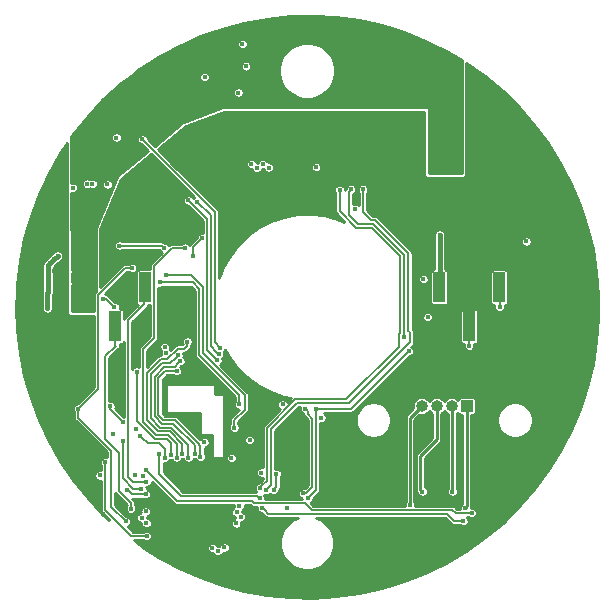
<source format=gbr>
G04 #@! TF.GenerationSoftware,KiCad,Pcbnew,5.1.5-52549c5~84~ubuntu18.04.1*
G04 #@! TF.CreationDate,2019-12-08T01:29:41-05:00*
G04 #@! TF.ProjectId,SwarmBot,53776172-6d42-46f7-942e-6b696361645f,rev?*
G04 #@! TF.SameCoordinates,Original*
G04 #@! TF.FileFunction,Copper,L4,Bot*
G04 #@! TF.FilePolarity,Positive*
%FSLAX46Y46*%
G04 Gerber Fmt 4.6, Leading zero omitted, Abs format (unit mm)*
G04 Created by KiCad (PCBNEW 5.1.5-52549c5~84~ubuntu18.04.1) date 2019-12-08 01:29:41*
%MOMM*%
%LPD*%
G04 APERTURE LIST*
%ADD10R,1.000000X2.510000*%
%ADD11O,1.200000X1.750000*%
%ADD12C,0.100000*%
%ADD13O,1.000000X1.000000*%
%ADD14R,1.000000X1.000000*%
%ADD15C,0.400000*%
%ADD16C,0.450000*%
%ADD17C,0.200000*%
%ADD18C,0.250000*%
%ADD19C,0.254000*%
G04 APERTURE END LIST*
D10*
X-11190000Y-1655000D03*
X-16270000Y-1655000D03*
X-13730000Y1655000D03*
X-18810000Y1655000D03*
X18810000Y-1655000D03*
X13730000Y-1655000D03*
X16270000Y1655000D03*
X11190000Y1655000D03*
D11*
X11970000Y13017500D03*
G04 #@! TA.AperFunction,ComponentPad*
D12*
G36*
X14344505Y13891296D02*
G01*
X14368773Y13887696D01*
X14392572Y13881735D01*
X14415671Y13873470D01*
X14437850Y13862980D01*
X14458893Y13850368D01*
X14478599Y13835753D01*
X14496777Y13819277D01*
X14513253Y13801099D01*
X14527868Y13781393D01*
X14540480Y13760350D01*
X14550970Y13738171D01*
X14559235Y13715072D01*
X14565196Y13691273D01*
X14568796Y13667005D01*
X14570000Y13642501D01*
X14570000Y12392499D01*
X14568796Y12367995D01*
X14565196Y12343727D01*
X14559235Y12319928D01*
X14550970Y12296829D01*
X14540480Y12274650D01*
X14527868Y12253607D01*
X14513253Y12233901D01*
X14496777Y12215723D01*
X14478599Y12199247D01*
X14458893Y12184632D01*
X14437850Y12172020D01*
X14415671Y12161530D01*
X14392572Y12153265D01*
X14368773Y12147304D01*
X14344505Y12143704D01*
X14320001Y12142500D01*
X13619999Y12142500D01*
X13595495Y12143704D01*
X13571227Y12147304D01*
X13547428Y12153265D01*
X13524329Y12161530D01*
X13502150Y12172020D01*
X13481107Y12184632D01*
X13461401Y12199247D01*
X13443223Y12215723D01*
X13426747Y12233901D01*
X13412132Y12253607D01*
X13399520Y12274650D01*
X13389030Y12296829D01*
X13380765Y12319928D01*
X13374804Y12343727D01*
X13371204Y12367995D01*
X13370000Y12392499D01*
X13370000Y13642501D01*
X13371204Y13667005D01*
X13374804Y13691273D01*
X13380765Y13715072D01*
X13389030Y13738171D01*
X13399520Y13760350D01*
X13412132Y13781393D01*
X13426747Y13801099D01*
X13443223Y13819277D01*
X13461401Y13835753D01*
X13481107Y13850368D01*
X13502150Y13862980D01*
X13524329Y13873470D01*
X13547428Y13881735D01*
X13571227Y13887696D01*
X13595495Y13891296D01*
X13619999Y13892500D01*
X14320001Y13892500D01*
X14344505Y13891296D01*
G37*
G04 #@! TD.AperFunction*
D13*
X9690000Y-8400000D03*
X10960000Y-8400000D03*
X12230000Y-8400000D03*
D14*
X13500000Y-8400000D03*
D15*
X-13606780Y-441960D03*
X-8178800Y-12547600D03*
X10363200Y-16611600D03*
X-22707600Y3860800D03*
X-24130000Y3860800D03*
X-21386800Y1981200D03*
X-20320000Y1981200D03*
X-20320000Y2997200D03*
X-7315200Y-14122400D03*
X-11973560Y-14071600D03*
X-12242800Y-19050000D03*
X-50800Y-10261600D03*
X-101600Y-12090400D03*
X-1879600Y-12090400D03*
X-5181600Y20370800D03*
X-5842000Y18135600D03*
X-8686800Y19456400D03*
X-5486400Y22250400D03*
X5232400Y11938000D03*
X-1879600Y-10312400D03*
X-4114800Y-12954000D03*
X9042400Y-50800D03*
X9550400Y-2489200D03*
X-20421600Y3606800D03*
X-21437600Y2997200D03*
X-22707600Y3403600D03*
X-24130000Y3403600D03*
X-22707600Y2895600D03*
X-24130000Y2895600D03*
X-24130000Y2438400D03*
X-22707600Y2438400D03*
X-22707600Y1981200D03*
X-24130000Y1981200D03*
X-24130000Y-2946400D03*
X-22707600Y-1981200D03*
X-22707600Y-2438400D03*
X-22707600Y-3403600D03*
X-22707600Y-3860800D03*
X-24130000Y-3860800D03*
X-24130000Y-1981200D03*
X-24130000Y-3403600D03*
X-24130000Y-2438400D03*
X-22707600Y-2946400D03*
X-20624800Y-1930400D03*
X-21691600Y-2946400D03*
X-21742400Y-1930400D03*
X-20624800Y-2946400D03*
X-22707600Y-1066800D03*
X-24130000Y-1066800D03*
X-22707600Y-609600D03*
X-24130000Y-609600D03*
X-22707600Y1066800D03*
X-24130000Y609600D03*
X-22707600Y609600D03*
X-24130000Y1066800D03*
X-22072000Y-7136800D03*
X-22072000Y-7695600D03*
X-16327120Y-7459980D03*
X-20320000Y10210800D03*
X-16916400Y10363200D03*
X-18186400Y10414000D03*
X-18643600Y10414000D03*
X-19842200Y10079000D03*
X-14478000Y9398000D03*
X6807200Y-15951200D03*
X6908800Y-19862800D03*
X5943600Y-19761200D03*
X11633200Y-16611600D03*
X11633200Y-17932400D03*
X10414000Y-17932400D03*
X15290800Y-16256000D03*
X10668000Y-13919200D03*
X-8178800Y-12141200D03*
X-8178800Y-11734800D03*
X-8178800Y-11328400D03*
X-9144000Y-10515600D03*
X-8991600Y-10922000D03*
X-8178800Y-10922000D03*
X-8585200Y-10922000D03*
X-9144000Y-10109200D03*
X-9144000Y-9702800D03*
X-9144000Y-9296400D03*
X-12141200Y-6451600D03*
X-12141200Y-6858000D03*
X-12141200Y-7264400D03*
X-12141200Y-7670800D03*
X-12141200Y-8077200D03*
X-12141200Y-8483600D03*
X-12141200Y-8890000D03*
X-6908800Y-9550400D03*
X-6908800Y-9956800D03*
X-6908800Y-10769600D03*
X-6908800Y-11176000D03*
X-6908800Y-12395200D03*
X-6908800Y-11988800D03*
X-6908800Y-11582400D03*
X-6908800Y-10363200D03*
X-11633200Y-9093200D03*
X-10007600Y-9093200D03*
X-9601200Y-9093200D03*
X-11226800Y-9093200D03*
X-10820400Y-9093200D03*
X-10414000Y-9093200D03*
X-11684000Y-6324600D03*
X-11277600Y-6324600D03*
X-9652000Y-6324600D03*
X-9245600Y-6324600D03*
X-10871200Y-6324600D03*
X-10464800Y-6324600D03*
X-10058400Y-6324600D03*
X-8026400Y-6299200D03*
X-7658100Y-6507480D03*
X-8432800Y-6299200D03*
X-8839200Y-6299200D03*
X-6918960Y-8282940D03*
X-6918960Y-7876540D03*
X-7315200Y-7335520D03*
X-6918960Y-7470140D03*
X-6908800Y-9144000D03*
X-6908800Y-8712200D03*
X-5867400Y-13284200D03*
X-13779500Y-1625600D03*
X1701800Y8255000D03*
X-1244600Y11811000D03*
X-15808960Y-16349980D03*
X-6021200Y-20797810D03*
X-14742563Y-2895600D03*
X-12009120Y309880D03*
X-7726680Y-7325360D03*
X-7729220Y-6916420D03*
X18542000Y5537200D03*
X10210800Y-863600D03*
X-16154400Y14325600D03*
X749300Y11823700D03*
X4071910Y8280400D03*
X-4886960Y-11269980D03*
X-2080260Y-8257540D03*
X1183281Y-9401682D03*
X-6421120Y-12801600D03*
X-8727440Y-11465560D03*
X-14620240Y-14272260D03*
X-3878580Y-14038580D03*
X-1734820Y-17073880D03*
X9829800Y2352040D03*
X-17571720Y-14274800D03*
X-21996400Y-101600D03*
X-21996400Y355600D03*
X-21996400Y762000D03*
X-21940300Y1264700D03*
X-21132800Y4318000D03*
X-21437600Y4013200D03*
X-21767800Y3683000D03*
X-18288000Y9753600D03*
X-18186400Y11074400D03*
X11203940Y6098540D03*
X11214380Y5618760D03*
X11214380Y5141240D03*
X11214380Y4673880D03*
X11214380Y4252240D03*
X11214380Y3805200D03*
X11214380Y3378480D03*
X11214380Y2931440D03*
X-14020800Y-17856200D03*
X13700760Y-3312160D03*
X-13614400Y-18313400D03*
X16281400Y-10160D03*
X12293600Y-15646400D03*
X8703330Y-16751378D03*
X9753600Y-15646400D03*
X13360400Y-17035490D03*
X-16319502Y-2540D03*
X-17292320Y703580D03*
X-19375120Y-8615680D03*
X-15377160Y-18171160D03*
X-14827971Y3303070D03*
X-11049000Y-12776200D03*
X-15596575Y-9774260D03*
X-16683672Y-8403908D03*
X-14521180Y-10317480D03*
X-10350500Y5006340D03*
X-12090400Y4978400D03*
X-15900400Y5181600D03*
X-12522200Y-12446000D03*
X13208000Y-18135600D03*
X-3796561Y-17039486D03*
X-4028150Y-16189960D03*
X13944600Y-17462500D03*
X-13650495Y-13845710D03*
X-12471400Y2070100D03*
X-5750560Y-8267700D03*
X-5638800Y-17777170D03*
X-11963400Y2654300D03*
X-6184900Y-10238740D03*
X-5985056Y-17379869D03*
X8585200Y-3759200D03*
X-6019800Y-18338800D03*
X720682Y-8650118D03*
X24697Y-16202390D03*
X-5740400Y-16865600D03*
X-345998Y-15801340D03*
X-175260Y-8613140D03*
X-13614400Y-14808200D03*
X-14927262Y-17098962D03*
X-13959420Y14183780D03*
X-7366000Y-3454400D03*
X-9309100Y8902700D03*
X-7486198Y-4019805D03*
X-10058400Y9004300D03*
X-7626577Y-4527777D03*
X2743200Y9906000D03*
X-8051800Y-20421600D03*
X-3997267Y-15315629D03*
X-13589000Y-19405600D03*
X-17091660Y-13149580D03*
X-4267200Y11734800D03*
X-13665200Y-17322806D03*
X-4724400Y12090400D03*
X-13665200Y-15875000D03*
X-15285720Y-15499080D03*
X-16469650Y-10737655D03*
X-14053490Y-15382530D03*
X-15615630Y-11361173D03*
X-13940428Y-14285801D03*
X-11968480Y-3911600D03*
X-3759200Y12090400D03*
X-12039600Y-12776200D03*
X-14155420Y-10909300D03*
X-3251200Y11785600D03*
X-11557000Y-12547600D03*
X-14432280Y-5478780D03*
X-12068984Y-3394260D03*
X-10566400Y-12446000D03*
X-9685064Y4325664D03*
X-10160000Y-2941320D03*
X-8920480Y5796280D03*
X-10058400Y-12776200D03*
X-10923620Y-4095464D03*
X-9525000Y-12446000D03*
X-10755248Y-4594856D03*
X-9042400Y-12700000D03*
X-11042131Y-5456480D03*
X3708400Y9956800D03*
X-7010400Y-20370800D03*
X8166100Y-2534920D03*
X-2608580Y-14142720D03*
X-2852420Y-15491460D03*
X4724400Y9956800D03*
X-7569200Y-20701000D03*
X-3479800Y-15496540D03*
D16*
X-21996400Y1208600D02*
X-21940300Y1264700D01*
X-21996400Y-101600D02*
X-21996400Y1208600D01*
X-21940300Y1264700D02*
X-21940300Y3510500D01*
X-21940300Y3510500D02*
X-21767800Y3683000D01*
X-21437600Y4013200D02*
X-21132800Y4318000D01*
X-21767800Y3683000D02*
X-21437600Y4013200D01*
X11214380Y1597460D02*
X11214380Y2931440D01*
X11214380Y6088100D02*
X11203940Y6098540D01*
X11214380Y5618760D02*
X11214380Y6088100D01*
X11214380Y5141240D02*
X11214380Y5618760D01*
X11214380Y4673880D02*
X11214380Y5141240D01*
X11214380Y4252240D02*
X11214380Y4673880D01*
X11214380Y3805200D02*
X11214380Y4252240D01*
X11214380Y3378480D02*
X11214380Y3805200D01*
X11214380Y2931440D02*
X11214380Y3378480D01*
D17*
X13700760Y-3029318D02*
X13700760Y-3312160D01*
X13700760Y-1600000D02*
X13700760Y-3029318D01*
X16281400Y272682D02*
X16281400Y-10160D01*
X16281400Y1600000D02*
X16281400Y272682D01*
D18*
X12293600Y-8463600D02*
X12230000Y-8400000D01*
X12293600Y-15646400D02*
X12293600Y-8463600D01*
X8703330Y-9386670D02*
X8703330Y-16751378D01*
X9690000Y-8400000D02*
X8703330Y-9386670D01*
X9553601Y-15446401D02*
X9553601Y-12633299D01*
X9753600Y-15646400D02*
X9553601Y-15446401D01*
X10960000Y-11226900D02*
X10960000Y-8400000D01*
X9553601Y-12633299D02*
X10960000Y-11226900D01*
X13500000Y-8400000D02*
X13500000Y-16895890D01*
X13500000Y-16895890D02*
X13360400Y-17035490D01*
D17*
X-16319502Y-2540D02*
X-17025622Y703580D01*
X-17025622Y703580D02*
X-17292320Y703580D01*
X-16613490Y-12185212D02*
X-19375120Y-9423582D01*
X-15377160Y-18171160D02*
X-16613490Y-16934830D01*
X-19375120Y-9423582D02*
X-19375120Y-8898522D01*
X-19375120Y-8898522D02*
X-19375120Y-8615680D01*
X-16613490Y-16934830D02*
X-16613490Y-12185212D01*
X-15390832Y3303070D02*
X-15110813Y3303070D01*
X-15110813Y3303070D02*
X-14827971Y3303070D01*
X-17729481Y-6970041D02*
X-17729481Y964421D01*
X-19375120Y-8615680D02*
X-17729481Y-6970041D01*
X-17729481Y964421D02*
X-15390832Y3303070D01*
X-15596575Y-9774260D02*
X-16683672Y-8687163D01*
X-16683672Y-8687163D02*
X-16683672Y-8403908D01*
X-12966700Y-2629464D02*
X-12966700Y1564640D01*
X-12966700Y1564640D02*
X-12951460Y1579880D01*
X-13906218Y-3568982D02*
X-12966700Y-2629464D01*
X-13906218Y-5582142D02*
X-13906218Y-3568982D01*
X-11049000Y-11602537D02*
X-11777148Y-10874389D01*
X-13919200Y-9728200D02*
X-13919200Y-5595124D01*
X-11777148Y-10874389D02*
X-12773011Y-10874389D01*
X-12773011Y-10874389D02*
X-13919200Y-9728200D01*
X-11049000Y-12776200D02*
X-11049000Y-11602537D01*
X-13919200Y-5595124D02*
X-13906218Y-5582142D01*
X-12966700Y1564640D02*
X-12966700Y3030220D01*
X-12966700Y3030220D02*
X-12966700Y3449320D01*
X-12966700Y3449320D02*
X-11409680Y5006340D01*
X-11409680Y5006340D02*
X-10350500Y5006340D01*
X-12090400Y4978400D02*
X-12293600Y5181600D01*
X-12293600Y5181600D02*
X-15900400Y5181600D01*
X-3596562Y-17239485D02*
X-3796561Y-17039486D01*
X11838161Y-17505399D02*
X-3330648Y-17505399D01*
X-3330648Y-17505399D02*
X-3596562Y-17239485D01*
X12468362Y-18135600D02*
X11838161Y-17505399D01*
X13208000Y-18135600D02*
X12468362Y-18135600D01*
X-12522200Y-12446000D02*
X-12522200Y-14150340D01*
X-4228149Y-15989961D02*
X-4028150Y-16189960D01*
X-12522200Y-14150340D02*
X-10682579Y-15989961D01*
X-10682579Y-15989961D02*
X-4228149Y-15989961D01*
X-11059293Y-16436912D02*
X-4675072Y-16436912D01*
X375304Y-17178388D02*
X12278910Y-17178388D01*
X-13650495Y-13845710D02*
X-11059293Y-16436912D01*
X-4675072Y-16436912D02*
X-4495023Y-16616961D01*
X-3889230Y-16609342D02*
X-193742Y-16609342D01*
X12563022Y-17462500D02*
X13661758Y-17462500D01*
X-3896849Y-16616961D02*
X-3889230Y-16609342D01*
X13661758Y-17462500D02*
X13944600Y-17462500D01*
X-4495023Y-16616961D02*
X-3896849Y-16616961D01*
X-193742Y-16609342D02*
X375304Y-17178388D01*
X12278910Y-17178388D02*
X12563022Y-17462500D01*
X-9144000Y-4076700D02*
X-5750560Y-7470140D01*
X-9144000Y1511300D02*
X-9144000Y-4076700D01*
X-12471400Y2070100D02*
X-9702800Y2070100D01*
X-9702800Y2070100D02*
X-9144000Y1511300D01*
X-5750560Y-7470140D02*
X-5750560Y-8267700D01*
X-9824537Y2654300D02*
X-11963400Y2654300D01*
X-6184900Y-10238740D02*
X-6184900Y-9588500D01*
X-5308600Y-8712200D02*
X-5308600Y-7449638D01*
X-6184900Y-9588500D02*
X-5308600Y-8712200D01*
X-5308600Y-7449638D02*
X-8816989Y-3941249D01*
X-8816989Y1646752D02*
X-9824537Y2654300D01*
X-8816989Y-3941249D02*
X-8816989Y1646752D01*
X3694282Y-8650118D02*
X720682Y-8650118D01*
X8585200Y-3759200D02*
X3694282Y-8650118D01*
X756271Y-8968549D02*
X756271Y-15470816D01*
X224696Y-16002391D02*
X24697Y-16202390D01*
X756271Y-15470816D02*
X224696Y-16002391D01*
X720682Y-8932960D02*
X756271Y-8968549D01*
X720682Y-8650118D02*
X720682Y-8932960D01*
X24739Y-8813139D02*
X-175260Y-8613140D01*
X-345998Y-15801340D02*
X-121920Y-15801340D01*
X429260Y-9476740D02*
X24739Y-9072219D01*
X-121920Y-15801340D02*
X429260Y-15250160D01*
X429260Y-15250160D02*
X429260Y-9476740D01*
X24739Y-9072219D02*
X24739Y-8813139D01*
X-15169573Y-14385867D02*
X-15169573Y-1141153D01*
X-13614400Y-14808200D02*
X-14747240Y-14808200D01*
X-13830300Y1569700D02*
X-13800000Y1600000D01*
X-13830300Y198120D02*
X-13830300Y1569700D01*
X-15169573Y-1141153D02*
X-13830300Y198120D01*
X-14747240Y-14808200D02*
X-15169573Y-14385867D01*
X-14927262Y-16816120D02*
X-14927262Y-17098962D01*
X-14927262Y-16623716D02*
X-14927262Y-16816120D01*
X-15970618Y-15580360D02*
X-14927262Y-16623716D01*
X-16235680Y-3317240D02*
X-16230600Y-3322320D01*
X-17110674Y-4202394D02*
X-17110674Y-11225566D01*
X-16230600Y-3322320D02*
X-17110674Y-4202394D01*
X-16235680Y-1645920D02*
X-16235680Y-3317240D01*
X-17110674Y-11225566D02*
X-15970618Y-12365622D01*
X-15970618Y-12365622D02*
X-15970618Y-15580360D01*
X-13759421Y13983781D02*
X-13959420Y14183780D01*
X-7366000Y-3454400D02*
X-7829297Y-2991103D01*
X-7829297Y-2991103D02*
X-7829297Y8053657D01*
X-7829297Y8053657D02*
X-13759421Y13983781D01*
X-8156308Y-3349695D02*
X-7686197Y-3819806D01*
X-8156308Y7749908D02*
X-8156308Y-3349695D01*
X-9309100Y8902700D02*
X-8156308Y7749908D01*
X-7686197Y-3819806D02*
X-7486198Y-4019805D01*
X-8483319Y-3671035D02*
X-7826576Y-4327778D01*
X-10058400Y9004300D02*
X-8483319Y7429219D01*
X-7826576Y-4327778D02*
X-7626577Y-4527777D01*
X-8483319Y7429219D02*
X-8483319Y-3671035D01*
X2743200Y9906000D02*
X2743200Y8084638D01*
X-3797268Y-15115630D02*
X-3997267Y-15315629D01*
X-3405491Y-10237908D02*
X-3405491Y-14723853D01*
X-3405491Y-14723853D02*
X-3797268Y-15115630D01*
X3283403Y-7839089D02*
X-1006672Y-7839089D01*
X-1006672Y-7839089D02*
X-3405491Y-10237908D01*
X7739098Y-2329958D02*
X7739098Y-3383394D01*
X7830538Y-2238518D02*
X7739098Y-2329958D01*
X4141259Y6686578D02*
X5469498Y6686578D01*
X5469498Y6686578D02*
X7830538Y4325538D01*
X7830538Y4325538D02*
X7830538Y-2238518D01*
X2743200Y8084638D02*
X4141259Y6686578D01*
X7739098Y-3383394D02*
X3283403Y-7839089D01*
X-14899823Y-19405600D02*
X-17091660Y-17213763D01*
X-13589000Y-19405600D02*
X-14899823Y-19405600D01*
X-17091660Y-13432422D02*
X-17091660Y-13149580D01*
X-17091660Y-17213763D02*
X-17091660Y-13432422D01*
X-14810740Y-15875000D02*
X-15156180Y-15529560D01*
X-13665200Y-15875000D02*
X-14810740Y-15875000D01*
X-15156180Y-15529560D02*
X-15255240Y-15529560D01*
X-15255240Y-15529560D02*
X-15285720Y-15499080D01*
X-14714112Y-15382530D02*
X-15615630Y-14481012D01*
X-14053490Y-15382530D02*
X-14714112Y-15382530D01*
X-15615630Y-11644015D02*
X-15615630Y-11361173D01*
X-15615630Y-14481012D02*
X-15615630Y-11644015D01*
X-12573000Y-11544300D02*
X-13520420Y-11544300D01*
X-12039600Y-12776200D02*
X-12039600Y-12077700D01*
X-12039600Y-12077700D02*
X-12573000Y-11544300D01*
X-14155420Y-10909300D02*
X-13955421Y-11109299D01*
X-13520420Y-11544300D02*
X-13955421Y-11109299D01*
X-11557000Y-12547600D02*
X-11557000Y-11557000D01*
X-11557000Y-11557000D02*
X-11912600Y-11201400D01*
X-14432280Y-9697720D02*
X-14432280Y-5761622D01*
X-14432280Y-5761622D02*
X-14432280Y-5478780D01*
X-12928600Y-11201400D02*
X-14432280Y-9697720D01*
X-11912600Y-11201400D02*
X-12928600Y-11201400D01*
X-13592130Y-6467430D02*
X-13592130Y-6337300D01*
X-12630122Y-10547378D02*
X-13592130Y-9585370D01*
X-11629908Y-10547378D02*
X-12630122Y-10547378D01*
X-10566400Y-12446000D02*
X-10566400Y-11610886D01*
X-10566400Y-11610886D02*
X-11629908Y-10547378D01*
X-13592130Y-9585370D02*
X-13592130Y-6467430D01*
X-10391140Y-3535680D02*
X-10160000Y-3304540D01*
X-13592130Y-6467430D02*
X-13579207Y-6454507D01*
X-13579207Y-6454507D02*
X-13579207Y-5580249D01*
X-11854461Y-4422421D02*
X-10967720Y-3535680D01*
X-13579207Y-5580249D02*
X-12421379Y-4422421D01*
X-10967720Y-3535680D02*
X-10391140Y-3535680D01*
X-12421379Y-4422421D02*
X-11854461Y-4422421D01*
X-10160000Y-3304540D02*
X-10160000Y-2941320D01*
X-9685064Y4325664D02*
X-9685064Y5031696D01*
X-9685064Y5031696D02*
X-8920480Y5796280D01*
X-11123619Y-4295463D02*
X-10923620Y-4095464D01*
X-12285928Y-4749432D02*
X-11577588Y-4749432D01*
X-10058400Y-11656424D02*
X-11494457Y-10220367D01*
X-11494457Y-10220367D02*
X-12446954Y-10220367D01*
X-12446954Y-10220367D02*
X-13252196Y-9415125D01*
X-11577588Y-4749432D02*
X-11123619Y-4295463D01*
X-10058400Y-12776200D02*
X-10058400Y-11656424D01*
X-13252196Y-5715700D02*
X-12285928Y-4749432D01*
X-13252196Y-9415125D02*
X-13252196Y-5715700D01*
X-10955247Y-4794855D02*
X-10755248Y-4594856D01*
X-11236835Y-5076443D02*
X-10955247Y-4794855D01*
X-12925185Y-9279673D02*
X-12925185Y-5907218D01*
X-12925185Y-5907218D02*
X-12094410Y-5076443D01*
X-9525000Y-12446000D02*
X-9525000Y-11727362D01*
X-9525000Y-11727362D02*
X-11359006Y-9893356D01*
X-12094410Y-5076443D02*
X-11236835Y-5076443D01*
X-12311502Y-9893356D02*
X-12925185Y-9279673D01*
X-11359006Y-9893356D02*
X-12311502Y-9893356D01*
X-9154441Y-11670521D02*
X-9154441Y-11635459D01*
X-12598174Y-9144221D02*
X-12598174Y-6044974D01*
X-12176050Y-9566345D02*
X-12598174Y-9144221D01*
X-11324973Y-5456480D02*
X-11042131Y-5456480D01*
X-9154441Y-11635459D02*
X-11223555Y-9566345D01*
X-11223555Y-9566345D02*
X-12176050Y-9566345D01*
X-12009680Y-5456480D02*
X-11324973Y-5456480D01*
X-9042400Y-12700000D02*
X-9042400Y-11782562D01*
X-12598174Y-6044974D02*
X-12009680Y-5456480D01*
X-9042400Y-11782562D02*
X-9154441Y-11670521D01*
X5604949Y7013589D02*
X8201010Y4417528D01*
X3508401Y7781899D02*
X4276711Y7013589D01*
X4276711Y7013589D02*
X5604949Y7013589D01*
X3708400Y9956800D02*
X3508401Y9756801D01*
X3508401Y9756801D02*
X3508401Y7781899D01*
X8201010Y4417528D02*
X8201010Y762000D01*
X8201010Y-2500010D02*
X8166100Y-2534920D01*
X8201010Y762000D02*
X8201010Y-2500010D01*
X-2608580Y-14142720D02*
X-2608580Y-15247620D01*
X-2608580Y-15247620D02*
X-2852420Y-15491460D01*
X8559800Y774700D02*
X8547100Y762000D01*
X8559800Y4521200D02*
X8559800Y774700D01*
X5740400Y7340600D02*
X8559800Y4521200D01*
X5435600Y7340600D02*
X5740400Y7340600D01*
X4724400Y9956800D02*
X4724400Y8051800D01*
X4724400Y8051800D02*
X5435600Y7340600D01*
X-3078480Y-10373360D02*
X-871220Y-8166100D01*
X3535680Y-8166100D02*
X8684542Y-3017238D01*
X8684542Y-2169938D02*
X8559800Y-2045196D01*
X-3078480Y-15095220D02*
X-3078480Y-10373360D01*
X-871220Y-8166100D02*
X3535680Y-8166100D01*
X8684542Y-3017238D02*
X8684542Y-2169938D01*
X-3479800Y-15496540D02*
X-3078480Y-15095220D01*
X8559800Y-2045196D02*
X8559800Y774700D01*
D19*
G36*
X15035912Y19528099D02*
G01*
X16539892Y18271762D01*
X17939301Y16899905D01*
X19225292Y15421201D01*
X20389735Y13845000D01*
X21425267Y12181266D01*
X22325342Y10440517D01*
X23084269Y8633761D01*
X23697250Y6772419D01*
X24160409Y4868260D01*
X24470818Y2933322D01*
X24626515Y979839D01*
X24626515Y-979839D01*
X24470818Y-2933322D01*
X24160409Y-4868260D01*
X23697250Y-6772419D01*
X23084269Y-8633761D01*
X22325342Y-10440517D01*
X21425267Y-12181266D01*
X20389735Y-13845000D01*
X19225292Y-15421201D01*
X17939301Y-16899905D01*
X16539892Y-18271762D01*
X15035912Y-19528099D01*
X13436870Y-20660974D01*
X11752876Y-21663223D01*
X9994577Y-22528510D01*
X8173089Y-23251364D01*
X6299928Y-23827216D01*
X4386936Y-24252425D01*
X2446209Y-24524302D01*
X490016Y-24641128D01*
X-1469274Y-24602166D01*
X-3419276Y-24407660D01*
X-5347660Y-24058841D01*
X-7242234Y-23557915D01*
X-9091020Y-22908048D01*
X-10882330Y-22113349D01*
X-12604839Y-21178842D01*
X-13837954Y-20376885D01*
X-8505800Y-20376885D01*
X-8505800Y-20466315D01*
X-8488353Y-20554027D01*
X-8454130Y-20636650D01*
X-8404445Y-20711008D01*
X-8341208Y-20774245D01*
X-8266850Y-20823930D01*
X-8184227Y-20858153D01*
X-8096515Y-20875600D01*
X-8007085Y-20875600D01*
X-7989716Y-20872145D01*
X-7971530Y-20916050D01*
X-7921845Y-20990408D01*
X-7858608Y-21053645D01*
X-7784250Y-21103330D01*
X-7701627Y-21137553D01*
X-7613915Y-21155000D01*
X-7524485Y-21155000D01*
X-7436773Y-21137553D01*
X-7354150Y-21103330D01*
X-7279792Y-21053645D01*
X-7216555Y-20990408D01*
X-7166870Y-20916050D01*
X-7132647Y-20833427D01*
X-7128045Y-20810293D01*
X-7055115Y-20824800D01*
X-6965685Y-20824800D01*
X-6877973Y-20807353D01*
X-6795350Y-20773130D01*
X-6720992Y-20723445D01*
X-6657755Y-20660208D01*
X-6608070Y-20585850D01*
X-6573847Y-20503227D01*
X-6556400Y-20415515D01*
X-6556400Y-20326085D01*
X-6573847Y-20238373D01*
X-6608070Y-20155750D01*
X-6657755Y-20081392D01*
X-6720992Y-20018155D01*
X-6795350Y-19968470D01*
X-6877973Y-19934247D01*
X-6965685Y-19916800D01*
X-7055115Y-19916800D01*
X-7142827Y-19934247D01*
X-7225450Y-19968470D01*
X-7299808Y-20018155D01*
X-7363045Y-20081392D01*
X-7412730Y-20155750D01*
X-7446953Y-20238373D01*
X-7451555Y-20261507D01*
X-7524485Y-20247000D01*
X-7613915Y-20247000D01*
X-7631284Y-20250455D01*
X-7649470Y-20206550D01*
X-7699155Y-20132192D01*
X-7762392Y-20068955D01*
X-7836750Y-20019270D01*
X-7919373Y-19985047D01*
X-8007085Y-19967600D01*
X-8096515Y-19967600D01*
X-8184227Y-19985047D01*
X-8266850Y-20019270D01*
X-8341208Y-20068955D01*
X-8404445Y-20132192D01*
X-8454130Y-20206550D01*
X-8488353Y-20289173D01*
X-8505800Y-20376885D01*
X-13837954Y-20376885D01*
X-14247655Y-20110436D01*
X-14703308Y-19759600D01*
X-13876380Y-19759600D01*
X-13804050Y-19807930D01*
X-13721427Y-19842153D01*
X-13633715Y-19859600D01*
X-13544285Y-19859600D01*
X-13456573Y-19842153D01*
X-13373950Y-19807930D01*
X-13299592Y-19758245D01*
X-13236355Y-19695008D01*
X-13186670Y-19620650D01*
X-13152447Y-19538027D01*
X-13135000Y-19450315D01*
X-13135000Y-19360885D01*
X-13152447Y-19273173D01*
X-13186670Y-19190550D01*
X-13236355Y-19116192D01*
X-13299592Y-19052955D01*
X-13373950Y-19003270D01*
X-13456573Y-18969047D01*
X-13544285Y-18951600D01*
X-13633715Y-18951600D01*
X-13721427Y-18969047D01*
X-13804050Y-19003270D01*
X-13876380Y-19051600D01*
X-14753191Y-19051600D01*
X-15211036Y-18593755D01*
X-15162110Y-18573490D01*
X-15087752Y-18523805D01*
X-15024515Y-18460568D01*
X-14974830Y-18386210D01*
X-14940607Y-18303587D01*
X-14923160Y-18215875D01*
X-14923160Y-18126445D01*
X-14940607Y-18038733D01*
X-14974830Y-17956110D01*
X-15024515Y-17881752D01*
X-15087752Y-17818515D01*
X-15098273Y-17811485D01*
X-14474800Y-17811485D01*
X-14474800Y-17900915D01*
X-14457353Y-17988627D01*
X-14423130Y-18071250D01*
X-14373445Y-18145608D01*
X-14310208Y-18208845D01*
X-14235850Y-18258530D01*
X-14153227Y-18292753D01*
X-14068400Y-18309626D01*
X-14068400Y-18358115D01*
X-14050953Y-18445827D01*
X-14016730Y-18528450D01*
X-13967045Y-18602808D01*
X-13903808Y-18666045D01*
X-13829450Y-18715730D01*
X-13746827Y-18749953D01*
X-13659115Y-18767400D01*
X-13569685Y-18767400D01*
X-13481973Y-18749953D01*
X-13399350Y-18715730D01*
X-13324992Y-18666045D01*
X-13261755Y-18602808D01*
X-13212070Y-18528450D01*
X-13177847Y-18445827D01*
X-13160400Y-18358115D01*
X-13160400Y-18268685D01*
X-13177847Y-18180973D01*
X-13212070Y-18098350D01*
X-13261755Y-18023992D01*
X-13324992Y-17960755D01*
X-13399350Y-17911070D01*
X-13481973Y-17876847D01*
X-13566800Y-17859974D01*
X-13566800Y-17811485D01*
X-13575479Y-17767854D01*
X-13532773Y-17759359D01*
X-13450150Y-17725136D01*
X-13375792Y-17675451D01*
X-13312555Y-17612214D01*
X-13262870Y-17537856D01*
X-13228647Y-17455233D01*
X-13211200Y-17367521D01*
X-13211200Y-17278091D01*
X-13228647Y-17190379D01*
X-13262870Y-17107756D01*
X-13312555Y-17033398D01*
X-13375792Y-16970161D01*
X-13450150Y-16920476D01*
X-13532773Y-16886253D01*
X-13620485Y-16868806D01*
X-13709915Y-16868806D01*
X-13797627Y-16886253D01*
X-13880250Y-16920476D01*
X-13954608Y-16970161D01*
X-14017845Y-17033398D01*
X-14067530Y-17107756D01*
X-14101753Y-17190379D01*
X-14119200Y-17278091D01*
X-14119200Y-17367521D01*
X-14110521Y-17411152D01*
X-14153227Y-17419647D01*
X-14235850Y-17453870D01*
X-14310208Y-17503555D01*
X-14373445Y-17566792D01*
X-14423130Y-17641150D01*
X-14457353Y-17723773D01*
X-14474800Y-17811485D01*
X-15098273Y-17811485D01*
X-15162110Y-17768830D01*
X-15244733Y-17734607D01*
X-15330053Y-17717636D01*
X-16259490Y-16788200D01*
X-16259490Y-15786380D01*
X-16222143Y-15831886D01*
X-16208641Y-15842967D01*
X-15281262Y-16770348D01*
X-15281262Y-16811582D01*
X-15329592Y-16883912D01*
X-15363815Y-16966535D01*
X-15381262Y-17054247D01*
X-15381262Y-17143677D01*
X-15363815Y-17231389D01*
X-15329592Y-17314012D01*
X-15279907Y-17388370D01*
X-15216670Y-17451607D01*
X-15142312Y-17501292D01*
X-15059689Y-17535515D01*
X-14971977Y-17552962D01*
X-14882547Y-17552962D01*
X-14794835Y-17535515D01*
X-14712212Y-17501292D01*
X-14637854Y-17451607D01*
X-14574617Y-17388370D01*
X-14524932Y-17314012D01*
X-14490709Y-17231389D01*
X-14473262Y-17143677D01*
X-14473262Y-17054247D01*
X-14490709Y-16966535D01*
X-14524932Y-16883912D01*
X-14573262Y-16811582D01*
X-14573262Y-16641090D01*
X-14571551Y-16623715D01*
X-14573262Y-16606341D01*
X-14573262Y-16606334D01*
X-14578013Y-16558101D01*
X-14578385Y-16554319D01*
X-14588688Y-16520356D01*
X-14598627Y-16487591D01*
X-14631498Y-16426093D01*
X-14637042Y-16419338D01*
X-14664656Y-16385690D01*
X-14664664Y-16385682D01*
X-14675737Y-16372190D01*
X-14689228Y-16361118D01*
X-14820607Y-16229739D01*
X-14810740Y-16230711D01*
X-14793366Y-16229000D01*
X-13952580Y-16229000D01*
X-13880250Y-16277330D01*
X-13797627Y-16311553D01*
X-13709915Y-16329000D01*
X-13620485Y-16329000D01*
X-13532773Y-16311553D01*
X-13450150Y-16277330D01*
X-13375792Y-16227645D01*
X-13312555Y-16164408D01*
X-13262870Y-16090050D01*
X-13228647Y-16007427D01*
X-13211200Y-15919715D01*
X-13211200Y-15830285D01*
X-13228647Y-15742573D01*
X-13262870Y-15659950D01*
X-13312555Y-15585592D01*
X-13375792Y-15522355D01*
X-13450150Y-15472670D01*
X-13532773Y-15438447D01*
X-13599490Y-15425176D01*
X-13599490Y-15337815D01*
X-13614531Y-15262200D01*
X-13569685Y-15262200D01*
X-13481973Y-15244753D01*
X-13399350Y-15210530D01*
X-13324992Y-15160845D01*
X-13261755Y-15097608D01*
X-13212070Y-15023250D01*
X-13177847Y-14940627D01*
X-13160400Y-14852915D01*
X-13160400Y-14836435D01*
X-11321900Y-16674936D01*
X-11310819Y-16688438D01*
X-11256916Y-16732676D01*
X-11195418Y-16765547D01*
X-11158058Y-16776880D01*
X-11128690Y-16785789D01*
X-11121857Y-16786462D01*
X-11076675Y-16790912D01*
X-11076668Y-16790912D01*
X-11059294Y-16792623D01*
X-11041919Y-16790912D01*
X-6188438Y-16790912D01*
X-6194400Y-16820885D01*
X-6194400Y-16910315D01*
X-6182480Y-16970238D01*
X-6200106Y-16977539D01*
X-6274464Y-17027224D01*
X-6337701Y-17090461D01*
X-6387386Y-17164819D01*
X-6421609Y-17247442D01*
X-6439056Y-17335154D01*
X-6439056Y-17424584D01*
X-6421609Y-17512296D01*
X-6387386Y-17594919D01*
X-6337701Y-17669277D01*
X-6274464Y-17732514D01*
X-6200106Y-17782199D01*
X-6117483Y-17816422D01*
X-6092800Y-17821332D01*
X-6092800Y-17821885D01*
X-6079685Y-17887818D01*
X-6152227Y-17902247D01*
X-6234850Y-17936470D01*
X-6309208Y-17986155D01*
X-6372445Y-18049392D01*
X-6422130Y-18123750D01*
X-6456353Y-18206373D01*
X-6473800Y-18294085D01*
X-6473800Y-18383515D01*
X-6456353Y-18471227D01*
X-6422130Y-18553850D01*
X-6372445Y-18628208D01*
X-6309208Y-18691445D01*
X-6234850Y-18741130D01*
X-6152227Y-18775353D01*
X-6064515Y-18792800D01*
X-5975085Y-18792800D01*
X-5887373Y-18775353D01*
X-5804750Y-18741130D01*
X-5730392Y-18691445D01*
X-5667155Y-18628208D01*
X-5617470Y-18553850D01*
X-5583247Y-18471227D01*
X-5565800Y-18383515D01*
X-5565800Y-18294085D01*
X-5578915Y-18228152D01*
X-5506373Y-18213723D01*
X-5423750Y-18179500D01*
X-5349392Y-18129815D01*
X-5286155Y-18066578D01*
X-5236470Y-17992220D01*
X-5202247Y-17909597D01*
X-5184800Y-17821885D01*
X-5184800Y-17732455D01*
X-5202247Y-17644743D01*
X-5236470Y-17562120D01*
X-5286155Y-17487762D01*
X-5349392Y-17424525D01*
X-5423750Y-17374840D01*
X-5506373Y-17340617D01*
X-5531056Y-17335707D01*
X-5531056Y-17335154D01*
X-5542976Y-17275231D01*
X-5525350Y-17267930D01*
X-5450992Y-17218245D01*
X-5387755Y-17155008D01*
X-5338070Y-17080650D01*
X-5303847Y-16998027D01*
X-5286400Y-16910315D01*
X-5286400Y-16820885D01*
X-5292362Y-16790912D01*
X-4821702Y-16790912D01*
X-4757635Y-16854979D01*
X-4746549Y-16868487D01*
X-4692646Y-16912725D01*
X-4631148Y-16945596D01*
X-4564419Y-16965838D01*
X-4512405Y-16970961D01*
X-4512397Y-16970961D01*
X-4495023Y-16972672D01*
X-4477649Y-16970961D01*
X-4245825Y-16970961D01*
X-4250561Y-16994771D01*
X-4250561Y-17084201D01*
X-4233114Y-17171913D01*
X-4198891Y-17254536D01*
X-4149206Y-17328894D01*
X-4085969Y-17392131D01*
X-4011611Y-17441816D01*
X-3928988Y-17476039D01*
X-3843668Y-17493010D01*
X-3834587Y-17502091D01*
X-3834582Y-17502095D01*
X-3593251Y-17743427D01*
X-3582174Y-17756925D01*
X-3568677Y-17768002D01*
X-3568674Y-17768005D01*
X-3550457Y-17782955D01*
X-3528271Y-17801163D01*
X-3466773Y-17834034D01*
X-3426693Y-17846192D01*
X-3400045Y-17854276D01*
X-3393212Y-17854949D01*
X-3348030Y-17859399D01*
X-3348023Y-17859399D01*
X-3330649Y-17861110D01*
X-3313274Y-17859399D01*
X-782219Y-17859399D01*
X-1078564Y-17982149D01*
X-1451503Y-18231339D01*
X-1768661Y-18548497D01*
X-2017851Y-18921436D01*
X-2189496Y-19335824D01*
X-2277000Y-19775735D01*
X-2277000Y-20224265D01*
X-2189496Y-20664176D01*
X-2017851Y-21078564D01*
X-1768661Y-21451503D01*
X-1451503Y-21768661D01*
X-1078564Y-22017851D01*
X-664176Y-22189496D01*
X-224265Y-22277000D01*
X224265Y-22277000D01*
X664176Y-22189496D01*
X1078564Y-22017851D01*
X1451503Y-21768661D01*
X1768661Y-21451503D01*
X2017851Y-21078564D01*
X2189496Y-20664176D01*
X2277000Y-20224265D01*
X2277000Y-19775735D01*
X2189496Y-19335824D01*
X2017851Y-18921436D01*
X1768661Y-18548497D01*
X1451503Y-18231339D01*
X1078564Y-17982149D01*
X782219Y-17859399D01*
X11691531Y-17859399D01*
X12205755Y-18373624D01*
X12216836Y-18387126D01*
X12270739Y-18431364D01*
X12332237Y-18464235D01*
X12398965Y-18484477D01*
X12405185Y-18485090D01*
X12450980Y-18489600D01*
X12450987Y-18489600D01*
X12468362Y-18491311D01*
X12485736Y-18489600D01*
X12920620Y-18489600D01*
X12992950Y-18537930D01*
X13075573Y-18572153D01*
X13163285Y-18589600D01*
X13252715Y-18589600D01*
X13340427Y-18572153D01*
X13423050Y-18537930D01*
X13497408Y-18488245D01*
X13560645Y-18425008D01*
X13610330Y-18350650D01*
X13644553Y-18268027D01*
X13662000Y-18180315D01*
X13662000Y-18090885D01*
X13644553Y-18003173D01*
X13610330Y-17920550D01*
X13560645Y-17846192D01*
X13530953Y-17816500D01*
X13657220Y-17816500D01*
X13729550Y-17864830D01*
X13812173Y-17899053D01*
X13899885Y-17916500D01*
X13989315Y-17916500D01*
X14077027Y-17899053D01*
X14159650Y-17864830D01*
X14234008Y-17815145D01*
X14297245Y-17751908D01*
X14346930Y-17677550D01*
X14381153Y-17594927D01*
X14398600Y-17507215D01*
X14398600Y-17417785D01*
X14381153Y-17330073D01*
X14346930Y-17247450D01*
X14297245Y-17173092D01*
X14234008Y-17109855D01*
X14159650Y-17060170D01*
X14077027Y-17025947D01*
X13989315Y-17008500D01*
X13899885Y-17008500D01*
X13859454Y-17016542D01*
X13873515Y-16970187D01*
X13879000Y-16914500D01*
X13879000Y-16914498D01*
X13880833Y-16895891D01*
X13879000Y-16877284D01*
X13879000Y-9451869D01*
X16096000Y-9451869D01*
X16096000Y-9748131D01*
X16153798Y-10038701D01*
X16267173Y-10312411D01*
X16431767Y-10558744D01*
X16641256Y-10768233D01*
X16887589Y-10932827D01*
X17161299Y-11046202D01*
X17451869Y-11104000D01*
X17748131Y-11104000D01*
X18038701Y-11046202D01*
X18312411Y-10932827D01*
X18558744Y-10768233D01*
X18768233Y-10558744D01*
X18932827Y-10312411D01*
X19046202Y-10038701D01*
X19104000Y-9748131D01*
X19104000Y-9451869D01*
X19046202Y-9161299D01*
X18932827Y-8887589D01*
X18768233Y-8641256D01*
X18558744Y-8431767D01*
X18312411Y-8267173D01*
X18038701Y-8153798D01*
X17748131Y-8096000D01*
X17451869Y-8096000D01*
X17161299Y-8153798D01*
X16887589Y-8267173D01*
X16641256Y-8431767D01*
X16431767Y-8641256D01*
X16267173Y-8887589D01*
X16153798Y-9161299D01*
X16096000Y-9451869D01*
X13879000Y-9451869D01*
X13879000Y-9155228D01*
X14000000Y-9155228D01*
X14049793Y-9150324D01*
X14097672Y-9135800D01*
X14141797Y-9112214D01*
X14180473Y-9080473D01*
X14212214Y-9041797D01*
X14235800Y-8997672D01*
X14250324Y-8949793D01*
X14255228Y-8900000D01*
X14255228Y-7900000D01*
X14250324Y-7850207D01*
X14235800Y-7802328D01*
X14212214Y-7758203D01*
X14180473Y-7719527D01*
X14141797Y-7687786D01*
X14097672Y-7664200D01*
X14049793Y-7649676D01*
X14000000Y-7644772D01*
X13000000Y-7644772D01*
X12950207Y-7649676D01*
X12902328Y-7664200D01*
X12858203Y-7687786D01*
X12819527Y-7719527D01*
X12787786Y-7758203D01*
X12764200Y-7802328D01*
X12749676Y-7850207D01*
X12749393Y-7853076D01*
X12710647Y-7814330D01*
X12587153Y-7731814D01*
X12449934Y-7674976D01*
X12304262Y-7646000D01*
X12155738Y-7646000D01*
X12010066Y-7674976D01*
X11872847Y-7731814D01*
X11749353Y-7814330D01*
X11644330Y-7919353D01*
X11595000Y-7993181D01*
X11545670Y-7919353D01*
X11440647Y-7814330D01*
X11317153Y-7731814D01*
X11179934Y-7674976D01*
X11034262Y-7646000D01*
X10885738Y-7646000D01*
X10740066Y-7674976D01*
X10602847Y-7731814D01*
X10479353Y-7814330D01*
X10374330Y-7919353D01*
X10325000Y-7993181D01*
X10275670Y-7919353D01*
X10170647Y-7814330D01*
X10047153Y-7731814D01*
X9909934Y-7674976D01*
X9764262Y-7646000D01*
X9615738Y-7646000D01*
X9470066Y-7674976D01*
X9332847Y-7731814D01*
X9209353Y-7814330D01*
X9104330Y-7919353D01*
X9021814Y-8042847D01*
X8964976Y-8180066D01*
X8936000Y-8325738D01*
X8936000Y-8474262D01*
X8959850Y-8594164D01*
X8448504Y-9105510D01*
X8434040Y-9117380D01*
X8386679Y-9175092D01*
X8351486Y-9240933D01*
X8339078Y-9281837D01*
X8329815Y-9312373D01*
X8322497Y-9386670D01*
X8324330Y-9405280D01*
X8324331Y-16501411D01*
X8301000Y-16536328D01*
X8266777Y-16618951D01*
X8249330Y-16706663D01*
X8249330Y-16796093D01*
X8254958Y-16824388D01*
X521936Y-16824388D01*
X277225Y-16579678D01*
X314105Y-16555035D01*
X377342Y-16491798D01*
X427027Y-16417440D01*
X461250Y-16334817D01*
X478221Y-16249497D01*
X487302Y-16240416D01*
X487306Y-16240411D01*
X994300Y-15733419D01*
X1007797Y-15722342D01*
X1018874Y-15708845D01*
X1018878Y-15708841D01*
X1035093Y-15689082D01*
X1052035Y-15668439D01*
X1084906Y-15606941D01*
X1105148Y-15540212D01*
X1110271Y-15488198D01*
X1110271Y-15488186D01*
X1111982Y-15470816D01*
X1110271Y-15453442D01*
X1110271Y-9850054D01*
X1138566Y-9855682D01*
X1227996Y-9855682D01*
X1315708Y-9838235D01*
X1398331Y-9804012D01*
X1472689Y-9754327D01*
X1535926Y-9691090D01*
X1585611Y-9616732D01*
X1619834Y-9534109D01*
X1636192Y-9451869D01*
X4096000Y-9451869D01*
X4096000Y-9748131D01*
X4153798Y-10038701D01*
X4267173Y-10312411D01*
X4431767Y-10558744D01*
X4641256Y-10768233D01*
X4887589Y-10932827D01*
X5161299Y-11046202D01*
X5451869Y-11104000D01*
X5748131Y-11104000D01*
X6038701Y-11046202D01*
X6312411Y-10932827D01*
X6558744Y-10768233D01*
X6768233Y-10558744D01*
X6932827Y-10312411D01*
X7046202Y-10038701D01*
X7104000Y-9748131D01*
X7104000Y-9451869D01*
X7046202Y-9161299D01*
X6932827Y-8887589D01*
X6768233Y-8641256D01*
X6558744Y-8431767D01*
X6312411Y-8267173D01*
X6038701Y-8153798D01*
X5748131Y-8096000D01*
X5451869Y-8096000D01*
X5161299Y-8153798D01*
X4887589Y-8267173D01*
X4641256Y-8431767D01*
X4431767Y-8641256D01*
X4267173Y-8887589D01*
X4153798Y-9161299D01*
X4096000Y-9451869D01*
X1636192Y-9451869D01*
X1637281Y-9446397D01*
X1637281Y-9356967D01*
X1619834Y-9269255D01*
X1585611Y-9186632D01*
X1535926Y-9112274D01*
X1472689Y-9049037D01*
X1405464Y-9004118D01*
X3676908Y-9004118D01*
X3694282Y-9005829D01*
X3711656Y-9004118D01*
X3711664Y-9004118D01*
X3763678Y-8998995D01*
X3830407Y-8978753D01*
X3891905Y-8945882D01*
X3945808Y-8901644D01*
X3956894Y-8888136D01*
X8632308Y-4212724D01*
X8717627Y-4195753D01*
X8800250Y-4161530D01*
X8874608Y-4111845D01*
X8937845Y-4048608D01*
X8987530Y-3974250D01*
X9021753Y-3891627D01*
X9039200Y-3803915D01*
X9039200Y-3714485D01*
X9021753Y-3626773D01*
X8987530Y-3544150D01*
X8937845Y-3469792D01*
X8874608Y-3406555D01*
X8827400Y-3375012D01*
X8922576Y-3279836D01*
X8936067Y-3268764D01*
X8947140Y-3255272D01*
X8947148Y-3255264D01*
X8980305Y-3214862D01*
X8980306Y-3214861D01*
X9013177Y-3153363D01*
X9033419Y-3086634D01*
X9038542Y-3034620D01*
X9038542Y-3034611D01*
X9040253Y-3017239D01*
X9038542Y-2999867D01*
X9038542Y-2187312D01*
X9040253Y-2169938D01*
X9038542Y-2152563D01*
X9038542Y-2152556D01*
X9033419Y-2100542D01*
X9032760Y-2098367D01*
X9013177Y-2033813D01*
X9003639Y-2015969D01*
X8980306Y-1972315D01*
X8936068Y-1918412D01*
X8922560Y-1907326D01*
X8913800Y-1898566D01*
X8913800Y-818885D01*
X9756800Y-818885D01*
X9756800Y-908315D01*
X9774247Y-996027D01*
X9808470Y-1078650D01*
X9858155Y-1153008D01*
X9921392Y-1216245D01*
X9995750Y-1265930D01*
X10078373Y-1300153D01*
X10166085Y-1317600D01*
X10255515Y-1317600D01*
X10343227Y-1300153D01*
X10425850Y-1265930D01*
X10500208Y-1216245D01*
X10563445Y-1153008D01*
X10613130Y-1078650D01*
X10647353Y-996027D01*
X10664800Y-908315D01*
X10664800Y-818885D01*
X10647353Y-731173D01*
X10613130Y-648550D01*
X10563445Y-574192D01*
X10500208Y-510955D01*
X10425850Y-461270D01*
X10343227Y-427047D01*
X10255515Y-409600D01*
X10166085Y-409600D01*
X10078373Y-427047D01*
X9995750Y-461270D01*
X9921392Y-510955D01*
X9858155Y-574192D01*
X9808470Y-648550D01*
X9774247Y-731173D01*
X9756800Y-818885D01*
X8913800Y-818885D01*
X8913800Y-400000D01*
X12974772Y-400000D01*
X12974772Y-2910000D01*
X12979676Y-2959793D01*
X12994200Y-3007672D01*
X13017786Y-3051797D01*
X13049527Y-3090473D01*
X13088203Y-3122214D01*
X13132328Y-3145800D01*
X13180207Y-3160324D01*
X13230000Y-3165228D01*
X13270215Y-3165228D01*
X13264207Y-3179733D01*
X13246760Y-3267445D01*
X13246760Y-3356875D01*
X13264207Y-3444587D01*
X13298430Y-3527210D01*
X13348115Y-3601568D01*
X13411352Y-3664805D01*
X13485710Y-3714490D01*
X13568333Y-3748713D01*
X13656045Y-3766160D01*
X13745475Y-3766160D01*
X13833187Y-3748713D01*
X13915810Y-3714490D01*
X13990168Y-3664805D01*
X14053405Y-3601568D01*
X14103090Y-3527210D01*
X14137313Y-3444587D01*
X14154760Y-3356875D01*
X14154760Y-3267445D01*
X14137313Y-3179733D01*
X14131305Y-3165228D01*
X14230000Y-3165228D01*
X14279793Y-3160324D01*
X14327672Y-3145800D01*
X14371797Y-3122214D01*
X14410473Y-3090473D01*
X14442214Y-3051797D01*
X14465800Y-3007672D01*
X14480324Y-2959793D01*
X14485228Y-2910000D01*
X14485228Y-400000D01*
X14480324Y-350207D01*
X14465800Y-302328D01*
X14442214Y-258203D01*
X14410473Y-219527D01*
X14371797Y-187786D01*
X14327672Y-164200D01*
X14279793Y-149676D01*
X14230000Y-144772D01*
X13230000Y-144772D01*
X13180207Y-149676D01*
X13132328Y-164200D01*
X13088203Y-187786D01*
X13049527Y-219527D01*
X13017786Y-258203D01*
X12994200Y-302328D01*
X12979676Y-350207D01*
X12974772Y-400000D01*
X8913800Y-400000D01*
X8913800Y757326D01*
X8915511Y774700D01*
X8913800Y792074D01*
X8913800Y2396755D01*
X9375800Y2396755D01*
X9375800Y2307325D01*
X9393247Y2219613D01*
X9427470Y2136990D01*
X9477155Y2062632D01*
X9540392Y1999395D01*
X9614750Y1949710D01*
X9697373Y1915487D01*
X9785085Y1898040D01*
X9874515Y1898040D01*
X9962227Y1915487D01*
X10044850Y1949710D01*
X10119208Y1999395D01*
X10182445Y2062632D01*
X10232130Y2136990D01*
X10266353Y2219613D01*
X10283800Y2307325D01*
X10283800Y2396755D01*
X10266353Y2484467D01*
X10232130Y2567090D01*
X10182445Y2641448D01*
X10119208Y2704685D01*
X10044850Y2754370D01*
X9962227Y2788593D01*
X9874515Y2806040D01*
X9785085Y2806040D01*
X9697373Y2788593D01*
X9614750Y2754370D01*
X9540392Y2704685D01*
X9477155Y2641448D01*
X9427470Y2567090D01*
X9393247Y2484467D01*
X9375800Y2396755D01*
X8913800Y2396755D01*
X8913800Y2910000D01*
X10434772Y2910000D01*
X10434772Y400000D01*
X10439676Y350207D01*
X10454200Y302328D01*
X10477786Y258203D01*
X10509527Y219527D01*
X10548203Y187786D01*
X10592328Y164200D01*
X10640207Y149676D01*
X10690000Y144772D01*
X11690000Y144772D01*
X11739793Y149676D01*
X11787672Y164200D01*
X11831797Y187786D01*
X11870473Y219527D01*
X11902214Y258203D01*
X11925800Y302328D01*
X11940324Y350207D01*
X11945228Y400000D01*
X11945228Y2910000D01*
X15514772Y2910000D01*
X15514772Y400000D01*
X15519676Y350207D01*
X15534200Y302328D01*
X15557786Y258203D01*
X15589527Y219527D01*
X15628203Y187786D01*
X15672328Y164200D01*
X15720207Y149676D01*
X15770000Y144772D01*
X15854169Y144772D01*
X15844847Y122267D01*
X15827400Y34555D01*
X15827400Y-54875D01*
X15844847Y-142587D01*
X15879070Y-225210D01*
X15928755Y-299568D01*
X15991992Y-362805D01*
X16066350Y-412490D01*
X16148973Y-446713D01*
X16236685Y-464160D01*
X16326115Y-464160D01*
X16413827Y-446713D01*
X16496450Y-412490D01*
X16570808Y-362805D01*
X16634045Y-299568D01*
X16683730Y-225210D01*
X16717953Y-142587D01*
X16735400Y-54875D01*
X16735400Y34555D01*
X16717953Y122267D01*
X16708631Y144772D01*
X16770000Y144772D01*
X16819793Y149676D01*
X16867672Y164200D01*
X16911797Y187786D01*
X16950473Y219527D01*
X16982214Y258203D01*
X17005800Y302328D01*
X17020324Y350207D01*
X17025228Y400000D01*
X17025228Y2910000D01*
X17020324Y2959793D01*
X17005800Y3007672D01*
X16982214Y3051797D01*
X16950473Y3090473D01*
X16911797Y3122214D01*
X16867672Y3145800D01*
X16819793Y3160324D01*
X16770000Y3165228D01*
X15770000Y3165228D01*
X15720207Y3160324D01*
X15672328Y3145800D01*
X15628203Y3122214D01*
X15589527Y3090473D01*
X15557786Y3051797D01*
X15534200Y3007672D01*
X15519676Y2959793D01*
X15514772Y2910000D01*
X11945228Y2910000D01*
X11940324Y2959793D01*
X11925800Y3007672D01*
X11902214Y3051797D01*
X11870473Y3090473D01*
X11831797Y3122214D01*
X11787672Y3145800D01*
X11739793Y3160324D01*
X11693380Y3164895D01*
X11693380Y5581915D01*
X18088000Y5581915D01*
X18088000Y5492485D01*
X18105447Y5404773D01*
X18139670Y5322150D01*
X18189355Y5247792D01*
X18252592Y5184555D01*
X18326950Y5134870D01*
X18409573Y5100647D01*
X18497285Y5083200D01*
X18586715Y5083200D01*
X18674427Y5100647D01*
X18757050Y5134870D01*
X18831408Y5184555D01*
X18894645Y5247792D01*
X18944330Y5322150D01*
X18978553Y5404773D01*
X18996000Y5492485D01*
X18996000Y5581915D01*
X18978553Y5669627D01*
X18944330Y5752250D01*
X18894645Y5826608D01*
X18831408Y5889845D01*
X18757050Y5939530D01*
X18674427Y5973753D01*
X18586715Y5991200D01*
X18497285Y5991200D01*
X18409573Y5973753D01*
X18326950Y5939530D01*
X18252592Y5889845D01*
X18189355Y5826608D01*
X18139670Y5752250D01*
X18105447Y5669627D01*
X18088000Y5581915D01*
X11693380Y5581915D01*
X11693380Y6064580D01*
X11695697Y6088101D01*
X11692071Y6124914D01*
X11686449Y6182000D01*
X11659059Y6272292D01*
X11630073Y6326520D01*
X11614580Y6355506D01*
X11574911Y6403843D01*
X11554723Y6428443D01*
X11536441Y6443446D01*
X11526008Y6453879D01*
X11471345Y6498740D01*
X11388132Y6543218D01*
X11297840Y6570608D01*
X11203940Y6579857D01*
X11110040Y6570608D01*
X11019748Y6543218D01*
X10936535Y6498740D01*
X10863598Y6438882D01*
X10803740Y6365945D01*
X10759262Y6282732D01*
X10731872Y6192440D01*
X10722623Y6098540D01*
X10731872Y6004640D01*
X10735381Y5993073D01*
X10735380Y5595235D01*
X10735381Y5595226D01*
X10735380Y5117715D01*
X10735381Y5117706D01*
X10735380Y4697407D01*
X10735380Y3165228D01*
X10690000Y3165228D01*
X10640207Y3160324D01*
X10592328Y3145800D01*
X10548203Y3122214D01*
X10509527Y3090473D01*
X10477786Y3051797D01*
X10454200Y3007672D01*
X10439676Y2959793D01*
X10434772Y2910000D01*
X8913800Y2910000D01*
X8913800Y4503826D01*
X8915511Y4521200D01*
X8913800Y4538574D01*
X8913800Y4538582D01*
X8908677Y4590596D01*
X8888435Y4657325D01*
X8855564Y4718823D01*
X8826026Y4754814D01*
X8822406Y4759225D01*
X8822403Y4759228D01*
X8811325Y4772726D01*
X8797828Y4783803D01*
X6003012Y7578618D01*
X5991926Y7592126D01*
X5938023Y7636364D01*
X5876525Y7669235D01*
X5809796Y7689477D01*
X5757782Y7694600D01*
X5757774Y7694600D01*
X5740400Y7696311D01*
X5723026Y7694600D01*
X5582231Y7694600D01*
X5078400Y8198430D01*
X5078400Y9669420D01*
X5126730Y9741750D01*
X5160953Y9824373D01*
X5178400Y9912085D01*
X5178400Y10001515D01*
X5160953Y10089227D01*
X5126730Y10171850D01*
X5077045Y10246208D01*
X5013808Y10309445D01*
X4939450Y10359130D01*
X4856827Y10393353D01*
X4769115Y10410800D01*
X4679685Y10410800D01*
X4591973Y10393353D01*
X4509350Y10359130D01*
X4434992Y10309445D01*
X4371755Y10246208D01*
X4322070Y10171850D01*
X4287847Y10089227D01*
X4270400Y10001515D01*
X4270400Y9912085D01*
X4287847Y9824373D01*
X4322070Y9741750D01*
X4370400Y9669420D01*
X4370401Y8623962D01*
X4361318Y8633045D01*
X4286960Y8682730D01*
X4204337Y8716953D01*
X4116625Y8734400D01*
X4027195Y8734400D01*
X3939483Y8716953D01*
X3862401Y8685025D01*
X3862401Y9529183D01*
X3923450Y9554470D01*
X3997808Y9604155D01*
X4061045Y9667392D01*
X4110730Y9741750D01*
X4144953Y9824373D01*
X4162400Y9912085D01*
X4162400Y10001515D01*
X4144953Y10089227D01*
X4110730Y10171850D01*
X4061045Y10246208D01*
X3997808Y10309445D01*
X3923450Y10359130D01*
X3840827Y10393353D01*
X3753115Y10410800D01*
X3663685Y10410800D01*
X3575973Y10393353D01*
X3493350Y10359130D01*
X3418992Y10309445D01*
X3355755Y10246208D01*
X3306070Y10171850D01*
X3271847Y10089227D01*
X3255396Y10006524D01*
X3212637Y9954423D01*
X3197200Y9925542D01*
X3197200Y9950715D01*
X3179753Y10038427D01*
X3145530Y10121050D01*
X3095845Y10195408D01*
X3032608Y10258645D01*
X2958250Y10308330D01*
X2875627Y10342553D01*
X2787915Y10360000D01*
X2698485Y10360000D01*
X2610773Y10342553D01*
X2528150Y10308330D01*
X2453792Y10258645D01*
X2390555Y10195408D01*
X2340870Y10121050D01*
X2306647Y10038427D01*
X2289200Y9950715D01*
X2289200Y9861285D01*
X2306647Y9773573D01*
X2340870Y9690950D01*
X2389200Y9618620D01*
X2389201Y8102022D01*
X2387489Y8084638D01*
X2394323Y8015242D01*
X2414566Y7948513D01*
X2447437Y7887015D01*
X2491675Y7833112D01*
X2505177Y7822031D01*
X3120714Y7206493D01*
X2542360Y7452267D01*
X1430209Y7743021D01*
X287574Y7868747D01*
X-861189Y7826764D01*
X-1991597Y7617967D01*
X-3079559Y7246806D01*
X-4101884Y6721192D01*
X-5036785Y6052328D01*
X-5864336Y5254468D01*
X-6566899Y4344619D01*
X-7129499Y3342172D01*
X-7475297Y2438049D01*
X-7475297Y8036283D01*
X-7473586Y8053657D01*
X-7475297Y8071032D01*
X-7475297Y8071039D01*
X-7480420Y8123053D01*
X-7482762Y8130776D01*
X-7500662Y8189782D01*
X-7517222Y8220763D01*
X-7533533Y8251280D01*
X-7577771Y8305183D01*
X-7591273Y8316264D01*
X-11410124Y12135115D01*
X-5178400Y12135115D01*
X-5178400Y12045685D01*
X-5160953Y11957973D01*
X-5126730Y11875350D01*
X-5077045Y11800992D01*
X-5013808Y11737755D01*
X-4939450Y11688070D01*
X-4856827Y11653847D01*
X-4769115Y11636400D01*
X-4710521Y11636400D01*
X-4703753Y11602373D01*
X-4669530Y11519750D01*
X-4619845Y11445392D01*
X-4556608Y11382155D01*
X-4482250Y11332470D01*
X-4399627Y11298247D01*
X-4311915Y11280800D01*
X-4222485Y11280800D01*
X-4134773Y11298247D01*
X-4052150Y11332470D01*
X-3977792Y11382155D01*
X-3914555Y11445392D01*
X-3864870Y11519750D01*
X-3830647Y11602373D01*
X-3823119Y11640220D01*
X-3803915Y11636400D01*
X-3714485Y11636400D01*
X-3683369Y11642589D01*
X-3653530Y11570550D01*
X-3603845Y11496192D01*
X-3540608Y11432955D01*
X-3466250Y11383270D01*
X-3383627Y11349047D01*
X-3295915Y11331600D01*
X-3206485Y11331600D01*
X-3118773Y11349047D01*
X-3036150Y11383270D01*
X-2961792Y11432955D01*
X-2898555Y11496192D01*
X-2848870Y11570550D01*
X-2814647Y11653173D01*
X-2797200Y11740885D01*
X-2797200Y11830315D01*
X-2804778Y11868415D01*
X295300Y11868415D01*
X295300Y11778985D01*
X312747Y11691273D01*
X346970Y11608650D01*
X396655Y11534292D01*
X459892Y11471055D01*
X534250Y11421370D01*
X616873Y11387147D01*
X704585Y11369700D01*
X794015Y11369700D01*
X881727Y11387147D01*
X964350Y11421370D01*
X1038708Y11471055D01*
X1101945Y11534292D01*
X1151630Y11608650D01*
X1185853Y11691273D01*
X1203300Y11778985D01*
X1203300Y11868415D01*
X1185853Y11956127D01*
X1151630Y12038750D01*
X1101945Y12113108D01*
X1038708Y12176345D01*
X964350Y12226030D01*
X881727Y12260253D01*
X794015Y12277700D01*
X704585Y12277700D01*
X616873Y12260253D01*
X534250Y12226030D01*
X459892Y12176345D01*
X396655Y12113108D01*
X346970Y12038750D01*
X312747Y11956127D01*
X295300Y11868415D01*
X-2804778Y11868415D01*
X-2814647Y11918027D01*
X-2848870Y12000650D01*
X-2898555Y12075008D01*
X-2961792Y12138245D01*
X-3036150Y12187930D01*
X-3118773Y12222153D01*
X-3206485Y12239600D01*
X-3295915Y12239600D01*
X-3327031Y12233411D01*
X-3356870Y12305450D01*
X-3406555Y12379808D01*
X-3469792Y12443045D01*
X-3544150Y12492730D01*
X-3626773Y12526953D01*
X-3714485Y12544400D01*
X-3803915Y12544400D01*
X-3891627Y12526953D01*
X-3974250Y12492730D01*
X-4048608Y12443045D01*
X-4111845Y12379808D01*
X-4161530Y12305450D01*
X-4195753Y12222827D01*
X-4203281Y12184980D01*
X-4222485Y12188800D01*
X-4281079Y12188800D01*
X-4287847Y12222827D01*
X-4322070Y12305450D01*
X-4371755Y12379808D01*
X-4434992Y12443045D01*
X-4509350Y12492730D01*
X-4591973Y12526953D01*
X-4679685Y12544400D01*
X-4769115Y12544400D01*
X-4856827Y12526953D01*
X-4939450Y12492730D01*
X-5013808Y12443045D01*
X-5077045Y12379808D01*
X-5126730Y12305450D01*
X-5160953Y12222827D01*
X-5178400Y12135115D01*
X-11410124Y12135115D01*
X-12656695Y13381685D01*
X-10286099Y15321264D01*
X-7066604Y16510000D01*
X9906000Y16510000D01*
X9906000Y11176000D01*
X9910881Y11126447D01*
X9925335Y11078798D01*
X9948807Y11034885D01*
X9980395Y10996395D01*
X10018885Y10964807D01*
X10062798Y10941335D01*
X10110447Y10926881D01*
X10160000Y10922000D01*
X13208000Y10922000D01*
X13257553Y10926881D01*
X13305202Y10941335D01*
X13349115Y10964807D01*
X13387605Y10996395D01*
X13419193Y11034885D01*
X13442665Y11078798D01*
X13457119Y11126447D01*
X13462000Y11176000D01*
X13462000Y20643170D01*
X15035912Y19528099D01*
G37*
X15035912Y19528099D02*
X16539892Y18271762D01*
X17939301Y16899905D01*
X19225292Y15421201D01*
X20389735Y13845000D01*
X21425267Y12181266D01*
X22325342Y10440517D01*
X23084269Y8633761D01*
X23697250Y6772419D01*
X24160409Y4868260D01*
X24470818Y2933322D01*
X24626515Y979839D01*
X24626515Y-979839D01*
X24470818Y-2933322D01*
X24160409Y-4868260D01*
X23697250Y-6772419D01*
X23084269Y-8633761D01*
X22325342Y-10440517D01*
X21425267Y-12181266D01*
X20389735Y-13845000D01*
X19225292Y-15421201D01*
X17939301Y-16899905D01*
X16539892Y-18271762D01*
X15035912Y-19528099D01*
X13436870Y-20660974D01*
X11752876Y-21663223D01*
X9994577Y-22528510D01*
X8173089Y-23251364D01*
X6299928Y-23827216D01*
X4386936Y-24252425D01*
X2446209Y-24524302D01*
X490016Y-24641128D01*
X-1469274Y-24602166D01*
X-3419276Y-24407660D01*
X-5347660Y-24058841D01*
X-7242234Y-23557915D01*
X-9091020Y-22908048D01*
X-10882330Y-22113349D01*
X-12604839Y-21178842D01*
X-13837954Y-20376885D01*
X-8505800Y-20376885D01*
X-8505800Y-20466315D01*
X-8488353Y-20554027D01*
X-8454130Y-20636650D01*
X-8404445Y-20711008D01*
X-8341208Y-20774245D01*
X-8266850Y-20823930D01*
X-8184227Y-20858153D01*
X-8096515Y-20875600D01*
X-8007085Y-20875600D01*
X-7989716Y-20872145D01*
X-7971530Y-20916050D01*
X-7921845Y-20990408D01*
X-7858608Y-21053645D01*
X-7784250Y-21103330D01*
X-7701627Y-21137553D01*
X-7613915Y-21155000D01*
X-7524485Y-21155000D01*
X-7436773Y-21137553D01*
X-7354150Y-21103330D01*
X-7279792Y-21053645D01*
X-7216555Y-20990408D01*
X-7166870Y-20916050D01*
X-7132647Y-20833427D01*
X-7128045Y-20810293D01*
X-7055115Y-20824800D01*
X-6965685Y-20824800D01*
X-6877973Y-20807353D01*
X-6795350Y-20773130D01*
X-6720992Y-20723445D01*
X-6657755Y-20660208D01*
X-6608070Y-20585850D01*
X-6573847Y-20503227D01*
X-6556400Y-20415515D01*
X-6556400Y-20326085D01*
X-6573847Y-20238373D01*
X-6608070Y-20155750D01*
X-6657755Y-20081392D01*
X-6720992Y-20018155D01*
X-6795350Y-19968470D01*
X-6877973Y-19934247D01*
X-6965685Y-19916800D01*
X-7055115Y-19916800D01*
X-7142827Y-19934247D01*
X-7225450Y-19968470D01*
X-7299808Y-20018155D01*
X-7363045Y-20081392D01*
X-7412730Y-20155750D01*
X-7446953Y-20238373D01*
X-7451555Y-20261507D01*
X-7524485Y-20247000D01*
X-7613915Y-20247000D01*
X-7631284Y-20250455D01*
X-7649470Y-20206550D01*
X-7699155Y-20132192D01*
X-7762392Y-20068955D01*
X-7836750Y-20019270D01*
X-7919373Y-19985047D01*
X-8007085Y-19967600D01*
X-8096515Y-19967600D01*
X-8184227Y-19985047D01*
X-8266850Y-20019270D01*
X-8341208Y-20068955D01*
X-8404445Y-20132192D01*
X-8454130Y-20206550D01*
X-8488353Y-20289173D01*
X-8505800Y-20376885D01*
X-13837954Y-20376885D01*
X-14247655Y-20110436D01*
X-14703308Y-19759600D01*
X-13876380Y-19759600D01*
X-13804050Y-19807930D01*
X-13721427Y-19842153D01*
X-13633715Y-19859600D01*
X-13544285Y-19859600D01*
X-13456573Y-19842153D01*
X-13373950Y-19807930D01*
X-13299592Y-19758245D01*
X-13236355Y-19695008D01*
X-13186670Y-19620650D01*
X-13152447Y-19538027D01*
X-13135000Y-19450315D01*
X-13135000Y-19360885D01*
X-13152447Y-19273173D01*
X-13186670Y-19190550D01*
X-13236355Y-19116192D01*
X-13299592Y-19052955D01*
X-13373950Y-19003270D01*
X-13456573Y-18969047D01*
X-13544285Y-18951600D01*
X-13633715Y-18951600D01*
X-13721427Y-18969047D01*
X-13804050Y-19003270D01*
X-13876380Y-19051600D01*
X-14753191Y-19051600D01*
X-15211036Y-18593755D01*
X-15162110Y-18573490D01*
X-15087752Y-18523805D01*
X-15024515Y-18460568D01*
X-14974830Y-18386210D01*
X-14940607Y-18303587D01*
X-14923160Y-18215875D01*
X-14923160Y-18126445D01*
X-14940607Y-18038733D01*
X-14974830Y-17956110D01*
X-15024515Y-17881752D01*
X-15087752Y-17818515D01*
X-15098273Y-17811485D01*
X-14474800Y-17811485D01*
X-14474800Y-17900915D01*
X-14457353Y-17988627D01*
X-14423130Y-18071250D01*
X-14373445Y-18145608D01*
X-14310208Y-18208845D01*
X-14235850Y-18258530D01*
X-14153227Y-18292753D01*
X-14068400Y-18309626D01*
X-14068400Y-18358115D01*
X-14050953Y-18445827D01*
X-14016730Y-18528450D01*
X-13967045Y-18602808D01*
X-13903808Y-18666045D01*
X-13829450Y-18715730D01*
X-13746827Y-18749953D01*
X-13659115Y-18767400D01*
X-13569685Y-18767400D01*
X-13481973Y-18749953D01*
X-13399350Y-18715730D01*
X-13324992Y-18666045D01*
X-13261755Y-18602808D01*
X-13212070Y-18528450D01*
X-13177847Y-18445827D01*
X-13160400Y-18358115D01*
X-13160400Y-18268685D01*
X-13177847Y-18180973D01*
X-13212070Y-18098350D01*
X-13261755Y-18023992D01*
X-13324992Y-17960755D01*
X-13399350Y-17911070D01*
X-13481973Y-17876847D01*
X-13566800Y-17859974D01*
X-13566800Y-17811485D01*
X-13575479Y-17767854D01*
X-13532773Y-17759359D01*
X-13450150Y-17725136D01*
X-13375792Y-17675451D01*
X-13312555Y-17612214D01*
X-13262870Y-17537856D01*
X-13228647Y-17455233D01*
X-13211200Y-17367521D01*
X-13211200Y-17278091D01*
X-13228647Y-17190379D01*
X-13262870Y-17107756D01*
X-13312555Y-17033398D01*
X-13375792Y-16970161D01*
X-13450150Y-16920476D01*
X-13532773Y-16886253D01*
X-13620485Y-16868806D01*
X-13709915Y-16868806D01*
X-13797627Y-16886253D01*
X-13880250Y-16920476D01*
X-13954608Y-16970161D01*
X-14017845Y-17033398D01*
X-14067530Y-17107756D01*
X-14101753Y-17190379D01*
X-14119200Y-17278091D01*
X-14119200Y-17367521D01*
X-14110521Y-17411152D01*
X-14153227Y-17419647D01*
X-14235850Y-17453870D01*
X-14310208Y-17503555D01*
X-14373445Y-17566792D01*
X-14423130Y-17641150D01*
X-14457353Y-17723773D01*
X-14474800Y-17811485D01*
X-15098273Y-17811485D01*
X-15162110Y-17768830D01*
X-15244733Y-17734607D01*
X-15330053Y-17717636D01*
X-16259490Y-16788200D01*
X-16259490Y-15786380D01*
X-16222143Y-15831886D01*
X-16208641Y-15842967D01*
X-15281262Y-16770348D01*
X-15281262Y-16811582D01*
X-15329592Y-16883912D01*
X-15363815Y-16966535D01*
X-15381262Y-17054247D01*
X-15381262Y-17143677D01*
X-15363815Y-17231389D01*
X-15329592Y-17314012D01*
X-15279907Y-17388370D01*
X-15216670Y-17451607D01*
X-15142312Y-17501292D01*
X-15059689Y-17535515D01*
X-14971977Y-17552962D01*
X-14882547Y-17552962D01*
X-14794835Y-17535515D01*
X-14712212Y-17501292D01*
X-14637854Y-17451607D01*
X-14574617Y-17388370D01*
X-14524932Y-17314012D01*
X-14490709Y-17231389D01*
X-14473262Y-17143677D01*
X-14473262Y-17054247D01*
X-14490709Y-16966535D01*
X-14524932Y-16883912D01*
X-14573262Y-16811582D01*
X-14573262Y-16641090D01*
X-14571551Y-16623715D01*
X-14573262Y-16606341D01*
X-14573262Y-16606334D01*
X-14578013Y-16558101D01*
X-14578385Y-16554319D01*
X-14588688Y-16520356D01*
X-14598627Y-16487591D01*
X-14631498Y-16426093D01*
X-14637042Y-16419338D01*
X-14664656Y-16385690D01*
X-14664664Y-16385682D01*
X-14675737Y-16372190D01*
X-14689228Y-16361118D01*
X-14820607Y-16229739D01*
X-14810740Y-16230711D01*
X-14793366Y-16229000D01*
X-13952580Y-16229000D01*
X-13880250Y-16277330D01*
X-13797627Y-16311553D01*
X-13709915Y-16329000D01*
X-13620485Y-16329000D01*
X-13532773Y-16311553D01*
X-13450150Y-16277330D01*
X-13375792Y-16227645D01*
X-13312555Y-16164408D01*
X-13262870Y-16090050D01*
X-13228647Y-16007427D01*
X-13211200Y-15919715D01*
X-13211200Y-15830285D01*
X-13228647Y-15742573D01*
X-13262870Y-15659950D01*
X-13312555Y-15585592D01*
X-13375792Y-15522355D01*
X-13450150Y-15472670D01*
X-13532773Y-15438447D01*
X-13599490Y-15425176D01*
X-13599490Y-15337815D01*
X-13614531Y-15262200D01*
X-13569685Y-15262200D01*
X-13481973Y-15244753D01*
X-13399350Y-15210530D01*
X-13324992Y-15160845D01*
X-13261755Y-15097608D01*
X-13212070Y-15023250D01*
X-13177847Y-14940627D01*
X-13160400Y-14852915D01*
X-13160400Y-14836435D01*
X-11321900Y-16674936D01*
X-11310819Y-16688438D01*
X-11256916Y-16732676D01*
X-11195418Y-16765547D01*
X-11158058Y-16776880D01*
X-11128690Y-16785789D01*
X-11121857Y-16786462D01*
X-11076675Y-16790912D01*
X-11076668Y-16790912D01*
X-11059294Y-16792623D01*
X-11041919Y-16790912D01*
X-6188438Y-16790912D01*
X-6194400Y-16820885D01*
X-6194400Y-16910315D01*
X-6182480Y-16970238D01*
X-6200106Y-16977539D01*
X-6274464Y-17027224D01*
X-6337701Y-17090461D01*
X-6387386Y-17164819D01*
X-6421609Y-17247442D01*
X-6439056Y-17335154D01*
X-6439056Y-17424584D01*
X-6421609Y-17512296D01*
X-6387386Y-17594919D01*
X-6337701Y-17669277D01*
X-6274464Y-17732514D01*
X-6200106Y-17782199D01*
X-6117483Y-17816422D01*
X-6092800Y-17821332D01*
X-6092800Y-17821885D01*
X-6079685Y-17887818D01*
X-6152227Y-17902247D01*
X-6234850Y-17936470D01*
X-6309208Y-17986155D01*
X-6372445Y-18049392D01*
X-6422130Y-18123750D01*
X-6456353Y-18206373D01*
X-6473800Y-18294085D01*
X-6473800Y-18383515D01*
X-6456353Y-18471227D01*
X-6422130Y-18553850D01*
X-6372445Y-18628208D01*
X-6309208Y-18691445D01*
X-6234850Y-18741130D01*
X-6152227Y-18775353D01*
X-6064515Y-18792800D01*
X-5975085Y-18792800D01*
X-5887373Y-18775353D01*
X-5804750Y-18741130D01*
X-5730392Y-18691445D01*
X-5667155Y-18628208D01*
X-5617470Y-18553850D01*
X-5583247Y-18471227D01*
X-5565800Y-18383515D01*
X-5565800Y-18294085D01*
X-5578915Y-18228152D01*
X-5506373Y-18213723D01*
X-5423750Y-18179500D01*
X-5349392Y-18129815D01*
X-5286155Y-18066578D01*
X-5236470Y-17992220D01*
X-5202247Y-17909597D01*
X-5184800Y-17821885D01*
X-5184800Y-17732455D01*
X-5202247Y-17644743D01*
X-5236470Y-17562120D01*
X-5286155Y-17487762D01*
X-5349392Y-17424525D01*
X-5423750Y-17374840D01*
X-5506373Y-17340617D01*
X-5531056Y-17335707D01*
X-5531056Y-17335154D01*
X-5542976Y-17275231D01*
X-5525350Y-17267930D01*
X-5450992Y-17218245D01*
X-5387755Y-17155008D01*
X-5338070Y-17080650D01*
X-5303847Y-16998027D01*
X-5286400Y-16910315D01*
X-5286400Y-16820885D01*
X-5292362Y-16790912D01*
X-4821702Y-16790912D01*
X-4757635Y-16854979D01*
X-4746549Y-16868487D01*
X-4692646Y-16912725D01*
X-4631148Y-16945596D01*
X-4564419Y-16965838D01*
X-4512405Y-16970961D01*
X-4512397Y-16970961D01*
X-4495023Y-16972672D01*
X-4477649Y-16970961D01*
X-4245825Y-16970961D01*
X-4250561Y-16994771D01*
X-4250561Y-17084201D01*
X-4233114Y-17171913D01*
X-4198891Y-17254536D01*
X-4149206Y-17328894D01*
X-4085969Y-17392131D01*
X-4011611Y-17441816D01*
X-3928988Y-17476039D01*
X-3843668Y-17493010D01*
X-3834587Y-17502091D01*
X-3834582Y-17502095D01*
X-3593251Y-17743427D01*
X-3582174Y-17756925D01*
X-3568677Y-17768002D01*
X-3568674Y-17768005D01*
X-3550457Y-17782955D01*
X-3528271Y-17801163D01*
X-3466773Y-17834034D01*
X-3426693Y-17846192D01*
X-3400045Y-17854276D01*
X-3393212Y-17854949D01*
X-3348030Y-17859399D01*
X-3348023Y-17859399D01*
X-3330649Y-17861110D01*
X-3313274Y-17859399D01*
X-782219Y-17859399D01*
X-1078564Y-17982149D01*
X-1451503Y-18231339D01*
X-1768661Y-18548497D01*
X-2017851Y-18921436D01*
X-2189496Y-19335824D01*
X-2277000Y-19775735D01*
X-2277000Y-20224265D01*
X-2189496Y-20664176D01*
X-2017851Y-21078564D01*
X-1768661Y-21451503D01*
X-1451503Y-21768661D01*
X-1078564Y-22017851D01*
X-664176Y-22189496D01*
X-224265Y-22277000D01*
X224265Y-22277000D01*
X664176Y-22189496D01*
X1078564Y-22017851D01*
X1451503Y-21768661D01*
X1768661Y-21451503D01*
X2017851Y-21078564D01*
X2189496Y-20664176D01*
X2277000Y-20224265D01*
X2277000Y-19775735D01*
X2189496Y-19335824D01*
X2017851Y-18921436D01*
X1768661Y-18548497D01*
X1451503Y-18231339D01*
X1078564Y-17982149D01*
X782219Y-17859399D01*
X11691531Y-17859399D01*
X12205755Y-18373624D01*
X12216836Y-18387126D01*
X12270739Y-18431364D01*
X12332237Y-18464235D01*
X12398965Y-18484477D01*
X12405185Y-18485090D01*
X12450980Y-18489600D01*
X12450987Y-18489600D01*
X12468362Y-18491311D01*
X12485736Y-18489600D01*
X12920620Y-18489600D01*
X12992950Y-18537930D01*
X13075573Y-18572153D01*
X13163285Y-18589600D01*
X13252715Y-18589600D01*
X13340427Y-18572153D01*
X13423050Y-18537930D01*
X13497408Y-18488245D01*
X13560645Y-18425008D01*
X13610330Y-18350650D01*
X13644553Y-18268027D01*
X13662000Y-18180315D01*
X13662000Y-18090885D01*
X13644553Y-18003173D01*
X13610330Y-17920550D01*
X13560645Y-17846192D01*
X13530953Y-17816500D01*
X13657220Y-17816500D01*
X13729550Y-17864830D01*
X13812173Y-17899053D01*
X13899885Y-17916500D01*
X13989315Y-17916500D01*
X14077027Y-17899053D01*
X14159650Y-17864830D01*
X14234008Y-17815145D01*
X14297245Y-17751908D01*
X14346930Y-17677550D01*
X14381153Y-17594927D01*
X14398600Y-17507215D01*
X14398600Y-17417785D01*
X14381153Y-17330073D01*
X14346930Y-17247450D01*
X14297245Y-17173092D01*
X14234008Y-17109855D01*
X14159650Y-17060170D01*
X14077027Y-17025947D01*
X13989315Y-17008500D01*
X13899885Y-17008500D01*
X13859454Y-17016542D01*
X13873515Y-16970187D01*
X13879000Y-16914500D01*
X13879000Y-16914498D01*
X13880833Y-16895891D01*
X13879000Y-16877284D01*
X13879000Y-9451869D01*
X16096000Y-9451869D01*
X16096000Y-9748131D01*
X16153798Y-10038701D01*
X16267173Y-10312411D01*
X16431767Y-10558744D01*
X16641256Y-10768233D01*
X16887589Y-10932827D01*
X17161299Y-11046202D01*
X17451869Y-11104000D01*
X17748131Y-11104000D01*
X18038701Y-11046202D01*
X18312411Y-10932827D01*
X18558744Y-10768233D01*
X18768233Y-10558744D01*
X18932827Y-10312411D01*
X19046202Y-10038701D01*
X19104000Y-9748131D01*
X19104000Y-9451869D01*
X19046202Y-9161299D01*
X18932827Y-8887589D01*
X18768233Y-8641256D01*
X18558744Y-8431767D01*
X18312411Y-8267173D01*
X18038701Y-8153798D01*
X17748131Y-8096000D01*
X17451869Y-8096000D01*
X17161299Y-8153798D01*
X16887589Y-8267173D01*
X16641256Y-8431767D01*
X16431767Y-8641256D01*
X16267173Y-8887589D01*
X16153798Y-9161299D01*
X16096000Y-9451869D01*
X13879000Y-9451869D01*
X13879000Y-9155228D01*
X14000000Y-9155228D01*
X14049793Y-9150324D01*
X14097672Y-9135800D01*
X14141797Y-9112214D01*
X14180473Y-9080473D01*
X14212214Y-9041797D01*
X14235800Y-8997672D01*
X14250324Y-8949793D01*
X14255228Y-8900000D01*
X14255228Y-7900000D01*
X14250324Y-7850207D01*
X14235800Y-7802328D01*
X14212214Y-7758203D01*
X14180473Y-7719527D01*
X14141797Y-7687786D01*
X14097672Y-7664200D01*
X14049793Y-7649676D01*
X14000000Y-7644772D01*
X13000000Y-7644772D01*
X12950207Y-7649676D01*
X12902328Y-7664200D01*
X12858203Y-7687786D01*
X12819527Y-7719527D01*
X12787786Y-7758203D01*
X12764200Y-7802328D01*
X12749676Y-7850207D01*
X12749393Y-7853076D01*
X12710647Y-7814330D01*
X12587153Y-7731814D01*
X12449934Y-7674976D01*
X12304262Y-7646000D01*
X12155738Y-7646000D01*
X12010066Y-7674976D01*
X11872847Y-7731814D01*
X11749353Y-7814330D01*
X11644330Y-7919353D01*
X11595000Y-7993181D01*
X11545670Y-7919353D01*
X11440647Y-7814330D01*
X11317153Y-7731814D01*
X11179934Y-7674976D01*
X11034262Y-7646000D01*
X10885738Y-7646000D01*
X10740066Y-7674976D01*
X10602847Y-7731814D01*
X10479353Y-7814330D01*
X10374330Y-7919353D01*
X10325000Y-7993181D01*
X10275670Y-7919353D01*
X10170647Y-7814330D01*
X10047153Y-7731814D01*
X9909934Y-7674976D01*
X9764262Y-7646000D01*
X9615738Y-7646000D01*
X9470066Y-7674976D01*
X9332847Y-7731814D01*
X9209353Y-7814330D01*
X9104330Y-7919353D01*
X9021814Y-8042847D01*
X8964976Y-8180066D01*
X8936000Y-8325738D01*
X8936000Y-8474262D01*
X8959850Y-8594164D01*
X8448504Y-9105510D01*
X8434040Y-9117380D01*
X8386679Y-9175092D01*
X8351486Y-9240933D01*
X8339078Y-9281837D01*
X8329815Y-9312373D01*
X8322497Y-9386670D01*
X8324330Y-9405280D01*
X8324331Y-16501411D01*
X8301000Y-16536328D01*
X8266777Y-16618951D01*
X8249330Y-16706663D01*
X8249330Y-16796093D01*
X8254958Y-16824388D01*
X521936Y-16824388D01*
X277225Y-16579678D01*
X314105Y-16555035D01*
X377342Y-16491798D01*
X427027Y-16417440D01*
X461250Y-16334817D01*
X478221Y-16249497D01*
X487302Y-16240416D01*
X487306Y-16240411D01*
X994300Y-15733419D01*
X1007797Y-15722342D01*
X1018874Y-15708845D01*
X1018878Y-15708841D01*
X1035093Y-15689082D01*
X1052035Y-15668439D01*
X1084906Y-15606941D01*
X1105148Y-15540212D01*
X1110271Y-15488198D01*
X1110271Y-15488186D01*
X1111982Y-15470816D01*
X1110271Y-15453442D01*
X1110271Y-9850054D01*
X1138566Y-9855682D01*
X1227996Y-9855682D01*
X1315708Y-9838235D01*
X1398331Y-9804012D01*
X1472689Y-9754327D01*
X1535926Y-9691090D01*
X1585611Y-9616732D01*
X1619834Y-9534109D01*
X1636192Y-9451869D01*
X4096000Y-9451869D01*
X4096000Y-9748131D01*
X4153798Y-10038701D01*
X4267173Y-10312411D01*
X4431767Y-10558744D01*
X4641256Y-10768233D01*
X4887589Y-10932827D01*
X5161299Y-11046202D01*
X5451869Y-11104000D01*
X5748131Y-11104000D01*
X6038701Y-11046202D01*
X6312411Y-10932827D01*
X6558744Y-10768233D01*
X6768233Y-10558744D01*
X6932827Y-10312411D01*
X7046202Y-10038701D01*
X7104000Y-9748131D01*
X7104000Y-9451869D01*
X7046202Y-9161299D01*
X6932827Y-8887589D01*
X6768233Y-8641256D01*
X6558744Y-8431767D01*
X6312411Y-8267173D01*
X6038701Y-8153798D01*
X5748131Y-8096000D01*
X5451869Y-8096000D01*
X5161299Y-8153798D01*
X4887589Y-8267173D01*
X4641256Y-8431767D01*
X4431767Y-8641256D01*
X4267173Y-8887589D01*
X4153798Y-9161299D01*
X4096000Y-9451869D01*
X1636192Y-9451869D01*
X1637281Y-9446397D01*
X1637281Y-9356967D01*
X1619834Y-9269255D01*
X1585611Y-9186632D01*
X1535926Y-9112274D01*
X1472689Y-9049037D01*
X1405464Y-9004118D01*
X3676908Y-9004118D01*
X3694282Y-9005829D01*
X3711656Y-9004118D01*
X3711664Y-9004118D01*
X3763678Y-8998995D01*
X3830407Y-8978753D01*
X3891905Y-8945882D01*
X3945808Y-8901644D01*
X3956894Y-8888136D01*
X8632308Y-4212724D01*
X8717627Y-4195753D01*
X8800250Y-4161530D01*
X8874608Y-4111845D01*
X8937845Y-4048608D01*
X8987530Y-3974250D01*
X9021753Y-3891627D01*
X9039200Y-3803915D01*
X9039200Y-3714485D01*
X9021753Y-3626773D01*
X8987530Y-3544150D01*
X8937845Y-3469792D01*
X8874608Y-3406555D01*
X8827400Y-3375012D01*
X8922576Y-3279836D01*
X8936067Y-3268764D01*
X8947140Y-3255272D01*
X8947148Y-3255264D01*
X8980305Y-3214862D01*
X8980306Y-3214861D01*
X9013177Y-3153363D01*
X9033419Y-3086634D01*
X9038542Y-3034620D01*
X9038542Y-3034611D01*
X9040253Y-3017239D01*
X9038542Y-2999867D01*
X9038542Y-2187312D01*
X9040253Y-2169938D01*
X9038542Y-2152563D01*
X9038542Y-2152556D01*
X9033419Y-2100542D01*
X9032760Y-2098367D01*
X9013177Y-2033813D01*
X9003639Y-2015969D01*
X8980306Y-1972315D01*
X8936068Y-1918412D01*
X8922560Y-1907326D01*
X8913800Y-1898566D01*
X8913800Y-818885D01*
X9756800Y-818885D01*
X9756800Y-908315D01*
X9774247Y-996027D01*
X9808470Y-1078650D01*
X9858155Y-1153008D01*
X9921392Y-1216245D01*
X9995750Y-1265930D01*
X10078373Y-1300153D01*
X10166085Y-1317600D01*
X10255515Y-1317600D01*
X10343227Y-1300153D01*
X10425850Y-1265930D01*
X10500208Y-1216245D01*
X10563445Y-1153008D01*
X10613130Y-1078650D01*
X10647353Y-996027D01*
X10664800Y-908315D01*
X10664800Y-818885D01*
X10647353Y-731173D01*
X10613130Y-648550D01*
X10563445Y-574192D01*
X10500208Y-510955D01*
X10425850Y-461270D01*
X10343227Y-427047D01*
X10255515Y-409600D01*
X10166085Y-409600D01*
X10078373Y-427047D01*
X9995750Y-461270D01*
X9921392Y-510955D01*
X9858155Y-574192D01*
X9808470Y-648550D01*
X9774247Y-731173D01*
X9756800Y-818885D01*
X8913800Y-818885D01*
X8913800Y-400000D01*
X12974772Y-400000D01*
X12974772Y-2910000D01*
X12979676Y-2959793D01*
X12994200Y-3007672D01*
X13017786Y-3051797D01*
X13049527Y-3090473D01*
X13088203Y-3122214D01*
X13132328Y-3145800D01*
X13180207Y-3160324D01*
X13230000Y-3165228D01*
X13270215Y-3165228D01*
X13264207Y-3179733D01*
X13246760Y-3267445D01*
X13246760Y-3356875D01*
X13264207Y-3444587D01*
X13298430Y-3527210D01*
X13348115Y-3601568D01*
X13411352Y-3664805D01*
X13485710Y-3714490D01*
X13568333Y-3748713D01*
X13656045Y-3766160D01*
X13745475Y-3766160D01*
X13833187Y-3748713D01*
X13915810Y-3714490D01*
X13990168Y-3664805D01*
X14053405Y-3601568D01*
X14103090Y-3527210D01*
X14137313Y-3444587D01*
X14154760Y-3356875D01*
X14154760Y-3267445D01*
X14137313Y-3179733D01*
X14131305Y-3165228D01*
X14230000Y-3165228D01*
X14279793Y-3160324D01*
X14327672Y-3145800D01*
X14371797Y-3122214D01*
X14410473Y-3090473D01*
X14442214Y-3051797D01*
X14465800Y-3007672D01*
X14480324Y-2959793D01*
X14485228Y-2910000D01*
X14485228Y-400000D01*
X14480324Y-350207D01*
X14465800Y-302328D01*
X14442214Y-258203D01*
X14410473Y-219527D01*
X14371797Y-187786D01*
X14327672Y-164200D01*
X14279793Y-149676D01*
X14230000Y-144772D01*
X13230000Y-144772D01*
X13180207Y-149676D01*
X13132328Y-164200D01*
X13088203Y-187786D01*
X13049527Y-219527D01*
X13017786Y-258203D01*
X12994200Y-302328D01*
X12979676Y-350207D01*
X12974772Y-400000D01*
X8913800Y-400000D01*
X8913800Y757326D01*
X8915511Y774700D01*
X8913800Y792074D01*
X8913800Y2396755D01*
X9375800Y2396755D01*
X9375800Y2307325D01*
X9393247Y2219613D01*
X9427470Y2136990D01*
X9477155Y2062632D01*
X9540392Y1999395D01*
X9614750Y1949710D01*
X9697373Y1915487D01*
X9785085Y1898040D01*
X9874515Y1898040D01*
X9962227Y1915487D01*
X10044850Y1949710D01*
X10119208Y1999395D01*
X10182445Y2062632D01*
X10232130Y2136990D01*
X10266353Y2219613D01*
X10283800Y2307325D01*
X10283800Y2396755D01*
X10266353Y2484467D01*
X10232130Y2567090D01*
X10182445Y2641448D01*
X10119208Y2704685D01*
X10044850Y2754370D01*
X9962227Y2788593D01*
X9874515Y2806040D01*
X9785085Y2806040D01*
X9697373Y2788593D01*
X9614750Y2754370D01*
X9540392Y2704685D01*
X9477155Y2641448D01*
X9427470Y2567090D01*
X9393247Y2484467D01*
X9375800Y2396755D01*
X8913800Y2396755D01*
X8913800Y2910000D01*
X10434772Y2910000D01*
X10434772Y400000D01*
X10439676Y350207D01*
X10454200Y302328D01*
X10477786Y258203D01*
X10509527Y219527D01*
X10548203Y187786D01*
X10592328Y164200D01*
X10640207Y149676D01*
X10690000Y144772D01*
X11690000Y144772D01*
X11739793Y149676D01*
X11787672Y164200D01*
X11831797Y187786D01*
X11870473Y219527D01*
X11902214Y258203D01*
X11925800Y302328D01*
X11940324Y350207D01*
X11945228Y400000D01*
X11945228Y2910000D01*
X15514772Y2910000D01*
X15514772Y400000D01*
X15519676Y350207D01*
X15534200Y302328D01*
X15557786Y258203D01*
X15589527Y219527D01*
X15628203Y187786D01*
X15672328Y164200D01*
X15720207Y149676D01*
X15770000Y144772D01*
X15854169Y144772D01*
X15844847Y122267D01*
X15827400Y34555D01*
X15827400Y-54875D01*
X15844847Y-142587D01*
X15879070Y-225210D01*
X15928755Y-299568D01*
X15991992Y-362805D01*
X16066350Y-412490D01*
X16148973Y-446713D01*
X16236685Y-464160D01*
X16326115Y-464160D01*
X16413827Y-446713D01*
X16496450Y-412490D01*
X16570808Y-362805D01*
X16634045Y-299568D01*
X16683730Y-225210D01*
X16717953Y-142587D01*
X16735400Y-54875D01*
X16735400Y34555D01*
X16717953Y122267D01*
X16708631Y144772D01*
X16770000Y144772D01*
X16819793Y149676D01*
X16867672Y164200D01*
X16911797Y187786D01*
X16950473Y219527D01*
X16982214Y258203D01*
X17005800Y302328D01*
X17020324Y350207D01*
X17025228Y400000D01*
X17025228Y2910000D01*
X17020324Y2959793D01*
X17005800Y3007672D01*
X16982214Y3051797D01*
X16950473Y3090473D01*
X16911797Y3122214D01*
X16867672Y3145800D01*
X16819793Y3160324D01*
X16770000Y3165228D01*
X15770000Y3165228D01*
X15720207Y3160324D01*
X15672328Y3145800D01*
X15628203Y3122214D01*
X15589527Y3090473D01*
X15557786Y3051797D01*
X15534200Y3007672D01*
X15519676Y2959793D01*
X15514772Y2910000D01*
X11945228Y2910000D01*
X11940324Y2959793D01*
X11925800Y3007672D01*
X11902214Y3051797D01*
X11870473Y3090473D01*
X11831797Y3122214D01*
X11787672Y3145800D01*
X11739793Y3160324D01*
X11693380Y3164895D01*
X11693380Y5581915D01*
X18088000Y5581915D01*
X18088000Y5492485D01*
X18105447Y5404773D01*
X18139670Y5322150D01*
X18189355Y5247792D01*
X18252592Y5184555D01*
X18326950Y5134870D01*
X18409573Y5100647D01*
X18497285Y5083200D01*
X18586715Y5083200D01*
X18674427Y5100647D01*
X18757050Y5134870D01*
X18831408Y5184555D01*
X18894645Y5247792D01*
X18944330Y5322150D01*
X18978553Y5404773D01*
X18996000Y5492485D01*
X18996000Y5581915D01*
X18978553Y5669627D01*
X18944330Y5752250D01*
X18894645Y5826608D01*
X18831408Y5889845D01*
X18757050Y5939530D01*
X18674427Y5973753D01*
X18586715Y5991200D01*
X18497285Y5991200D01*
X18409573Y5973753D01*
X18326950Y5939530D01*
X18252592Y5889845D01*
X18189355Y5826608D01*
X18139670Y5752250D01*
X18105447Y5669627D01*
X18088000Y5581915D01*
X11693380Y5581915D01*
X11693380Y6064580D01*
X11695697Y6088101D01*
X11692071Y6124914D01*
X11686449Y6182000D01*
X11659059Y6272292D01*
X11630073Y6326520D01*
X11614580Y6355506D01*
X11574911Y6403843D01*
X11554723Y6428443D01*
X11536441Y6443446D01*
X11526008Y6453879D01*
X11471345Y6498740D01*
X11388132Y6543218D01*
X11297840Y6570608D01*
X11203940Y6579857D01*
X11110040Y6570608D01*
X11019748Y6543218D01*
X10936535Y6498740D01*
X10863598Y6438882D01*
X10803740Y6365945D01*
X10759262Y6282732D01*
X10731872Y6192440D01*
X10722623Y6098540D01*
X10731872Y6004640D01*
X10735381Y5993073D01*
X10735380Y5595235D01*
X10735381Y5595226D01*
X10735380Y5117715D01*
X10735381Y5117706D01*
X10735380Y4697407D01*
X10735380Y3165228D01*
X10690000Y3165228D01*
X10640207Y3160324D01*
X10592328Y3145800D01*
X10548203Y3122214D01*
X10509527Y3090473D01*
X10477786Y3051797D01*
X10454200Y3007672D01*
X10439676Y2959793D01*
X10434772Y2910000D01*
X8913800Y2910000D01*
X8913800Y4503826D01*
X8915511Y4521200D01*
X8913800Y4538574D01*
X8913800Y4538582D01*
X8908677Y4590596D01*
X8888435Y4657325D01*
X8855564Y4718823D01*
X8826026Y4754814D01*
X8822406Y4759225D01*
X8822403Y4759228D01*
X8811325Y4772726D01*
X8797828Y4783803D01*
X6003012Y7578618D01*
X5991926Y7592126D01*
X5938023Y7636364D01*
X5876525Y7669235D01*
X5809796Y7689477D01*
X5757782Y7694600D01*
X5757774Y7694600D01*
X5740400Y7696311D01*
X5723026Y7694600D01*
X5582231Y7694600D01*
X5078400Y8198430D01*
X5078400Y9669420D01*
X5126730Y9741750D01*
X5160953Y9824373D01*
X5178400Y9912085D01*
X5178400Y10001515D01*
X5160953Y10089227D01*
X5126730Y10171850D01*
X5077045Y10246208D01*
X5013808Y10309445D01*
X4939450Y10359130D01*
X4856827Y10393353D01*
X4769115Y10410800D01*
X4679685Y10410800D01*
X4591973Y10393353D01*
X4509350Y10359130D01*
X4434992Y10309445D01*
X4371755Y10246208D01*
X4322070Y10171850D01*
X4287847Y10089227D01*
X4270400Y10001515D01*
X4270400Y9912085D01*
X4287847Y9824373D01*
X4322070Y9741750D01*
X4370400Y9669420D01*
X4370401Y8623962D01*
X4361318Y8633045D01*
X4286960Y8682730D01*
X4204337Y8716953D01*
X4116625Y8734400D01*
X4027195Y8734400D01*
X3939483Y8716953D01*
X3862401Y8685025D01*
X3862401Y9529183D01*
X3923450Y9554470D01*
X3997808Y9604155D01*
X4061045Y9667392D01*
X4110730Y9741750D01*
X4144953Y9824373D01*
X4162400Y9912085D01*
X4162400Y10001515D01*
X4144953Y10089227D01*
X4110730Y10171850D01*
X4061045Y10246208D01*
X3997808Y10309445D01*
X3923450Y10359130D01*
X3840827Y10393353D01*
X3753115Y10410800D01*
X3663685Y10410800D01*
X3575973Y10393353D01*
X3493350Y10359130D01*
X3418992Y10309445D01*
X3355755Y10246208D01*
X3306070Y10171850D01*
X3271847Y10089227D01*
X3255396Y10006524D01*
X3212637Y9954423D01*
X3197200Y9925542D01*
X3197200Y9950715D01*
X3179753Y10038427D01*
X3145530Y10121050D01*
X3095845Y10195408D01*
X3032608Y10258645D01*
X2958250Y10308330D01*
X2875627Y10342553D01*
X2787915Y10360000D01*
X2698485Y10360000D01*
X2610773Y10342553D01*
X2528150Y10308330D01*
X2453792Y10258645D01*
X2390555Y10195408D01*
X2340870Y10121050D01*
X2306647Y10038427D01*
X2289200Y9950715D01*
X2289200Y9861285D01*
X2306647Y9773573D01*
X2340870Y9690950D01*
X2389200Y9618620D01*
X2389201Y8102022D01*
X2387489Y8084638D01*
X2394323Y8015242D01*
X2414566Y7948513D01*
X2447437Y7887015D01*
X2491675Y7833112D01*
X2505177Y7822031D01*
X3120714Y7206493D01*
X2542360Y7452267D01*
X1430209Y7743021D01*
X287574Y7868747D01*
X-861189Y7826764D01*
X-1991597Y7617967D01*
X-3079559Y7246806D01*
X-4101884Y6721192D01*
X-5036785Y6052328D01*
X-5864336Y5254468D01*
X-6566899Y4344619D01*
X-7129499Y3342172D01*
X-7475297Y2438049D01*
X-7475297Y8036283D01*
X-7473586Y8053657D01*
X-7475297Y8071032D01*
X-7475297Y8071039D01*
X-7480420Y8123053D01*
X-7482762Y8130776D01*
X-7500662Y8189782D01*
X-7517222Y8220763D01*
X-7533533Y8251280D01*
X-7577771Y8305183D01*
X-7591273Y8316264D01*
X-11410124Y12135115D01*
X-5178400Y12135115D01*
X-5178400Y12045685D01*
X-5160953Y11957973D01*
X-5126730Y11875350D01*
X-5077045Y11800992D01*
X-5013808Y11737755D01*
X-4939450Y11688070D01*
X-4856827Y11653847D01*
X-4769115Y11636400D01*
X-4710521Y11636400D01*
X-4703753Y11602373D01*
X-4669530Y11519750D01*
X-4619845Y11445392D01*
X-4556608Y11382155D01*
X-4482250Y11332470D01*
X-4399627Y11298247D01*
X-4311915Y11280800D01*
X-4222485Y11280800D01*
X-4134773Y11298247D01*
X-4052150Y11332470D01*
X-3977792Y11382155D01*
X-3914555Y11445392D01*
X-3864870Y11519750D01*
X-3830647Y11602373D01*
X-3823119Y11640220D01*
X-3803915Y11636400D01*
X-3714485Y11636400D01*
X-3683369Y11642589D01*
X-3653530Y11570550D01*
X-3603845Y11496192D01*
X-3540608Y11432955D01*
X-3466250Y11383270D01*
X-3383627Y11349047D01*
X-3295915Y11331600D01*
X-3206485Y11331600D01*
X-3118773Y11349047D01*
X-3036150Y11383270D01*
X-2961792Y11432955D01*
X-2898555Y11496192D01*
X-2848870Y11570550D01*
X-2814647Y11653173D01*
X-2797200Y11740885D01*
X-2797200Y11830315D01*
X-2804778Y11868415D01*
X295300Y11868415D01*
X295300Y11778985D01*
X312747Y11691273D01*
X346970Y11608650D01*
X396655Y11534292D01*
X459892Y11471055D01*
X534250Y11421370D01*
X616873Y11387147D01*
X704585Y11369700D01*
X794015Y11369700D01*
X881727Y11387147D01*
X964350Y11421370D01*
X1038708Y11471055D01*
X1101945Y11534292D01*
X1151630Y11608650D01*
X1185853Y11691273D01*
X1203300Y11778985D01*
X1203300Y11868415D01*
X1185853Y11956127D01*
X1151630Y12038750D01*
X1101945Y12113108D01*
X1038708Y12176345D01*
X964350Y12226030D01*
X881727Y12260253D01*
X794015Y12277700D01*
X704585Y12277700D01*
X616873Y12260253D01*
X534250Y12226030D01*
X459892Y12176345D01*
X396655Y12113108D01*
X346970Y12038750D01*
X312747Y11956127D01*
X295300Y11868415D01*
X-2804778Y11868415D01*
X-2814647Y11918027D01*
X-2848870Y12000650D01*
X-2898555Y12075008D01*
X-2961792Y12138245D01*
X-3036150Y12187930D01*
X-3118773Y12222153D01*
X-3206485Y12239600D01*
X-3295915Y12239600D01*
X-3327031Y12233411D01*
X-3356870Y12305450D01*
X-3406555Y12379808D01*
X-3469792Y12443045D01*
X-3544150Y12492730D01*
X-3626773Y12526953D01*
X-3714485Y12544400D01*
X-3803915Y12544400D01*
X-3891627Y12526953D01*
X-3974250Y12492730D01*
X-4048608Y12443045D01*
X-4111845Y12379808D01*
X-4161530Y12305450D01*
X-4195753Y12222827D01*
X-4203281Y12184980D01*
X-4222485Y12188800D01*
X-4281079Y12188800D01*
X-4287847Y12222827D01*
X-4322070Y12305450D01*
X-4371755Y12379808D01*
X-4434992Y12443045D01*
X-4509350Y12492730D01*
X-4591973Y12526953D01*
X-4679685Y12544400D01*
X-4769115Y12544400D01*
X-4856827Y12526953D01*
X-4939450Y12492730D01*
X-5013808Y12443045D01*
X-5077045Y12379808D01*
X-5126730Y12305450D01*
X-5160953Y12222827D01*
X-5178400Y12135115D01*
X-11410124Y12135115D01*
X-12656695Y13381685D01*
X-10286099Y15321264D01*
X-7066604Y16510000D01*
X9906000Y16510000D01*
X9906000Y11176000D01*
X9910881Y11126447D01*
X9925335Y11078798D01*
X9948807Y11034885D01*
X9980395Y10996395D01*
X10018885Y10964807D01*
X10062798Y10941335D01*
X10110447Y10926881D01*
X10160000Y10922000D01*
X13208000Y10922000D01*
X13257553Y10926881D01*
X13305202Y10941335D01*
X13349115Y10964807D01*
X13387605Y10996395D01*
X13419193Y11034885D01*
X13442665Y11078798D01*
X13457119Y11126447D01*
X13462000Y11176000D01*
X13462000Y20643170D01*
X15035912Y19528099D01*
G36*
X-20319999Y-508789D02*
G01*
X-20315119Y-557553D01*
X-20300665Y-605202D01*
X-20277193Y-649115D01*
X-20245605Y-687605D01*
X-20207115Y-719193D01*
X-20163202Y-742665D01*
X-20115553Y-757119D01*
X-20066000Y-762000D01*
X-18083480Y-762000D01*
X-18083481Y-6823410D01*
X-19422226Y-8162156D01*
X-19507547Y-8179127D01*
X-19590170Y-8213350D01*
X-19664528Y-8263035D01*
X-19727765Y-8326272D01*
X-19777450Y-8400630D01*
X-19811673Y-8483253D01*
X-19829120Y-8570965D01*
X-19829120Y-8660395D01*
X-19811673Y-8748107D01*
X-19777450Y-8830730D01*
X-19729120Y-8903060D01*
X-19729120Y-8915903D01*
X-19729119Y-8915913D01*
X-19729120Y-9406207D01*
X-19730831Y-9423582D01*
X-19729120Y-9440956D01*
X-19729120Y-9440963D01*
X-19725541Y-9477296D01*
X-19723997Y-9492978D01*
X-19722792Y-9496949D01*
X-19703755Y-9559706D01*
X-19670884Y-9621204D01*
X-19626646Y-9675107D01*
X-19613142Y-9686190D01*
X-16967489Y-12331845D01*
X-16967489Y-12711385D01*
X-17046945Y-12695580D01*
X-17136375Y-12695580D01*
X-17224087Y-12713027D01*
X-17306710Y-12747250D01*
X-17381068Y-12796935D01*
X-17444305Y-12860172D01*
X-17493990Y-12934530D01*
X-17528213Y-13017153D01*
X-17545660Y-13104865D01*
X-17545660Y-13194295D01*
X-17528213Y-13282007D01*
X-17493990Y-13364630D01*
X-17445660Y-13436960D01*
X-17445660Y-13449803D01*
X-17445659Y-13449813D01*
X-17445659Y-13836981D01*
X-17527005Y-13820800D01*
X-17616435Y-13820800D01*
X-17704147Y-13838247D01*
X-17786770Y-13872470D01*
X-17861128Y-13922155D01*
X-17924365Y-13985392D01*
X-17974050Y-14059750D01*
X-18008273Y-14142373D01*
X-18025720Y-14230085D01*
X-18025720Y-14319515D01*
X-18008273Y-14407227D01*
X-17974050Y-14489850D01*
X-17924365Y-14564208D01*
X-17861128Y-14627445D01*
X-17786770Y-14677130D01*
X-17704147Y-14711353D01*
X-17616435Y-14728800D01*
X-17527005Y-14728800D01*
X-17445659Y-14712619D01*
X-17445660Y-17196389D01*
X-17447371Y-17213763D01*
X-17445660Y-17231137D01*
X-17445660Y-17231144D01*
X-17441210Y-17276326D01*
X-17440537Y-17283159D01*
X-17438786Y-17288930D01*
X-17420295Y-17349887D01*
X-17387424Y-17411385D01*
X-17343186Y-17465288D01*
X-17329682Y-17476371D01*
X-16758095Y-18047959D01*
X-17253237Y-17599748D01*
X-18597000Y-16173340D01*
X-19823186Y-14644679D01*
X-20924044Y-13023429D01*
X-21892613Y-11319841D01*
X-22722770Y-9544685D01*
X-23409267Y-7709185D01*
X-23947763Y-5824945D01*
X-24334853Y-3903878D01*
X-24568090Y-1958129D01*
X-24646000Y0D01*
X-24597913Y1208600D01*
X-22477717Y1208600D01*
X-22475399Y1185067D01*
X-22475400Y-125125D01*
X-22468469Y-195499D01*
X-22441079Y-285791D01*
X-22396600Y-369005D01*
X-22336743Y-441943D01*
X-22263805Y-501800D01*
X-22180592Y-546279D01*
X-22090300Y-573669D01*
X-21996400Y-582917D01*
X-21902501Y-573669D01*
X-21812209Y-546279D01*
X-21728995Y-501800D01*
X-21656057Y-441943D01*
X-21596200Y-369005D01*
X-21551721Y-285792D01*
X-21524331Y-195500D01*
X-21517400Y-125126D01*
X-21517400Y1039763D01*
X-21495621Y1080508D01*
X-21468231Y1170800D01*
X-21461300Y1241174D01*
X-21461300Y1241179D01*
X-21458983Y1264699D01*
X-21461300Y1288220D01*
X-21461300Y3312093D01*
X-21412461Y3360932D01*
X-21082261Y3691131D01*
X-21082256Y3691137D01*
X-20777461Y3995932D01*
X-20732600Y4050593D01*
X-20688122Y4133807D01*
X-20660733Y4224099D01*
X-20651483Y4317999D01*
X-20660733Y4411900D01*
X-20688122Y4502191D01*
X-20732600Y4585405D01*
X-20792458Y4658342D01*
X-20865395Y4718200D01*
X-20948609Y4762678D01*
X-21038900Y4790067D01*
X-21132801Y4799317D01*
X-21226701Y4790067D01*
X-21316993Y4762678D01*
X-21400207Y4718200D01*
X-21454868Y4673339D01*
X-21759663Y4368544D01*
X-21759669Y4368539D01*
X-22089869Y4038339D01*
X-22089868Y4038339D01*
X-22262364Y3865843D01*
X-22280642Y3850843D01*
X-22298792Y3828726D01*
X-22340500Y3777905D01*
X-22384978Y3694692D01*
X-22412368Y3604400D01*
X-22421617Y3510500D01*
X-22419299Y3486967D01*
X-22419300Y1433536D01*
X-22441078Y1392792D01*
X-22468468Y1302500D01*
X-22477717Y1208600D01*
X-24597913Y1208600D01*
X-24568090Y1958129D01*
X-24334853Y3903878D01*
X-23947763Y5824945D01*
X-23409267Y7709185D01*
X-22722770Y9544685D01*
X-21892613Y11319841D01*
X-20924044Y13023429D01*
X-20364583Y13847355D01*
X-20319999Y-508789D01*
G37*
X-20319999Y-508789D02*
X-20315119Y-557553D01*
X-20300665Y-605202D01*
X-20277193Y-649115D01*
X-20245605Y-687605D01*
X-20207115Y-719193D01*
X-20163202Y-742665D01*
X-20115553Y-757119D01*
X-20066000Y-762000D01*
X-18083480Y-762000D01*
X-18083481Y-6823410D01*
X-19422226Y-8162156D01*
X-19507547Y-8179127D01*
X-19590170Y-8213350D01*
X-19664528Y-8263035D01*
X-19727765Y-8326272D01*
X-19777450Y-8400630D01*
X-19811673Y-8483253D01*
X-19829120Y-8570965D01*
X-19829120Y-8660395D01*
X-19811673Y-8748107D01*
X-19777450Y-8830730D01*
X-19729120Y-8903060D01*
X-19729120Y-8915903D01*
X-19729119Y-8915913D01*
X-19729120Y-9406207D01*
X-19730831Y-9423582D01*
X-19729120Y-9440956D01*
X-19729120Y-9440963D01*
X-19725541Y-9477296D01*
X-19723997Y-9492978D01*
X-19722792Y-9496949D01*
X-19703755Y-9559706D01*
X-19670884Y-9621204D01*
X-19626646Y-9675107D01*
X-19613142Y-9686190D01*
X-16967489Y-12331845D01*
X-16967489Y-12711385D01*
X-17046945Y-12695580D01*
X-17136375Y-12695580D01*
X-17224087Y-12713027D01*
X-17306710Y-12747250D01*
X-17381068Y-12796935D01*
X-17444305Y-12860172D01*
X-17493990Y-12934530D01*
X-17528213Y-13017153D01*
X-17545660Y-13104865D01*
X-17545660Y-13194295D01*
X-17528213Y-13282007D01*
X-17493990Y-13364630D01*
X-17445660Y-13436960D01*
X-17445660Y-13449803D01*
X-17445659Y-13449813D01*
X-17445659Y-13836981D01*
X-17527005Y-13820800D01*
X-17616435Y-13820800D01*
X-17704147Y-13838247D01*
X-17786770Y-13872470D01*
X-17861128Y-13922155D01*
X-17924365Y-13985392D01*
X-17974050Y-14059750D01*
X-18008273Y-14142373D01*
X-18025720Y-14230085D01*
X-18025720Y-14319515D01*
X-18008273Y-14407227D01*
X-17974050Y-14489850D01*
X-17924365Y-14564208D01*
X-17861128Y-14627445D01*
X-17786770Y-14677130D01*
X-17704147Y-14711353D01*
X-17616435Y-14728800D01*
X-17527005Y-14728800D01*
X-17445659Y-14712619D01*
X-17445660Y-17196389D01*
X-17447371Y-17213763D01*
X-17445660Y-17231137D01*
X-17445660Y-17231144D01*
X-17441210Y-17276326D01*
X-17440537Y-17283159D01*
X-17438786Y-17288930D01*
X-17420295Y-17349887D01*
X-17387424Y-17411385D01*
X-17343186Y-17465288D01*
X-17329682Y-17476371D01*
X-16758095Y-18047959D01*
X-17253237Y-17599748D01*
X-18597000Y-16173340D01*
X-19823186Y-14644679D01*
X-20924044Y-13023429D01*
X-21892613Y-11319841D01*
X-22722770Y-9544685D01*
X-23409267Y-7709185D01*
X-23947763Y-5824945D01*
X-24334853Y-3903878D01*
X-24568090Y-1958129D01*
X-24646000Y0D01*
X-24597913Y1208600D01*
X-22477717Y1208600D01*
X-22475399Y1185067D01*
X-22475400Y-125125D01*
X-22468469Y-195499D01*
X-22441079Y-285791D01*
X-22396600Y-369005D01*
X-22336743Y-441943D01*
X-22263805Y-501800D01*
X-22180592Y-546279D01*
X-22090300Y-573669D01*
X-21996400Y-582917D01*
X-21902501Y-573669D01*
X-21812209Y-546279D01*
X-21728995Y-501800D01*
X-21656057Y-441943D01*
X-21596200Y-369005D01*
X-21551721Y-285792D01*
X-21524331Y-195500D01*
X-21517400Y-125126D01*
X-21517400Y1039763D01*
X-21495621Y1080508D01*
X-21468231Y1170800D01*
X-21461300Y1241174D01*
X-21461300Y1241179D01*
X-21458983Y1264699D01*
X-21461300Y1288220D01*
X-21461300Y3312093D01*
X-21412461Y3360932D01*
X-21082261Y3691131D01*
X-21082256Y3691137D01*
X-20777461Y3995932D01*
X-20732600Y4050593D01*
X-20688122Y4133807D01*
X-20660733Y4224099D01*
X-20651483Y4317999D01*
X-20660733Y4411900D01*
X-20688122Y4502191D01*
X-20732600Y4585405D01*
X-20792458Y4658342D01*
X-20865395Y4718200D01*
X-20948609Y4762678D01*
X-21038900Y4790067D01*
X-21132801Y4799317D01*
X-21226701Y4790067D01*
X-21316993Y4762678D01*
X-21400207Y4718200D01*
X-21454868Y4673339D01*
X-21759663Y4368544D01*
X-21759669Y4368539D01*
X-22089869Y4038339D01*
X-22089868Y4038339D01*
X-22262364Y3865843D01*
X-22280642Y3850843D01*
X-22298792Y3828726D01*
X-22340500Y3777905D01*
X-22384978Y3694692D01*
X-22412368Y3604400D01*
X-22421617Y3510500D01*
X-22419299Y3486967D01*
X-22419300Y1433536D01*
X-22441078Y1392792D01*
X-22468468Y1302500D01*
X-22477717Y1208600D01*
X-24597913Y1208600D01*
X-24568090Y1958129D01*
X-24334853Y3903878D01*
X-23947763Y5824945D01*
X-23409267Y7709185D01*
X-22722770Y9544685D01*
X-21892613Y11319841D01*
X-20924044Y13023429D01*
X-20364583Y13847355D01*
X-20319999Y-508789D01*
G36*
X11644330Y-8880647D02*
G01*
X11749353Y-8985670D01*
X11872847Y-9068186D01*
X11914601Y-9085481D01*
X11914600Y-15396435D01*
X11891270Y-15431350D01*
X11857047Y-15513973D01*
X11839600Y-15601685D01*
X11839600Y-15691115D01*
X11857047Y-15778827D01*
X11891270Y-15861450D01*
X11940955Y-15935808D01*
X12004192Y-15999045D01*
X12078550Y-16048730D01*
X12161173Y-16082953D01*
X12248885Y-16100400D01*
X12338315Y-16100400D01*
X12426027Y-16082953D01*
X12508650Y-16048730D01*
X12583008Y-15999045D01*
X12646245Y-15935808D01*
X12695930Y-15861450D01*
X12730153Y-15778827D01*
X12747600Y-15691115D01*
X12747600Y-15601685D01*
X12730153Y-15513973D01*
X12695930Y-15431350D01*
X12672600Y-15396435D01*
X12672600Y-9011092D01*
X12710647Y-8985670D01*
X12749393Y-8946924D01*
X12749676Y-8949793D01*
X12764200Y-8997672D01*
X12787786Y-9041797D01*
X12819527Y-9080473D01*
X12858203Y-9112214D01*
X12902328Y-9135800D01*
X12950207Y-9150324D01*
X13000000Y-9155228D01*
X13121000Y-9155228D01*
X13121001Y-16649430D01*
X13070992Y-16682845D01*
X13007755Y-16746082D01*
X12958070Y-16820440D01*
X12923847Y-16903063D01*
X12906400Y-16990775D01*
X12906400Y-17080205D01*
X12912028Y-17108500D01*
X12709653Y-17108500D01*
X12541521Y-16940369D01*
X12530436Y-16926862D01*
X12476533Y-16882624D01*
X12415035Y-16849753D01*
X12348306Y-16829511D01*
X12296292Y-16824388D01*
X12296284Y-16824388D01*
X12278910Y-16822677D01*
X12261536Y-16824388D01*
X9151702Y-16824388D01*
X9157330Y-16796093D01*
X9157330Y-16706663D01*
X9139883Y-16618951D01*
X9105660Y-16536328D01*
X9082330Y-16501413D01*
X9082330Y-9543656D01*
X9495836Y-9130150D01*
X9615738Y-9154000D01*
X9764262Y-9154000D01*
X9909934Y-9125024D01*
X10047153Y-9068186D01*
X10170647Y-8985670D01*
X10275670Y-8880647D01*
X10325000Y-8806819D01*
X10374330Y-8880647D01*
X10479353Y-8985670D01*
X10581001Y-9053589D01*
X10581000Y-11069913D01*
X9298770Y-12352144D01*
X9284312Y-12364009D01*
X9255375Y-12399270D01*
X9236951Y-12421720D01*
X9201758Y-12487561D01*
X9180086Y-12559002D01*
X9172768Y-12633299D01*
X9174602Y-12651919D01*
X9174601Y-15427791D01*
X9172768Y-15446401D01*
X9180086Y-15520698D01*
X9183114Y-15530679D01*
X9201757Y-15592138D01*
X9236950Y-15657979D01*
X9284311Y-15715691D01*
X9298775Y-15727561D01*
X9308854Y-15737640D01*
X9317047Y-15778827D01*
X9351270Y-15861450D01*
X9400955Y-15935808D01*
X9464192Y-15999045D01*
X9538550Y-16048730D01*
X9621173Y-16082953D01*
X9708885Y-16100400D01*
X9798315Y-16100400D01*
X9886027Y-16082953D01*
X9968650Y-16048730D01*
X10043008Y-15999045D01*
X10106245Y-15935808D01*
X10155930Y-15861450D01*
X10190153Y-15778827D01*
X10207600Y-15691115D01*
X10207600Y-15601685D01*
X10190153Y-15513973D01*
X10155930Y-15431350D01*
X10106245Y-15356992D01*
X10043008Y-15293755D01*
X9968650Y-15244070D01*
X9932601Y-15229138D01*
X9932601Y-12790285D01*
X11214833Y-11508054D01*
X11229290Y-11496190D01*
X11276651Y-11438479D01*
X11311844Y-11372638D01*
X11333515Y-11301197D01*
X11339000Y-11245510D01*
X11339000Y-11245509D01*
X11340833Y-11226900D01*
X11339000Y-11208290D01*
X11339000Y-9053588D01*
X11440647Y-8985670D01*
X11545670Y-8880647D01*
X11595000Y-8806819D01*
X11644330Y-8880647D01*
G37*
X11644330Y-8880647D02*
X11749353Y-8985670D01*
X11872847Y-9068186D01*
X11914601Y-9085481D01*
X11914600Y-15396435D01*
X11891270Y-15431350D01*
X11857047Y-15513973D01*
X11839600Y-15601685D01*
X11839600Y-15691115D01*
X11857047Y-15778827D01*
X11891270Y-15861450D01*
X11940955Y-15935808D01*
X12004192Y-15999045D01*
X12078550Y-16048730D01*
X12161173Y-16082953D01*
X12248885Y-16100400D01*
X12338315Y-16100400D01*
X12426027Y-16082953D01*
X12508650Y-16048730D01*
X12583008Y-15999045D01*
X12646245Y-15935808D01*
X12695930Y-15861450D01*
X12730153Y-15778827D01*
X12747600Y-15691115D01*
X12747600Y-15601685D01*
X12730153Y-15513973D01*
X12695930Y-15431350D01*
X12672600Y-15396435D01*
X12672600Y-9011092D01*
X12710647Y-8985670D01*
X12749393Y-8946924D01*
X12749676Y-8949793D01*
X12764200Y-8997672D01*
X12787786Y-9041797D01*
X12819527Y-9080473D01*
X12858203Y-9112214D01*
X12902328Y-9135800D01*
X12950207Y-9150324D01*
X13000000Y-9155228D01*
X13121000Y-9155228D01*
X13121001Y-16649430D01*
X13070992Y-16682845D01*
X13007755Y-16746082D01*
X12958070Y-16820440D01*
X12923847Y-16903063D01*
X12906400Y-16990775D01*
X12906400Y-17080205D01*
X12912028Y-17108500D01*
X12709653Y-17108500D01*
X12541521Y-16940369D01*
X12530436Y-16926862D01*
X12476533Y-16882624D01*
X12415035Y-16849753D01*
X12348306Y-16829511D01*
X12296292Y-16824388D01*
X12296284Y-16824388D01*
X12278910Y-16822677D01*
X12261536Y-16824388D01*
X9151702Y-16824388D01*
X9157330Y-16796093D01*
X9157330Y-16706663D01*
X9139883Y-16618951D01*
X9105660Y-16536328D01*
X9082330Y-16501413D01*
X9082330Y-9543656D01*
X9495836Y-9130150D01*
X9615738Y-9154000D01*
X9764262Y-9154000D01*
X9909934Y-9125024D01*
X10047153Y-9068186D01*
X10170647Y-8985670D01*
X10275670Y-8880647D01*
X10325000Y-8806819D01*
X10374330Y-8880647D01*
X10479353Y-8985670D01*
X10581001Y-9053589D01*
X10581000Y-11069913D01*
X9298770Y-12352144D01*
X9284312Y-12364009D01*
X9255375Y-12399270D01*
X9236951Y-12421720D01*
X9201758Y-12487561D01*
X9180086Y-12559002D01*
X9172768Y-12633299D01*
X9174602Y-12651919D01*
X9174601Y-15427791D01*
X9172768Y-15446401D01*
X9180086Y-15520698D01*
X9183114Y-15530679D01*
X9201757Y-15592138D01*
X9236950Y-15657979D01*
X9284311Y-15715691D01*
X9298775Y-15727561D01*
X9308854Y-15737640D01*
X9317047Y-15778827D01*
X9351270Y-15861450D01*
X9400955Y-15935808D01*
X9464192Y-15999045D01*
X9538550Y-16048730D01*
X9621173Y-16082953D01*
X9708885Y-16100400D01*
X9798315Y-16100400D01*
X9886027Y-16082953D01*
X9968650Y-16048730D01*
X10043008Y-15999045D01*
X10106245Y-15935808D01*
X10155930Y-15861450D01*
X10190153Y-15778827D01*
X10207600Y-15691115D01*
X10207600Y-15601685D01*
X10190153Y-15513973D01*
X10155930Y-15431350D01*
X10106245Y-15356992D01*
X10043008Y-15293755D01*
X9968650Y-15244070D01*
X9932601Y-15229138D01*
X9932601Y-12790285D01*
X11214833Y-11508054D01*
X11229290Y-11496190D01*
X11276651Y-11438479D01*
X11311844Y-11372638D01*
X11333515Y-11301197D01*
X11339000Y-11245510D01*
X11339000Y-11245509D01*
X11340833Y-11226900D01*
X11339000Y-11208290D01*
X11339000Y-9053588D01*
X11440647Y-8985670D01*
X11545670Y-8880647D01*
X11595000Y-8806819D01*
X11644330Y-8880647D01*
G36*
X-629260Y-8568425D02*
G01*
X-629260Y-8657855D01*
X-611813Y-8745567D01*
X-577590Y-8828190D01*
X-527905Y-8902548D01*
X-464668Y-8965785D01*
X-390310Y-9015470D01*
X-329261Y-9040757D01*
X-329261Y-9054845D01*
X-330972Y-9072219D01*
X-329261Y-9089593D01*
X-329261Y-9089600D01*
X-325772Y-9125024D01*
X-324138Y-9141615D01*
X-323347Y-9144221D01*
X-303896Y-9208343D01*
X-271025Y-9269841D01*
X-226787Y-9323744D01*
X-213284Y-9334826D01*
X75261Y-9623372D01*
X75260Y-15103528D01*
X-194074Y-15372863D01*
X-213571Y-15364787D01*
X-301283Y-15347340D01*
X-390713Y-15347340D01*
X-478425Y-15364787D01*
X-561048Y-15399010D01*
X-635406Y-15448695D01*
X-698643Y-15511932D01*
X-748328Y-15586290D01*
X-782551Y-15668913D01*
X-799998Y-15756625D01*
X-799998Y-15846055D01*
X-782551Y-15933767D01*
X-748328Y-16016390D01*
X-698643Y-16090748D01*
X-635406Y-16153985D01*
X-561048Y-16203670D01*
X-478425Y-16237893D01*
X-429187Y-16247687D01*
X-427665Y-16255342D01*
X-3578261Y-16255342D01*
X-3574150Y-16234675D01*
X-3574150Y-16145245D01*
X-3591597Y-16057533D01*
X-3625820Y-15974910D01*
X-3669656Y-15909306D01*
X-3612227Y-15933093D01*
X-3524515Y-15950540D01*
X-3435085Y-15950540D01*
X-3347373Y-15933093D01*
X-3264750Y-15898870D01*
X-3190392Y-15849185D01*
X-3163570Y-15822363D01*
X-3141828Y-15844105D01*
X-3067470Y-15893790D01*
X-2984847Y-15928013D01*
X-2897135Y-15945460D01*
X-2807705Y-15945460D01*
X-2719993Y-15928013D01*
X-2637370Y-15893790D01*
X-2563012Y-15844105D01*
X-2499775Y-15780868D01*
X-2450090Y-15706510D01*
X-2415867Y-15623887D01*
X-2398896Y-15538567D01*
X-2370557Y-15510228D01*
X-2357054Y-15499146D01*
X-2312816Y-15445243D01*
X-2281303Y-15386286D01*
X-2279945Y-15383746D01*
X-2259703Y-15317017D01*
X-2258171Y-15301458D01*
X-2254580Y-15265002D01*
X-2254580Y-15264995D01*
X-2252869Y-15247620D01*
X-2254580Y-15230246D01*
X-2254580Y-14430100D01*
X-2206250Y-14357770D01*
X-2172027Y-14275147D01*
X-2154580Y-14187435D01*
X-2154580Y-14098005D01*
X-2172027Y-14010293D01*
X-2206250Y-13927670D01*
X-2255935Y-13853312D01*
X-2319172Y-13790075D01*
X-2393530Y-13740390D01*
X-2476153Y-13706167D01*
X-2563865Y-13688720D01*
X-2653295Y-13688720D01*
X-2724480Y-13702880D01*
X-2724480Y-10519990D01*
X-724589Y-8520100D01*
X-619648Y-8520100D01*
X-629260Y-8568425D01*
G37*
X-629260Y-8568425D02*
X-629260Y-8657855D01*
X-611813Y-8745567D01*
X-577590Y-8828190D01*
X-527905Y-8902548D01*
X-464668Y-8965785D01*
X-390310Y-9015470D01*
X-329261Y-9040757D01*
X-329261Y-9054845D01*
X-330972Y-9072219D01*
X-329261Y-9089593D01*
X-329261Y-9089600D01*
X-325772Y-9125024D01*
X-324138Y-9141615D01*
X-323347Y-9144221D01*
X-303896Y-9208343D01*
X-271025Y-9269841D01*
X-226787Y-9323744D01*
X-213284Y-9334826D01*
X75261Y-9623372D01*
X75260Y-15103528D01*
X-194074Y-15372863D01*
X-213571Y-15364787D01*
X-301283Y-15347340D01*
X-390713Y-15347340D01*
X-478425Y-15364787D01*
X-561048Y-15399010D01*
X-635406Y-15448695D01*
X-698643Y-15511932D01*
X-748328Y-15586290D01*
X-782551Y-15668913D01*
X-799998Y-15756625D01*
X-799998Y-15846055D01*
X-782551Y-15933767D01*
X-748328Y-16016390D01*
X-698643Y-16090748D01*
X-635406Y-16153985D01*
X-561048Y-16203670D01*
X-478425Y-16237893D01*
X-429187Y-16247687D01*
X-427665Y-16255342D01*
X-3578261Y-16255342D01*
X-3574150Y-16234675D01*
X-3574150Y-16145245D01*
X-3591597Y-16057533D01*
X-3625820Y-15974910D01*
X-3669656Y-15909306D01*
X-3612227Y-15933093D01*
X-3524515Y-15950540D01*
X-3435085Y-15950540D01*
X-3347373Y-15933093D01*
X-3264750Y-15898870D01*
X-3190392Y-15849185D01*
X-3163570Y-15822363D01*
X-3141828Y-15844105D01*
X-3067470Y-15893790D01*
X-2984847Y-15928013D01*
X-2897135Y-15945460D01*
X-2807705Y-15945460D01*
X-2719993Y-15928013D01*
X-2637370Y-15893790D01*
X-2563012Y-15844105D01*
X-2499775Y-15780868D01*
X-2450090Y-15706510D01*
X-2415867Y-15623887D01*
X-2398896Y-15538567D01*
X-2370557Y-15510228D01*
X-2357054Y-15499146D01*
X-2312816Y-15445243D01*
X-2281303Y-15386286D01*
X-2279945Y-15383746D01*
X-2259703Y-15317017D01*
X-2258171Y-15301458D01*
X-2254580Y-15265002D01*
X-2254580Y-15264995D01*
X-2252869Y-15247620D01*
X-2254580Y-15230246D01*
X-2254580Y-14430100D01*
X-2206250Y-14357770D01*
X-2172027Y-14275147D01*
X-2154580Y-14187435D01*
X-2154580Y-14098005D01*
X-2172027Y-14010293D01*
X-2206250Y-13927670D01*
X-2255935Y-13853312D01*
X-2319172Y-13790075D01*
X-2393530Y-13740390D01*
X-2476153Y-13706167D01*
X-2563865Y-13688720D01*
X-2653295Y-13688720D01*
X-2724480Y-13702880D01*
X-2724480Y-10519990D01*
X-724589Y-8520100D01*
X-619648Y-8520100D01*
X-629260Y-8568425D01*
G36*
X-9498000Y1364668D02*
G01*
X-9497999Y-4059316D01*
X-9499711Y-4076700D01*
X-9492877Y-4146096D01*
X-9478716Y-4192775D01*
X-9472634Y-4212825D01*
X-9439763Y-4274323D01*
X-9395525Y-4328226D01*
X-9382023Y-4339307D01*
X-6104560Y-7616771D01*
X-6104559Y-7980319D01*
X-6152890Y-8052650D01*
X-6187113Y-8135273D01*
X-6204560Y-8222985D01*
X-6204560Y-8312415D01*
X-6187113Y-8400127D01*
X-6152890Y-8482750D01*
X-6103205Y-8557108D01*
X-6039968Y-8620345D01*
X-5965610Y-8670030D01*
X-5882987Y-8704253D01*
X-5814840Y-8717808D01*
X-6422923Y-9325893D01*
X-6436425Y-9336974D01*
X-6480663Y-9390877D01*
X-6501692Y-9430220D01*
X-6513534Y-9452375D01*
X-6533777Y-9519104D01*
X-6540611Y-9588500D01*
X-6538899Y-9605884D01*
X-6538900Y-9951359D01*
X-6587230Y-10023690D01*
X-6621453Y-10106313D01*
X-6638900Y-10194025D01*
X-6638900Y-10283455D01*
X-6621453Y-10371167D01*
X-6587230Y-10453790D01*
X-6537545Y-10528148D01*
X-6474308Y-10591385D01*
X-6399950Y-10641070D01*
X-6317327Y-10675293D01*
X-6229615Y-10692740D01*
X-6140185Y-10692740D01*
X-6052473Y-10675293D01*
X-5969850Y-10641070D01*
X-5895492Y-10591385D01*
X-5832255Y-10528148D01*
X-5782570Y-10453790D01*
X-5748347Y-10371167D01*
X-5730900Y-10283455D01*
X-5730900Y-10194025D01*
X-5748347Y-10106313D01*
X-5782570Y-10023690D01*
X-5830900Y-9951360D01*
X-5830900Y-9735130D01*
X-5070566Y-8974798D01*
X-5057075Y-8963726D01*
X-5046002Y-8950234D01*
X-5045994Y-8950226D01*
X-5012837Y-8909824D01*
X-5012836Y-8909823D01*
X-4979965Y-8848325D01*
X-4961820Y-8788510D01*
X-4959723Y-8781597D01*
X-4957257Y-8756558D01*
X-4954600Y-8729582D01*
X-4954600Y-8729575D01*
X-4952889Y-8712201D01*
X-4954600Y-8694827D01*
X-4954600Y-7467011D01*
X-4952889Y-7449637D01*
X-4954600Y-7432263D01*
X-4954600Y-7432256D01*
X-4959723Y-7380242D01*
X-4979965Y-7313513D01*
X-5012836Y-7252015D01*
X-5029168Y-7232115D01*
X-5045994Y-7211612D01*
X-5045997Y-7211609D01*
X-5057074Y-7198112D01*
X-5070571Y-7187035D01*
X-7361157Y-4896450D01*
X-7337169Y-4880422D01*
X-7273932Y-4817185D01*
X-7224247Y-4742827D01*
X-7190024Y-4660204D01*
X-7172577Y-4572492D01*
X-7172577Y-4483062D01*
X-7190024Y-4395350D01*
X-7198920Y-4373873D01*
X-7196790Y-4372450D01*
X-7133553Y-4309213D01*
X-7083868Y-4234855D01*
X-7049645Y-4152232D01*
X-7032198Y-4064520D01*
X-7032198Y-3975090D01*
X-7049645Y-3887378D01*
X-7081548Y-3810356D01*
X-7076592Y-3807045D01*
X-7013355Y-3743808D01*
X-6963670Y-3669450D01*
X-6956091Y-3651152D01*
X-6566899Y-4344619D01*
X-5864336Y-5254468D01*
X-5036785Y-6052328D01*
X-4101884Y-6721192D01*
X-3079559Y-7246806D01*
X-1991597Y-7617967D01*
X-1396164Y-7727949D01*
X-1691058Y-8022843D01*
X-1727615Y-7968132D01*
X-1790852Y-7904895D01*
X-1865210Y-7855210D01*
X-1947833Y-7820987D01*
X-2035545Y-7803540D01*
X-2124975Y-7803540D01*
X-2212687Y-7820987D01*
X-2295310Y-7855210D01*
X-2369668Y-7904895D01*
X-2432905Y-7968132D01*
X-2482590Y-8042490D01*
X-2516813Y-8125113D01*
X-2534260Y-8212825D01*
X-2534260Y-8302255D01*
X-2516813Y-8389967D01*
X-2482590Y-8472590D01*
X-2432905Y-8546948D01*
X-2369668Y-8610185D01*
X-2314957Y-8646742D01*
X-3643513Y-9975300D01*
X-3657017Y-9986383D01*
X-3701255Y-10040286D01*
X-3734126Y-10101784D01*
X-3754368Y-10168513D01*
X-3759491Y-10220527D01*
X-3759491Y-10220534D01*
X-3761202Y-10237908D01*
X-3759491Y-10255282D01*
X-3759490Y-13599374D01*
X-3833865Y-13584580D01*
X-3923295Y-13584580D01*
X-4011007Y-13602027D01*
X-4093630Y-13636250D01*
X-4167988Y-13685935D01*
X-4231225Y-13749172D01*
X-4280910Y-13823530D01*
X-4315133Y-13906153D01*
X-4332580Y-13993865D01*
X-4332580Y-14083295D01*
X-4315133Y-14171007D01*
X-4280910Y-14253630D01*
X-4231225Y-14327988D01*
X-4167988Y-14391225D01*
X-4093630Y-14440910D01*
X-4011007Y-14475133D01*
X-3923295Y-14492580D01*
X-3833865Y-14492580D01*
X-3759490Y-14477786D01*
X-3759490Y-14577221D01*
X-4035288Y-14853020D01*
X-4035293Y-14853024D01*
X-4044374Y-14862105D01*
X-4129694Y-14879076D01*
X-4212317Y-14913299D01*
X-4286675Y-14962984D01*
X-4349912Y-15026221D01*
X-4399597Y-15100579D01*
X-4433820Y-15183202D01*
X-4451267Y-15270914D01*
X-4451267Y-15360344D01*
X-4433820Y-15448056D01*
X-4399597Y-15530679D01*
X-4349912Y-15605037D01*
X-4318988Y-15635961D01*
X-10535948Y-15635961D01*
X-12168200Y-14003710D01*
X-12168200Y-13213514D01*
X-12084315Y-13230200D01*
X-11994885Y-13230200D01*
X-11907173Y-13212753D01*
X-11824550Y-13178530D01*
X-11750192Y-13128845D01*
X-11686955Y-13065608D01*
X-11639203Y-12994143D01*
X-11601715Y-13001600D01*
X-11512285Y-13001600D01*
X-11452009Y-12989610D01*
X-11451330Y-12991250D01*
X-11401645Y-13065608D01*
X-11338408Y-13128845D01*
X-11264050Y-13178530D01*
X-11181427Y-13212753D01*
X-11093715Y-13230200D01*
X-11004285Y-13230200D01*
X-10916573Y-13212753D01*
X-10833950Y-13178530D01*
X-10759592Y-13128845D01*
X-10696355Y-13065608D01*
X-10646670Y-12991250D01*
X-10612447Y-12908627D01*
X-10610731Y-12900000D01*
X-10521685Y-12900000D01*
X-10497621Y-12895213D01*
X-10494953Y-12908627D01*
X-10460730Y-12991250D01*
X-10411045Y-13065608D01*
X-10347808Y-13128845D01*
X-10273450Y-13178530D01*
X-10190827Y-13212753D01*
X-10103115Y-13230200D01*
X-10013685Y-13230200D01*
X-9925973Y-13212753D01*
X-9843350Y-13178530D01*
X-9768992Y-13128845D01*
X-9705755Y-13065608D01*
X-9656070Y-12991250D01*
X-9621847Y-12908627D01*
X-9618212Y-12890353D01*
X-9569715Y-12900000D01*
X-9480285Y-12900000D01*
X-9453196Y-12894612D01*
X-9444730Y-12915050D01*
X-9395045Y-12989408D01*
X-9331808Y-13052645D01*
X-9257450Y-13102330D01*
X-9174827Y-13136553D01*
X-9087115Y-13154000D01*
X-8997685Y-13154000D01*
X-8909973Y-13136553D01*
X-8827350Y-13102330D01*
X-8752992Y-13052645D01*
X-8689755Y-12989408D01*
X-8640070Y-12915050D01*
X-8605847Y-12832427D01*
X-8588400Y-12744715D01*
X-8588400Y-12655285D01*
X-8605847Y-12567573D01*
X-8640070Y-12484950D01*
X-8688400Y-12412620D01*
X-8688400Y-11919560D01*
X-8682725Y-11919560D01*
X-8595013Y-11902113D01*
X-8512390Y-11867890D01*
X-8438032Y-11818205D01*
X-8374795Y-11754968D01*
X-8325110Y-11680610D01*
X-8290887Y-11597987D01*
X-8273440Y-11510275D01*
X-8273440Y-11420845D01*
X-8290887Y-11333133D01*
X-8325110Y-11250510D01*
X-8374795Y-11176152D01*
X-8438032Y-11112915D01*
X-8512390Y-11063230D01*
X-8595013Y-11029007D01*
X-8682725Y-11011560D01*
X-8772155Y-11011560D01*
X-8859867Y-11029007D01*
X-8942490Y-11063230D01*
X-9016848Y-11112915D01*
X-9080085Y-11176152D01*
X-9093316Y-11195953D01*
X-10960943Y-9328327D01*
X-10972029Y-9314819D01*
X-11025932Y-9270581D01*
X-11087430Y-9237710D01*
X-11154159Y-9217468D01*
X-11206173Y-9212345D01*
X-11206181Y-9212345D01*
X-11223555Y-9210634D01*
X-11240929Y-9212345D01*
X-12029419Y-9212345D01*
X-12244174Y-8997590D01*
X-12244174Y-6642541D01*
X-11955779Y-6642541D01*
X-11948159Y-8837101D01*
X-11945785Y-8861107D01*
X-11938621Y-8884950D01*
X-11926943Y-8906938D01*
X-11911200Y-8926225D01*
X-11891996Y-8942070D01*
X-11870071Y-8953864D01*
X-11846266Y-8961154D01*
X-11821496Y-8963660D01*
X-9064062Y-8970948D01*
X-9047474Y-10717466D01*
X-9045292Y-10739734D01*
X-9038314Y-10763633D01*
X-9026808Y-10785711D01*
X-9011215Y-10805120D01*
X-8992136Y-10821114D01*
X-8970303Y-10833079D01*
X-8946556Y-10840554D01*
X-8921806Y-10843253D01*
X-8074174Y-10852106D01*
X-8067039Y-12695412D01*
X-8064600Y-12719696D01*
X-8057373Y-12743521D01*
X-8045637Y-12765477D01*
X-8029843Y-12784723D01*
X-8010597Y-12800517D01*
X-7988641Y-12812253D01*
X-7964816Y-12819480D01*
X-7940040Y-12821920D01*
X-7155180Y-12821920D01*
X-7130569Y-12819513D01*
X-7106735Y-12812317D01*
X-7084763Y-12800610D01*
X-7065497Y-12784842D01*
X-7049677Y-12765618D01*
X-7044995Y-12756885D01*
X-6875120Y-12756885D01*
X-6875120Y-12846315D01*
X-6857673Y-12934027D01*
X-6823450Y-13016650D01*
X-6773765Y-13091008D01*
X-6710528Y-13154245D01*
X-6636170Y-13203930D01*
X-6553547Y-13238153D01*
X-6465835Y-13255600D01*
X-6376405Y-13255600D01*
X-6288693Y-13238153D01*
X-6206070Y-13203930D01*
X-6131712Y-13154245D01*
X-6068475Y-13091008D01*
X-6018790Y-13016650D01*
X-5984567Y-12934027D01*
X-5967120Y-12846315D01*
X-5967120Y-12756885D01*
X-5984567Y-12669173D01*
X-6018790Y-12586550D01*
X-6068475Y-12512192D01*
X-6131712Y-12448955D01*
X-6206070Y-12399270D01*
X-6288693Y-12365047D01*
X-6376405Y-12347600D01*
X-6465835Y-12347600D01*
X-6553547Y-12365047D01*
X-6636170Y-12399270D01*
X-6710528Y-12448955D01*
X-6773765Y-12512192D01*
X-6823450Y-12586550D01*
X-6857673Y-12669173D01*
X-6875120Y-12756885D01*
X-7044995Y-12756885D01*
X-7037912Y-12743677D01*
X-7030653Y-12719862D01*
X-7028180Y-12695089D01*
X-7026225Y-11225265D01*
X-5340960Y-11225265D01*
X-5340960Y-11314695D01*
X-5323513Y-11402407D01*
X-5289290Y-11485030D01*
X-5239605Y-11559388D01*
X-5176368Y-11622625D01*
X-5102010Y-11672310D01*
X-5019387Y-11706533D01*
X-4931675Y-11723980D01*
X-4842245Y-11723980D01*
X-4754533Y-11706533D01*
X-4671910Y-11672310D01*
X-4597552Y-11622625D01*
X-4534315Y-11559388D01*
X-4484630Y-11485030D01*
X-4450407Y-11402407D01*
X-4432960Y-11314695D01*
X-4432960Y-11225265D01*
X-4450407Y-11137553D01*
X-4484630Y-11054930D01*
X-4534315Y-10980572D01*
X-4597552Y-10917335D01*
X-4671910Y-10867650D01*
X-4754533Y-10833427D01*
X-4842245Y-10815980D01*
X-4931675Y-10815980D01*
X-5019387Y-10833427D01*
X-5102010Y-10867650D01*
X-5176368Y-10917335D01*
X-5239605Y-10980572D01*
X-5289290Y-11054930D01*
X-5323513Y-11137553D01*
X-5340960Y-11225265D01*
X-7026225Y-11225265D01*
X-7023100Y-8877469D01*
X-7023100Y-7538720D01*
X-7025619Y-7513549D01*
X-7032922Y-7489748D01*
X-7044727Y-7467829D01*
X-7060582Y-7448634D01*
X-7079877Y-7432901D01*
X-7101871Y-7421234D01*
X-7125718Y-7414082D01*
X-7150502Y-7411721D01*
X-7825741Y-7413858D01*
X-7825746Y-6638508D01*
X-7828193Y-6613699D01*
X-7835426Y-6589876D01*
X-7847169Y-6567923D01*
X-7862968Y-6548682D01*
X-7882217Y-6532893D01*
X-7904177Y-6521163D01*
X-7928003Y-6513943D01*
X-7952780Y-6511509D01*
X-11823734Y-6512560D01*
X-11857244Y-6517070D01*
X-11880496Y-6525968D01*
X-11885576Y-6528508D01*
X-11899704Y-6536749D01*
X-11918894Y-6552610D01*
X-11934621Y-6571910D01*
X-11946281Y-6593907D01*
X-11953425Y-6617756D01*
X-11955779Y-6642541D01*
X-12244174Y-6642541D01*
X-12244174Y-6191604D01*
X-11863048Y-5810480D01*
X-11329511Y-5810480D01*
X-11257181Y-5858810D01*
X-11174558Y-5893033D01*
X-11086846Y-5910480D01*
X-10997416Y-5910480D01*
X-10909704Y-5893033D01*
X-10827081Y-5858810D01*
X-10752723Y-5809125D01*
X-10689486Y-5745888D01*
X-10639801Y-5671530D01*
X-10605578Y-5588907D01*
X-10588131Y-5501195D01*
X-10588131Y-5411765D01*
X-10605578Y-5324053D01*
X-10639801Y-5241430D01*
X-10689486Y-5167072D01*
X-10752723Y-5103835D01*
X-10759241Y-5099480D01*
X-10708140Y-5048380D01*
X-10622821Y-5031409D01*
X-10540198Y-4997186D01*
X-10465840Y-4947501D01*
X-10402603Y-4884264D01*
X-10352918Y-4809906D01*
X-10318695Y-4727283D01*
X-10301248Y-4639571D01*
X-10301248Y-4550141D01*
X-10318695Y-4462429D01*
X-10352918Y-4379806D01*
X-10402603Y-4305448D01*
X-10465840Y-4242211D01*
X-10487111Y-4227998D01*
X-10487067Y-4227891D01*
X-10469620Y-4140179D01*
X-10469620Y-4050749D01*
X-10487067Y-3963037D01*
X-10517452Y-3889680D01*
X-10408514Y-3889680D01*
X-10391140Y-3891391D01*
X-10373766Y-3889680D01*
X-10373758Y-3889680D01*
X-10321744Y-3884557D01*
X-10255015Y-3864315D01*
X-10193517Y-3831444D01*
X-10139614Y-3787206D01*
X-10128529Y-3773699D01*
X-9921972Y-3567143D01*
X-9908475Y-3556066D01*
X-9897397Y-3542568D01*
X-9897394Y-3542565D01*
X-9864237Y-3502164D01*
X-9864236Y-3502163D01*
X-9831365Y-3440665D01*
X-9811123Y-3373936D01*
X-9806000Y-3321922D01*
X-9806000Y-3321915D01*
X-9804289Y-3304541D01*
X-9806000Y-3287167D01*
X-9806000Y-3228700D01*
X-9757670Y-3156370D01*
X-9723447Y-3073747D01*
X-9706000Y-2986035D01*
X-9706000Y-2896605D01*
X-9723447Y-2808893D01*
X-9757670Y-2726270D01*
X-9807355Y-2651912D01*
X-9870592Y-2588675D01*
X-9944950Y-2538990D01*
X-10027573Y-2504767D01*
X-10115285Y-2487320D01*
X-10204715Y-2487320D01*
X-10292427Y-2504767D01*
X-10375050Y-2538990D01*
X-10449408Y-2588675D01*
X-10512645Y-2651912D01*
X-10562330Y-2726270D01*
X-10596553Y-2808893D01*
X-10614000Y-2896605D01*
X-10614000Y-2986035D01*
X-10596553Y-3073747D01*
X-10562330Y-3156370D01*
X-10545418Y-3181680D01*
X-10950346Y-3181680D01*
X-10967721Y-3179969D01*
X-10985095Y-3181680D01*
X-10985102Y-3181680D01*
X-11026648Y-3185772D01*
X-11037117Y-3186803D01*
X-11057359Y-3192944D01*
X-11103845Y-3207045D01*
X-11165343Y-3239916D01*
X-11219246Y-3284154D01*
X-11230327Y-3297656D01*
X-11591413Y-3658742D01*
X-11615835Y-3622192D01*
X-11655543Y-3582484D01*
X-11632431Y-3526687D01*
X-11614984Y-3438975D01*
X-11614984Y-3349545D01*
X-11632431Y-3261833D01*
X-11666654Y-3179210D01*
X-11716339Y-3104852D01*
X-11779576Y-3041615D01*
X-11853934Y-2991930D01*
X-11936557Y-2957707D01*
X-12024269Y-2940260D01*
X-12113699Y-2940260D01*
X-12201411Y-2957707D01*
X-12284034Y-2991930D01*
X-12358392Y-3041615D01*
X-12421629Y-3104852D01*
X-12471314Y-3179210D01*
X-12505537Y-3261833D01*
X-12522984Y-3349545D01*
X-12522984Y-3438975D01*
X-12505537Y-3526687D01*
X-12471314Y-3609310D01*
X-12421629Y-3683668D01*
X-12381921Y-3723376D01*
X-12405033Y-3779173D01*
X-12422480Y-3866885D01*
X-12422480Y-3956315D01*
X-12405033Y-4044027D01*
X-12394929Y-4068421D01*
X-12404005Y-4068421D01*
X-12421380Y-4066710D01*
X-12438754Y-4068421D01*
X-12438761Y-4068421D01*
X-12483943Y-4072871D01*
X-12490776Y-4073544D01*
X-12501179Y-4076700D01*
X-12557504Y-4093786D01*
X-12619002Y-4126657D01*
X-12672905Y-4170895D01*
X-12683986Y-4184397D01*
X-13552218Y-5052630D01*
X-13552218Y-3715612D01*
X-12728672Y-2892067D01*
X-12715175Y-2880990D01*
X-12704097Y-2867492D01*
X-12704094Y-2867489D01*
X-12688828Y-2848887D01*
X-12670936Y-2827087D01*
X-12638065Y-2765589D01*
X-12617823Y-2698860D01*
X-12612700Y-2646846D01*
X-12612700Y-2646839D01*
X-12610989Y-2629465D01*
X-12612700Y-2612090D01*
X-12612700Y1477134D01*
X-12602583Y1510485D01*
X-12595749Y1579880D01*
X-12600978Y1632980D01*
X-12516115Y1616100D01*
X-12426685Y1616100D01*
X-12338973Y1633547D01*
X-12256350Y1667770D01*
X-12184020Y1716100D01*
X-9849430Y1716100D01*
X-9498000Y1364668D01*
G37*
X-9498000Y1364668D02*
X-9497999Y-4059316D01*
X-9499711Y-4076700D01*
X-9492877Y-4146096D01*
X-9478716Y-4192775D01*
X-9472634Y-4212825D01*
X-9439763Y-4274323D01*
X-9395525Y-4328226D01*
X-9382023Y-4339307D01*
X-6104560Y-7616771D01*
X-6104559Y-7980319D01*
X-6152890Y-8052650D01*
X-6187113Y-8135273D01*
X-6204560Y-8222985D01*
X-6204560Y-8312415D01*
X-6187113Y-8400127D01*
X-6152890Y-8482750D01*
X-6103205Y-8557108D01*
X-6039968Y-8620345D01*
X-5965610Y-8670030D01*
X-5882987Y-8704253D01*
X-5814840Y-8717808D01*
X-6422923Y-9325893D01*
X-6436425Y-9336974D01*
X-6480663Y-9390877D01*
X-6501692Y-9430220D01*
X-6513534Y-9452375D01*
X-6533777Y-9519104D01*
X-6540611Y-9588500D01*
X-6538899Y-9605884D01*
X-6538900Y-9951359D01*
X-6587230Y-10023690D01*
X-6621453Y-10106313D01*
X-6638900Y-10194025D01*
X-6638900Y-10283455D01*
X-6621453Y-10371167D01*
X-6587230Y-10453790D01*
X-6537545Y-10528148D01*
X-6474308Y-10591385D01*
X-6399950Y-10641070D01*
X-6317327Y-10675293D01*
X-6229615Y-10692740D01*
X-6140185Y-10692740D01*
X-6052473Y-10675293D01*
X-5969850Y-10641070D01*
X-5895492Y-10591385D01*
X-5832255Y-10528148D01*
X-5782570Y-10453790D01*
X-5748347Y-10371167D01*
X-5730900Y-10283455D01*
X-5730900Y-10194025D01*
X-5748347Y-10106313D01*
X-5782570Y-10023690D01*
X-5830900Y-9951360D01*
X-5830900Y-9735130D01*
X-5070566Y-8974798D01*
X-5057075Y-8963726D01*
X-5046002Y-8950234D01*
X-5045994Y-8950226D01*
X-5012837Y-8909824D01*
X-5012836Y-8909823D01*
X-4979965Y-8848325D01*
X-4961820Y-8788510D01*
X-4959723Y-8781597D01*
X-4957257Y-8756558D01*
X-4954600Y-8729582D01*
X-4954600Y-8729575D01*
X-4952889Y-8712201D01*
X-4954600Y-8694827D01*
X-4954600Y-7467011D01*
X-4952889Y-7449637D01*
X-4954600Y-7432263D01*
X-4954600Y-7432256D01*
X-4959723Y-7380242D01*
X-4979965Y-7313513D01*
X-5012836Y-7252015D01*
X-5029168Y-7232115D01*
X-5045994Y-7211612D01*
X-5045997Y-7211609D01*
X-5057074Y-7198112D01*
X-5070571Y-7187035D01*
X-7361157Y-4896450D01*
X-7337169Y-4880422D01*
X-7273932Y-4817185D01*
X-7224247Y-4742827D01*
X-7190024Y-4660204D01*
X-7172577Y-4572492D01*
X-7172577Y-4483062D01*
X-7190024Y-4395350D01*
X-7198920Y-4373873D01*
X-7196790Y-4372450D01*
X-7133553Y-4309213D01*
X-7083868Y-4234855D01*
X-7049645Y-4152232D01*
X-7032198Y-4064520D01*
X-7032198Y-3975090D01*
X-7049645Y-3887378D01*
X-7081548Y-3810356D01*
X-7076592Y-3807045D01*
X-7013355Y-3743808D01*
X-6963670Y-3669450D01*
X-6956091Y-3651152D01*
X-6566899Y-4344619D01*
X-5864336Y-5254468D01*
X-5036785Y-6052328D01*
X-4101884Y-6721192D01*
X-3079559Y-7246806D01*
X-1991597Y-7617967D01*
X-1396164Y-7727949D01*
X-1691058Y-8022843D01*
X-1727615Y-7968132D01*
X-1790852Y-7904895D01*
X-1865210Y-7855210D01*
X-1947833Y-7820987D01*
X-2035545Y-7803540D01*
X-2124975Y-7803540D01*
X-2212687Y-7820987D01*
X-2295310Y-7855210D01*
X-2369668Y-7904895D01*
X-2432905Y-7968132D01*
X-2482590Y-8042490D01*
X-2516813Y-8125113D01*
X-2534260Y-8212825D01*
X-2534260Y-8302255D01*
X-2516813Y-8389967D01*
X-2482590Y-8472590D01*
X-2432905Y-8546948D01*
X-2369668Y-8610185D01*
X-2314957Y-8646742D01*
X-3643513Y-9975300D01*
X-3657017Y-9986383D01*
X-3701255Y-10040286D01*
X-3734126Y-10101784D01*
X-3754368Y-10168513D01*
X-3759491Y-10220527D01*
X-3759491Y-10220534D01*
X-3761202Y-10237908D01*
X-3759491Y-10255282D01*
X-3759490Y-13599374D01*
X-3833865Y-13584580D01*
X-3923295Y-13584580D01*
X-4011007Y-13602027D01*
X-4093630Y-13636250D01*
X-4167988Y-13685935D01*
X-4231225Y-13749172D01*
X-4280910Y-13823530D01*
X-4315133Y-13906153D01*
X-4332580Y-13993865D01*
X-4332580Y-14083295D01*
X-4315133Y-14171007D01*
X-4280910Y-14253630D01*
X-4231225Y-14327988D01*
X-4167988Y-14391225D01*
X-4093630Y-14440910D01*
X-4011007Y-14475133D01*
X-3923295Y-14492580D01*
X-3833865Y-14492580D01*
X-3759490Y-14477786D01*
X-3759490Y-14577221D01*
X-4035288Y-14853020D01*
X-4035293Y-14853024D01*
X-4044374Y-14862105D01*
X-4129694Y-14879076D01*
X-4212317Y-14913299D01*
X-4286675Y-14962984D01*
X-4349912Y-15026221D01*
X-4399597Y-15100579D01*
X-4433820Y-15183202D01*
X-4451267Y-15270914D01*
X-4451267Y-15360344D01*
X-4433820Y-15448056D01*
X-4399597Y-15530679D01*
X-4349912Y-15605037D01*
X-4318988Y-15635961D01*
X-10535948Y-15635961D01*
X-12168200Y-14003710D01*
X-12168200Y-13213514D01*
X-12084315Y-13230200D01*
X-11994885Y-13230200D01*
X-11907173Y-13212753D01*
X-11824550Y-13178530D01*
X-11750192Y-13128845D01*
X-11686955Y-13065608D01*
X-11639203Y-12994143D01*
X-11601715Y-13001600D01*
X-11512285Y-13001600D01*
X-11452009Y-12989610D01*
X-11451330Y-12991250D01*
X-11401645Y-13065608D01*
X-11338408Y-13128845D01*
X-11264050Y-13178530D01*
X-11181427Y-13212753D01*
X-11093715Y-13230200D01*
X-11004285Y-13230200D01*
X-10916573Y-13212753D01*
X-10833950Y-13178530D01*
X-10759592Y-13128845D01*
X-10696355Y-13065608D01*
X-10646670Y-12991250D01*
X-10612447Y-12908627D01*
X-10610731Y-12900000D01*
X-10521685Y-12900000D01*
X-10497621Y-12895213D01*
X-10494953Y-12908627D01*
X-10460730Y-12991250D01*
X-10411045Y-13065608D01*
X-10347808Y-13128845D01*
X-10273450Y-13178530D01*
X-10190827Y-13212753D01*
X-10103115Y-13230200D01*
X-10013685Y-13230200D01*
X-9925973Y-13212753D01*
X-9843350Y-13178530D01*
X-9768992Y-13128845D01*
X-9705755Y-13065608D01*
X-9656070Y-12991250D01*
X-9621847Y-12908627D01*
X-9618212Y-12890353D01*
X-9569715Y-12900000D01*
X-9480285Y-12900000D01*
X-9453196Y-12894612D01*
X-9444730Y-12915050D01*
X-9395045Y-12989408D01*
X-9331808Y-13052645D01*
X-9257450Y-13102330D01*
X-9174827Y-13136553D01*
X-9087115Y-13154000D01*
X-8997685Y-13154000D01*
X-8909973Y-13136553D01*
X-8827350Y-13102330D01*
X-8752992Y-13052645D01*
X-8689755Y-12989408D01*
X-8640070Y-12915050D01*
X-8605847Y-12832427D01*
X-8588400Y-12744715D01*
X-8588400Y-12655285D01*
X-8605847Y-12567573D01*
X-8640070Y-12484950D01*
X-8688400Y-12412620D01*
X-8688400Y-11919560D01*
X-8682725Y-11919560D01*
X-8595013Y-11902113D01*
X-8512390Y-11867890D01*
X-8438032Y-11818205D01*
X-8374795Y-11754968D01*
X-8325110Y-11680610D01*
X-8290887Y-11597987D01*
X-8273440Y-11510275D01*
X-8273440Y-11420845D01*
X-8290887Y-11333133D01*
X-8325110Y-11250510D01*
X-8374795Y-11176152D01*
X-8438032Y-11112915D01*
X-8512390Y-11063230D01*
X-8595013Y-11029007D01*
X-8682725Y-11011560D01*
X-8772155Y-11011560D01*
X-8859867Y-11029007D01*
X-8942490Y-11063230D01*
X-9016848Y-11112915D01*
X-9080085Y-11176152D01*
X-9093316Y-11195953D01*
X-10960943Y-9328327D01*
X-10972029Y-9314819D01*
X-11025932Y-9270581D01*
X-11087430Y-9237710D01*
X-11154159Y-9217468D01*
X-11206173Y-9212345D01*
X-11206181Y-9212345D01*
X-11223555Y-9210634D01*
X-11240929Y-9212345D01*
X-12029419Y-9212345D01*
X-12244174Y-8997590D01*
X-12244174Y-6642541D01*
X-11955779Y-6642541D01*
X-11948159Y-8837101D01*
X-11945785Y-8861107D01*
X-11938621Y-8884950D01*
X-11926943Y-8906938D01*
X-11911200Y-8926225D01*
X-11891996Y-8942070D01*
X-11870071Y-8953864D01*
X-11846266Y-8961154D01*
X-11821496Y-8963660D01*
X-9064062Y-8970948D01*
X-9047474Y-10717466D01*
X-9045292Y-10739734D01*
X-9038314Y-10763633D01*
X-9026808Y-10785711D01*
X-9011215Y-10805120D01*
X-8992136Y-10821114D01*
X-8970303Y-10833079D01*
X-8946556Y-10840554D01*
X-8921806Y-10843253D01*
X-8074174Y-10852106D01*
X-8067039Y-12695412D01*
X-8064600Y-12719696D01*
X-8057373Y-12743521D01*
X-8045637Y-12765477D01*
X-8029843Y-12784723D01*
X-8010597Y-12800517D01*
X-7988641Y-12812253D01*
X-7964816Y-12819480D01*
X-7940040Y-12821920D01*
X-7155180Y-12821920D01*
X-7130569Y-12819513D01*
X-7106735Y-12812317D01*
X-7084763Y-12800610D01*
X-7065497Y-12784842D01*
X-7049677Y-12765618D01*
X-7044995Y-12756885D01*
X-6875120Y-12756885D01*
X-6875120Y-12846315D01*
X-6857673Y-12934027D01*
X-6823450Y-13016650D01*
X-6773765Y-13091008D01*
X-6710528Y-13154245D01*
X-6636170Y-13203930D01*
X-6553547Y-13238153D01*
X-6465835Y-13255600D01*
X-6376405Y-13255600D01*
X-6288693Y-13238153D01*
X-6206070Y-13203930D01*
X-6131712Y-13154245D01*
X-6068475Y-13091008D01*
X-6018790Y-13016650D01*
X-5984567Y-12934027D01*
X-5967120Y-12846315D01*
X-5967120Y-12756885D01*
X-5984567Y-12669173D01*
X-6018790Y-12586550D01*
X-6068475Y-12512192D01*
X-6131712Y-12448955D01*
X-6206070Y-12399270D01*
X-6288693Y-12365047D01*
X-6376405Y-12347600D01*
X-6465835Y-12347600D01*
X-6553547Y-12365047D01*
X-6636170Y-12399270D01*
X-6710528Y-12448955D01*
X-6773765Y-12512192D01*
X-6823450Y-12586550D01*
X-6857673Y-12669173D01*
X-6875120Y-12756885D01*
X-7044995Y-12756885D01*
X-7037912Y-12743677D01*
X-7030653Y-12719862D01*
X-7028180Y-12695089D01*
X-7026225Y-11225265D01*
X-5340960Y-11225265D01*
X-5340960Y-11314695D01*
X-5323513Y-11402407D01*
X-5289290Y-11485030D01*
X-5239605Y-11559388D01*
X-5176368Y-11622625D01*
X-5102010Y-11672310D01*
X-5019387Y-11706533D01*
X-4931675Y-11723980D01*
X-4842245Y-11723980D01*
X-4754533Y-11706533D01*
X-4671910Y-11672310D01*
X-4597552Y-11622625D01*
X-4534315Y-11559388D01*
X-4484630Y-11485030D01*
X-4450407Y-11402407D01*
X-4432960Y-11314695D01*
X-4432960Y-11225265D01*
X-4450407Y-11137553D01*
X-4484630Y-11054930D01*
X-4534315Y-10980572D01*
X-4597552Y-10917335D01*
X-4671910Y-10867650D01*
X-4754533Y-10833427D01*
X-4842245Y-10815980D01*
X-4931675Y-10815980D01*
X-5019387Y-10833427D01*
X-5102010Y-10867650D01*
X-5176368Y-10917335D01*
X-5239605Y-10980572D01*
X-5289290Y-11054930D01*
X-5323513Y-11137553D01*
X-5340960Y-11225265D01*
X-7026225Y-11225265D01*
X-7023100Y-8877469D01*
X-7023100Y-7538720D01*
X-7025619Y-7513549D01*
X-7032922Y-7489748D01*
X-7044727Y-7467829D01*
X-7060582Y-7448634D01*
X-7079877Y-7432901D01*
X-7101871Y-7421234D01*
X-7125718Y-7414082D01*
X-7150502Y-7411721D01*
X-7825741Y-7413858D01*
X-7825746Y-6638508D01*
X-7828193Y-6613699D01*
X-7835426Y-6589876D01*
X-7847169Y-6567923D01*
X-7862968Y-6548682D01*
X-7882217Y-6532893D01*
X-7904177Y-6521163D01*
X-7928003Y-6513943D01*
X-7952780Y-6511509D01*
X-11823734Y-6512560D01*
X-11857244Y-6517070D01*
X-11880496Y-6525968D01*
X-11885576Y-6528508D01*
X-11899704Y-6536749D01*
X-11918894Y-6552610D01*
X-11934621Y-6571910D01*
X-11946281Y-6593907D01*
X-11953425Y-6617756D01*
X-11955779Y-6642541D01*
X-12244174Y-6642541D01*
X-12244174Y-6191604D01*
X-11863048Y-5810480D01*
X-11329511Y-5810480D01*
X-11257181Y-5858810D01*
X-11174558Y-5893033D01*
X-11086846Y-5910480D01*
X-10997416Y-5910480D01*
X-10909704Y-5893033D01*
X-10827081Y-5858810D01*
X-10752723Y-5809125D01*
X-10689486Y-5745888D01*
X-10639801Y-5671530D01*
X-10605578Y-5588907D01*
X-10588131Y-5501195D01*
X-10588131Y-5411765D01*
X-10605578Y-5324053D01*
X-10639801Y-5241430D01*
X-10689486Y-5167072D01*
X-10752723Y-5103835D01*
X-10759241Y-5099480D01*
X-10708140Y-5048380D01*
X-10622821Y-5031409D01*
X-10540198Y-4997186D01*
X-10465840Y-4947501D01*
X-10402603Y-4884264D01*
X-10352918Y-4809906D01*
X-10318695Y-4727283D01*
X-10301248Y-4639571D01*
X-10301248Y-4550141D01*
X-10318695Y-4462429D01*
X-10352918Y-4379806D01*
X-10402603Y-4305448D01*
X-10465840Y-4242211D01*
X-10487111Y-4227998D01*
X-10487067Y-4227891D01*
X-10469620Y-4140179D01*
X-10469620Y-4050749D01*
X-10487067Y-3963037D01*
X-10517452Y-3889680D01*
X-10408514Y-3889680D01*
X-10391140Y-3891391D01*
X-10373766Y-3889680D01*
X-10373758Y-3889680D01*
X-10321744Y-3884557D01*
X-10255015Y-3864315D01*
X-10193517Y-3831444D01*
X-10139614Y-3787206D01*
X-10128529Y-3773699D01*
X-9921972Y-3567143D01*
X-9908475Y-3556066D01*
X-9897397Y-3542568D01*
X-9897394Y-3542565D01*
X-9864237Y-3502164D01*
X-9864236Y-3502163D01*
X-9831365Y-3440665D01*
X-9811123Y-3373936D01*
X-9806000Y-3321922D01*
X-9806000Y-3321915D01*
X-9804289Y-3304541D01*
X-9806000Y-3287167D01*
X-9806000Y-3228700D01*
X-9757670Y-3156370D01*
X-9723447Y-3073747D01*
X-9706000Y-2986035D01*
X-9706000Y-2896605D01*
X-9723447Y-2808893D01*
X-9757670Y-2726270D01*
X-9807355Y-2651912D01*
X-9870592Y-2588675D01*
X-9944950Y-2538990D01*
X-10027573Y-2504767D01*
X-10115285Y-2487320D01*
X-10204715Y-2487320D01*
X-10292427Y-2504767D01*
X-10375050Y-2538990D01*
X-10449408Y-2588675D01*
X-10512645Y-2651912D01*
X-10562330Y-2726270D01*
X-10596553Y-2808893D01*
X-10614000Y-2896605D01*
X-10614000Y-2986035D01*
X-10596553Y-3073747D01*
X-10562330Y-3156370D01*
X-10545418Y-3181680D01*
X-10950346Y-3181680D01*
X-10967721Y-3179969D01*
X-10985095Y-3181680D01*
X-10985102Y-3181680D01*
X-11026648Y-3185772D01*
X-11037117Y-3186803D01*
X-11057359Y-3192944D01*
X-11103845Y-3207045D01*
X-11165343Y-3239916D01*
X-11219246Y-3284154D01*
X-11230327Y-3297656D01*
X-11591413Y-3658742D01*
X-11615835Y-3622192D01*
X-11655543Y-3582484D01*
X-11632431Y-3526687D01*
X-11614984Y-3438975D01*
X-11614984Y-3349545D01*
X-11632431Y-3261833D01*
X-11666654Y-3179210D01*
X-11716339Y-3104852D01*
X-11779576Y-3041615D01*
X-11853934Y-2991930D01*
X-11936557Y-2957707D01*
X-12024269Y-2940260D01*
X-12113699Y-2940260D01*
X-12201411Y-2957707D01*
X-12284034Y-2991930D01*
X-12358392Y-3041615D01*
X-12421629Y-3104852D01*
X-12471314Y-3179210D01*
X-12505537Y-3261833D01*
X-12522984Y-3349545D01*
X-12522984Y-3438975D01*
X-12505537Y-3526687D01*
X-12471314Y-3609310D01*
X-12421629Y-3683668D01*
X-12381921Y-3723376D01*
X-12405033Y-3779173D01*
X-12422480Y-3866885D01*
X-12422480Y-3956315D01*
X-12405033Y-4044027D01*
X-12394929Y-4068421D01*
X-12404005Y-4068421D01*
X-12421380Y-4066710D01*
X-12438754Y-4068421D01*
X-12438761Y-4068421D01*
X-12483943Y-4072871D01*
X-12490776Y-4073544D01*
X-12501179Y-4076700D01*
X-12557504Y-4093786D01*
X-12619002Y-4126657D01*
X-12672905Y-4170895D01*
X-12683986Y-4184397D01*
X-13552218Y-5052630D01*
X-13552218Y-3715612D01*
X-12728672Y-2892067D01*
X-12715175Y-2880990D01*
X-12704097Y-2867492D01*
X-12704094Y-2867489D01*
X-12688828Y-2848887D01*
X-12670936Y-2827087D01*
X-12638065Y-2765589D01*
X-12617823Y-2698860D01*
X-12612700Y-2646846D01*
X-12612700Y-2646839D01*
X-12610989Y-2629465D01*
X-12612700Y-2612090D01*
X-12612700Y1477134D01*
X-12602583Y1510485D01*
X-12595749Y1579880D01*
X-12600978Y1632980D01*
X-12516115Y1616100D01*
X-12426685Y1616100D01*
X-12338973Y1633547D01*
X-12256350Y1667770D01*
X-12184020Y1716100D01*
X-9849430Y1716100D01*
X-9498000Y1364668D01*
G36*
X-15523573Y-9325887D02*
G01*
X-15549467Y-9320736D01*
X-16272527Y-8597677D01*
X-16247119Y-8536335D01*
X-16229672Y-8448623D01*
X-16229672Y-8359193D01*
X-16247119Y-8271481D01*
X-16281342Y-8188858D01*
X-16331027Y-8114500D01*
X-16394264Y-8051263D01*
X-16468622Y-8001578D01*
X-16551245Y-7967355D01*
X-16638957Y-7949908D01*
X-16728387Y-7949908D01*
X-16756674Y-7955535D01*
X-16756674Y-4349024D01*
X-15992568Y-3584920D01*
X-15979074Y-3573846D01*
X-15968000Y-3560352D01*
X-15967993Y-3560345D01*
X-15934837Y-3519943D01*
X-15901965Y-3458445D01*
X-15881723Y-3391716D01*
X-15874889Y-3322320D01*
X-15878647Y-3284154D01*
X-15881680Y-3253361D01*
X-15881680Y-3165228D01*
X-15770000Y-3165228D01*
X-15720207Y-3160324D01*
X-15672328Y-3145800D01*
X-15628203Y-3122214D01*
X-15589527Y-3090473D01*
X-15557786Y-3051797D01*
X-15534200Y-3007672D01*
X-15523572Y-2972637D01*
X-15523573Y-9325887D01*
G37*
X-15523573Y-9325887D02*
X-15549467Y-9320736D01*
X-16272527Y-8597677D01*
X-16247119Y-8536335D01*
X-16229672Y-8448623D01*
X-16229672Y-8359193D01*
X-16247119Y-8271481D01*
X-16281342Y-8188858D01*
X-16331027Y-8114500D01*
X-16394264Y-8051263D01*
X-16468622Y-8001578D01*
X-16551245Y-7967355D01*
X-16638957Y-7949908D01*
X-16728387Y-7949908D01*
X-16756674Y-7955535D01*
X-16756674Y-4349024D01*
X-15992568Y-3584920D01*
X-15979074Y-3573846D01*
X-15968000Y-3560352D01*
X-15967993Y-3560345D01*
X-15934837Y-3519943D01*
X-15901965Y-3458445D01*
X-15881723Y-3391716D01*
X-15874889Y-3322320D01*
X-15878647Y-3284154D01*
X-15881680Y-3253361D01*
X-15881680Y-3165228D01*
X-15770000Y-3165228D01*
X-15720207Y-3160324D01*
X-15672328Y-3145800D01*
X-15628203Y-3122214D01*
X-15589527Y-3090473D01*
X-15557786Y-3051797D01*
X-15534200Y-3007672D01*
X-15523572Y-2972637D01*
X-15523573Y-9325887D01*
G36*
X-13320700Y-2482833D02*
G01*
X-14144241Y-3306375D01*
X-14157743Y-3317456D01*
X-14201981Y-3371359D01*
X-14220793Y-3406555D01*
X-14234852Y-3432857D01*
X-14255095Y-3499586D01*
X-14261929Y-3568982D01*
X-14260217Y-3586366D01*
X-14260218Y-5058644D01*
X-14299853Y-5042227D01*
X-14387565Y-5024780D01*
X-14476995Y-5024780D01*
X-14564707Y-5042227D01*
X-14647330Y-5076450D01*
X-14721688Y-5126135D01*
X-14784925Y-5189372D01*
X-14815573Y-5235239D01*
X-14815573Y-1287783D01*
X-13592272Y-64483D01*
X-13578775Y-53406D01*
X-13567697Y-39908D01*
X-13567694Y-39905D01*
X-13553888Y-23082D01*
X-13534536Y497D01*
X-13501665Y61995D01*
X-13481423Y128724D01*
X-13479842Y144772D01*
X-13320699Y144772D01*
X-13320700Y-2482833D01*
G37*
X-13320700Y-2482833D02*
X-14144241Y-3306375D01*
X-14157743Y-3317456D01*
X-14201981Y-3371359D01*
X-14220793Y-3406555D01*
X-14234852Y-3432857D01*
X-14255095Y-3499586D01*
X-14261929Y-3568982D01*
X-14260217Y-3586366D01*
X-14260218Y-5058644D01*
X-14299853Y-5042227D01*
X-14387565Y-5024780D01*
X-14476995Y-5024780D01*
X-14564707Y-5042227D01*
X-14647330Y-5076450D01*
X-14721688Y-5126135D01*
X-14784925Y-5189372D01*
X-14815573Y-5235239D01*
X-14815573Y-1287783D01*
X-13592272Y-64483D01*
X-13578775Y-53406D01*
X-13567697Y-39908D01*
X-13567694Y-39905D01*
X-13553888Y-23082D01*
X-13534536Y497D01*
X-13501665Y61995D01*
X-13481423Y128724D01*
X-13479842Y144772D01*
X-13320699Y144772D01*
X-13320700Y-2482833D01*
G36*
X-9558409Y9282138D02*
G01*
X-9598508Y9255345D01*
X-9649753Y9204100D01*
X-9656070Y9219350D01*
X-9705755Y9293708D01*
X-9768992Y9356945D01*
X-9843350Y9406630D01*
X-9925973Y9440853D01*
X-10013685Y9458300D01*
X-10103115Y9458300D01*
X-10190827Y9440853D01*
X-10273450Y9406630D01*
X-10347808Y9356945D01*
X-10411045Y9293708D01*
X-10460730Y9219350D01*
X-10494953Y9136727D01*
X-10512400Y9049015D01*
X-10512400Y8959585D01*
X-10494953Y8871873D01*
X-10460730Y8789250D01*
X-10411045Y8714892D01*
X-10347808Y8651655D01*
X-10273450Y8601970D01*
X-10190827Y8567747D01*
X-10105506Y8550776D01*
X-8837319Y7282588D01*
X-8837319Y6242633D01*
X-8875765Y6250280D01*
X-8965195Y6250280D01*
X-9052907Y6232833D01*
X-9135530Y6198610D01*
X-9209888Y6148925D01*
X-9273125Y6085688D01*
X-9322810Y6011330D01*
X-9357033Y5928707D01*
X-9374004Y5843386D01*
X-9923087Y5294303D01*
X-9936589Y5283222D01*
X-9965746Y5247694D01*
X-9997855Y5295748D01*
X-10061092Y5358985D01*
X-10135450Y5408670D01*
X-10218073Y5442893D01*
X-10305785Y5460340D01*
X-10395215Y5460340D01*
X-10482927Y5442893D01*
X-10565550Y5408670D01*
X-10637880Y5360340D01*
X-11392306Y5360340D01*
X-11409680Y5362051D01*
X-11427055Y5360340D01*
X-11427062Y5360340D01*
X-11472857Y5355830D01*
X-11479077Y5355217D01*
X-11521724Y5342280D01*
X-11545805Y5334975D01*
X-11607303Y5302104D01*
X-11661206Y5257866D01*
X-11672287Y5244364D01*
X-11702142Y5214509D01*
X-11737755Y5267808D01*
X-11800992Y5331045D01*
X-11875350Y5380730D01*
X-11957973Y5414953D01*
X-12040657Y5431400D01*
X-12042074Y5433126D01*
X-12095977Y5477364D01*
X-12157475Y5510235D01*
X-12224204Y5530477D01*
X-12276218Y5535600D01*
X-12276226Y5535600D01*
X-12293600Y5537311D01*
X-12310974Y5535600D01*
X-15613020Y5535600D01*
X-15685350Y5583930D01*
X-15767973Y5618153D01*
X-15855685Y5635600D01*
X-15945115Y5635600D01*
X-16032827Y5618153D01*
X-16115450Y5583930D01*
X-16189808Y5534245D01*
X-16253045Y5471008D01*
X-16302730Y5396650D01*
X-16336953Y5314027D01*
X-16354400Y5226315D01*
X-16354400Y5136885D01*
X-16336953Y5049173D01*
X-16302730Y4966550D01*
X-16253045Y4892192D01*
X-16189808Y4828955D01*
X-16115450Y4779270D01*
X-16032827Y4745047D01*
X-15945115Y4727600D01*
X-15855685Y4727600D01*
X-15767973Y4745047D01*
X-15685350Y4779270D01*
X-15613020Y4827600D01*
X-12519343Y4827600D01*
X-12492730Y4763350D01*
X-12443045Y4688992D01*
X-12379808Y4625755D01*
X-12326509Y4590141D01*
X-13204723Y3711927D01*
X-13218225Y3700846D01*
X-13262463Y3646943D01*
X-13291575Y3592478D01*
X-13295334Y3585445D01*
X-13315577Y3518716D01*
X-13317678Y3497380D01*
X-13320700Y3466702D01*
X-13320700Y3466694D01*
X-13322411Y3449320D01*
X-13320700Y3431946D01*
X-13320700Y3165228D01*
X-14230000Y3165228D01*
X-14279793Y3160324D01*
X-14327672Y3145800D01*
X-14371797Y3122214D01*
X-14410473Y3090473D01*
X-14442214Y3051797D01*
X-14465800Y3007672D01*
X-14480324Y2959793D01*
X-14485228Y2910000D01*
X-14485228Y400000D01*
X-14480324Y350207D01*
X-14465800Y302328D01*
X-14442214Y258203D01*
X-14410473Y219527D01*
X-14371797Y187786D01*
X-14351900Y177151D01*
X-15407596Y-878546D01*
X-15421098Y-889627D01*
X-15465336Y-943530D01*
X-15484743Y-979839D01*
X-15498207Y-1005028D01*
X-15514772Y-1059633D01*
X-15514772Y-400000D01*
X-15519676Y-350207D01*
X-15534200Y-302328D01*
X-15557786Y-258203D01*
X-15589527Y-219527D01*
X-15628203Y-187786D01*
X-15672328Y-164200D01*
X-15720207Y-149676D01*
X-15770000Y-144772D01*
X-15887010Y-144772D01*
X-15882949Y-134967D01*
X-15865502Y-47255D01*
X-15865502Y42175D01*
X-15882949Y129887D01*
X-15917172Y212510D01*
X-15966857Y286868D01*
X-16030094Y350105D01*
X-16104452Y399790D01*
X-16187075Y434013D01*
X-16272395Y450984D01*
X-16763010Y941599D01*
X-16774096Y955106D01*
X-16827999Y999344D01*
X-16889497Y1032215D01*
X-16956226Y1052457D01*
X-17004369Y1057199D01*
X-17077270Y1105910D01*
X-17084406Y1108866D01*
X-15244201Y2949070D01*
X-15115351Y2949070D01*
X-15043021Y2900740D01*
X-14960398Y2866517D01*
X-14872686Y2849070D01*
X-14783256Y2849070D01*
X-14695544Y2866517D01*
X-14612921Y2900740D01*
X-14538563Y2950425D01*
X-14475326Y3013662D01*
X-14425641Y3088020D01*
X-14391418Y3170643D01*
X-14373971Y3258355D01*
X-14373971Y3347785D01*
X-14391418Y3435497D01*
X-14425641Y3518120D01*
X-14475326Y3592478D01*
X-14538563Y3655715D01*
X-14612921Y3705400D01*
X-14695544Y3739623D01*
X-14783256Y3757070D01*
X-14872686Y3757070D01*
X-14960398Y3739623D01*
X-15043021Y3705400D01*
X-15115351Y3657070D01*
X-15373458Y3657070D01*
X-15390833Y3658781D01*
X-15408207Y3657070D01*
X-15408214Y3657070D01*
X-15453396Y3652620D01*
X-15460229Y3651947D01*
X-15476724Y3646943D01*
X-15526957Y3631705D01*
X-15588455Y3598834D01*
X-15642358Y3554596D01*
X-15653439Y3541094D01*
X-17526000Y1668532D01*
X-17526000Y6554292D01*
X-15791111Y10817163D01*
X-13207388Y12931118D01*
X-9558409Y9282138D01*
G37*
X-9558409Y9282138D02*
X-9598508Y9255345D01*
X-9649753Y9204100D01*
X-9656070Y9219350D01*
X-9705755Y9293708D01*
X-9768992Y9356945D01*
X-9843350Y9406630D01*
X-9925973Y9440853D01*
X-10013685Y9458300D01*
X-10103115Y9458300D01*
X-10190827Y9440853D01*
X-10273450Y9406630D01*
X-10347808Y9356945D01*
X-10411045Y9293708D01*
X-10460730Y9219350D01*
X-10494953Y9136727D01*
X-10512400Y9049015D01*
X-10512400Y8959585D01*
X-10494953Y8871873D01*
X-10460730Y8789250D01*
X-10411045Y8714892D01*
X-10347808Y8651655D01*
X-10273450Y8601970D01*
X-10190827Y8567747D01*
X-10105506Y8550776D01*
X-8837319Y7282588D01*
X-8837319Y6242633D01*
X-8875765Y6250280D01*
X-8965195Y6250280D01*
X-9052907Y6232833D01*
X-9135530Y6198610D01*
X-9209888Y6148925D01*
X-9273125Y6085688D01*
X-9322810Y6011330D01*
X-9357033Y5928707D01*
X-9374004Y5843386D01*
X-9923087Y5294303D01*
X-9936589Y5283222D01*
X-9965746Y5247694D01*
X-9997855Y5295748D01*
X-10061092Y5358985D01*
X-10135450Y5408670D01*
X-10218073Y5442893D01*
X-10305785Y5460340D01*
X-10395215Y5460340D01*
X-10482927Y5442893D01*
X-10565550Y5408670D01*
X-10637880Y5360340D01*
X-11392306Y5360340D01*
X-11409680Y5362051D01*
X-11427055Y5360340D01*
X-11427062Y5360340D01*
X-11472857Y5355830D01*
X-11479077Y5355217D01*
X-11521724Y5342280D01*
X-11545805Y5334975D01*
X-11607303Y5302104D01*
X-11661206Y5257866D01*
X-11672287Y5244364D01*
X-11702142Y5214509D01*
X-11737755Y5267808D01*
X-11800992Y5331045D01*
X-11875350Y5380730D01*
X-11957973Y5414953D01*
X-12040657Y5431400D01*
X-12042074Y5433126D01*
X-12095977Y5477364D01*
X-12157475Y5510235D01*
X-12224204Y5530477D01*
X-12276218Y5535600D01*
X-12276226Y5535600D01*
X-12293600Y5537311D01*
X-12310974Y5535600D01*
X-15613020Y5535600D01*
X-15685350Y5583930D01*
X-15767973Y5618153D01*
X-15855685Y5635600D01*
X-15945115Y5635600D01*
X-16032827Y5618153D01*
X-16115450Y5583930D01*
X-16189808Y5534245D01*
X-16253045Y5471008D01*
X-16302730Y5396650D01*
X-16336953Y5314027D01*
X-16354400Y5226315D01*
X-16354400Y5136885D01*
X-16336953Y5049173D01*
X-16302730Y4966550D01*
X-16253045Y4892192D01*
X-16189808Y4828955D01*
X-16115450Y4779270D01*
X-16032827Y4745047D01*
X-15945115Y4727600D01*
X-15855685Y4727600D01*
X-15767973Y4745047D01*
X-15685350Y4779270D01*
X-15613020Y4827600D01*
X-12519343Y4827600D01*
X-12492730Y4763350D01*
X-12443045Y4688992D01*
X-12379808Y4625755D01*
X-12326509Y4590141D01*
X-13204723Y3711927D01*
X-13218225Y3700846D01*
X-13262463Y3646943D01*
X-13291575Y3592478D01*
X-13295334Y3585445D01*
X-13315577Y3518716D01*
X-13317678Y3497380D01*
X-13320700Y3466702D01*
X-13320700Y3466694D01*
X-13322411Y3449320D01*
X-13320700Y3431946D01*
X-13320700Y3165228D01*
X-14230000Y3165228D01*
X-14279793Y3160324D01*
X-14327672Y3145800D01*
X-14371797Y3122214D01*
X-14410473Y3090473D01*
X-14442214Y3051797D01*
X-14465800Y3007672D01*
X-14480324Y2959793D01*
X-14485228Y2910000D01*
X-14485228Y400000D01*
X-14480324Y350207D01*
X-14465800Y302328D01*
X-14442214Y258203D01*
X-14410473Y219527D01*
X-14371797Y187786D01*
X-14351900Y177151D01*
X-15407596Y-878546D01*
X-15421098Y-889627D01*
X-15465336Y-943530D01*
X-15484743Y-979839D01*
X-15498207Y-1005028D01*
X-15514772Y-1059633D01*
X-15514772Y-400000D01*
X-15519676Y-350207D01*
X-15534200Y-302328D01*
X-15557786Y-258203D01*
X-15589527Y-219527D01*
X-15628203Y-187786D01*
X-15672328Y-164200D01*
X-15720207Y-149676D01*
X-15770000Y-144772D01*
X-15887010Y-144772D01*
X-15882949Y-134967D01*
X-15865502Y-47255D01*
X-15865502Y42175D01*
X-15882949Y129887D01*
X-15917172Y212510D01*
X-15966857Y286868D01*
X-16030094Y350105D01*
X-16104452Y399790D01*
X-16187075Y434013D01*
X-16272395Y450984D01*
X-16763010Y941599D01*
X-16774096Y955106D01*
X-16827999Y999344D01*
X-16889497Y1032215D01*
X-16956226Y1052457D01*
X-17004369Y1057199D01*
X-17077270Y1105910D01*
X-17084406Y1108866D01*
X-15244201Y2949070D01*
X-15115351Y2949070D01*
X-15043021Y2900740D01*
X-14960398Y2866517D01*
X-14872686Y2849070D01*
X-14783256Y2849070D01*
X-14695544Y2866517D01*
X-14612921Y2900740D01*
X-14538563Y2950425D01*
X-14475326Y3013662D01*
X-14425641Y3088020D01*
X-14391418Y3170643D01*
X-14373971Y3258355D01*
X-14373971Y3347785D01*
X-14391418Y3435497D01*
X-14425641Y3518120D01*
X-14475326Y3592478D01*
X-14538563Y3655715D01*
X-14612921Y3705400D01*
X-14695544Y3739623D01*
X-14783256Y3757070D01*
X-14872686Y3757070D01*
X-14960398Y3739623D01*
X-15043021Y3705400D01*
X-15115351Y3657070D01*
X-15373458Y3657070D01*
X-15390833Y3658781D01*
X-15408207Y3657070D01*
X-15408214Y3657070D01*
X-15453396Y3652620D01*
X-15460229Y3651947D01*
X-15476724Y3646943D01*
X-15526957Y3631705D01*
X-15588455Y3598834D01*
X-15642358Y3554596D01*
X-15653439Y3541094D01*
X-17526000Y1668532D01*
X-17526000Y6554292D01*
X-15791111Y10817163D01*
X-13207388Y12931118D01*
X-9558409Y9282138D01*
G36*
X2446209Y24524302D02*
G01*
X4386936Y24252425D01*
X6299928Y23827216D01*
X8173089Y23251364D01*
X9994577Y22528510D01*
X11752876Y21663223D01*
X13081000Y20872774D01*
X13081000Y11303000D01*
X10287000Y11303000D01*
X10287000Y16764000D01*
X10284560Y16788776D01*
X10277333Y16812601D01*
X10265597Y16834557D01*
X10249803Y16853803D01*
X10230557Y16869597D01*
X10208601Y16881333D01*
X10184776Y16888560D01*
X10160000Y16891000D01*
X-7112000Y16891000D01*
X-7136776Y16888560D01*
X-7155990Y16883138D01*
X-10457990Y15663938D01*
X-10480387Y15653067D01*
X-10494421Y15643093D01*
X-12927446Y13652436D01*
X-13496810Y14221800D01*
X-13496815Y14221806D01*
X-13505896Y14230887D01*
X-13522867Y14316207D01*
X-13557090Y14398830D01*
X-13606775Y14473188D01*
X-13670012Y14536425D01*
X-13744370Y14586110D01*
X-13826993Y14620333D01*
X-13914705Y14637780D01*
X-14004135Y14637780D01*
X-14091847Y14620333D01*
X-14174470Y14586110D01*
X-14248828Y14536425D01*
X-14312065Y14473188D01*
X-14361750Y14398830D01*
X-14395973Y14316207D01*
X-14413420Y14228495D01*
X-14413420Y14139065D01*
X-14395973Y14051353D01*
X-14361750Y13968730D01*
X-14312065Y13894372D01*
X-14248828Y13831135D01*
X-14174470Y13781450D01*
X-14091847Y13747227D01*
X-14006527Y13730256D01*
X-13997446Y13721175D01*
X-13997440Y13721170D01*
X-13478139Y13201869D01*
X-16082421Y11071093D01*
X-16100052Y11053515D01*
X-16113914Y11032835D01*
X-16119631Y11020673D01*
X-17897631Y6651873D01*
X-17904711Y6628005D01*
X-17907000Y6604000D01*
X-17907000Y1287532D01*
X-17967504Y1227028D01*
X-17981006Y1215947D01*
X-18025244Y1162044D01*
X-18042151Y1130412D01*
X-18058115Y1100546D01*
X-18078358Y1033817D01*
X-18085192Y964421D01*
X-18083480Y947037D01*
X-18083480Y-381000D01*
X-19939394Y-381000D01*
X-19945931Y1723855D01*
X-19917670Y1766150D01*
X-19883447Y1848773D01*
X-19866000Y1936485D01*
X-19866000Y2025915D01*
X-19883447Y2113627D01*
X-19917670Y2196250D01*
X-19947537Y2240948D01*
X-19949072Y2735155D01*
X-19917670Y2782150D01*
X-19883447Y2864773D01*
X-19866000Y2952485D01*
X-19866000Y3041915D01*
X-19883447Y3129627D01*
X-19917670Y3212250D01*
X-19950707Y3261693D01*
X-19970521Y9641630D01*
X-19886915Y9625000D01*
X-19797485Y9625000D01*
X-19709773Y9642447D01*
X-19627150Y9676670D01*
X-19552792Y9726355D01*
X-19489555Y9789592D01*
X-19439870Y9863950D01*
X-19405647Y9946573D01*
X-19388200Y10034285D01*
X-19388200Y10123715D01*
X-19405647Y10211427D01*
X-19439870Y10294050D01*
X-19489555Y10368408D01*
X-19552792Y10431645D01*
X-19593304Y10458715D01*
X-19097600Y10458715D01*
X-19097600Y10369285D01*
X-19080153Y10281573D01*
X-19045930Y10198950D01*
X-18996245Y10124592D01*
X-18933008Y10061355D01*
X-18858650Y10011670D01*
X-18776027Y9977447D01*
X-18688315Y9960000D01*
X-18598885Y9960000D01*
X-18511173Y9977447D01*
X-18428550Y10011670D01*
X-18415000Y10020724D01*
X-18401450Y10011670D01*
X-18318827Y9977447D01*
X-18231115Y9960000D01*
X-18141685Y9960000D01*
X-18053973Y9977447D01*
X-17971350Y10011670D01*
X-17896992Y10061355D01*
X-17833755Y10124592D01*
X-17784070Y10198950D01*
X-17749847Y10281573D01*
X-17732400Y10369285D01*
X-17732400Y10407915D01*
X-17370400Y10407915D01*
X-17370400Y10318485D01*
X-17352953Y10230773D01*
X-17318730Y10148150D01*
X-17269045Y10073792D01*
X-17205808Y10010555D01*
X-17131450Y9960870D01*
X-17048827Y9926647D01*
X-16961115Y9909200D01*
X-16871685Y9909200D01*
X-16783973Y9926647D01*
X-16701350Y9960870D01*
X-16626992Y10010555D01*
X-16563755Y10073792D01*
X-16514070Y10148150D01*
X-16479847Y10230773D01*
X-16462400Y10318485D01*
X-16462400Y10407915D01*
X-16479847Y10495627D01*
X-16514070Y10578250D01*
X-16563755Y10652608D01*
X-16626992Y10715845D01*
X-16701350Y10765530D01*
X-16783973Y10799753D01*
X-16871685Y10817200D01*
X-16961115Y10817200D01*
X-17048827Y10799753D01*
X-17131450Y10765530D01*
X-17205808Y10715845D01*
X-17269045Y10652608D01*
X-17318730Y10578250D01*
X-17352953Y10495627D01*
X-17370400Y10407915D01*
X-17732400Y10407915D01*
X-17732400Y10458715D01*
X-17749847Y10546427D01*
X-17784070Y10629050D01*
X-17833755Y10703408D01*
X-17896992Y10766645D01*
X-17971350Y10816330D01*
X-18053973Y10850553D01*
X-18141685Y10868000D01*
X-18231115Y10868000D01*
X-18318827Y10850553D01*
X-18401450Y10816330D01*
X-18415000Y10807276D01*
X-18428550Y10816330D01*
X-18511173Y10850553D01*
X-18598885Y10868000D01*
X-18688315Y10868000D01*
X-18776027Y10850553D01*
X-18858650Y10816330D01*
X-18933008Y10766645D01*
X-18996245Y10703408D01*
X-19045930Y10629050D01*
X-19080153Y10546427D01*
X-19097600Y10458715D01*
X-19593304Y10458715D01*
X-19627150Y10481330D01*
X-19709773Y10515553D01*
X-19797485Y10533000D01*
X-19886915Y10533000D01*
X-19973235Y10515830D01*
X-19985206Y14370315D01*
X-16608400Y14370315D01*
X-16608400Y14280885D01*
X-16590953Y14193173D01*
X-16556730Y14110550D01*
X-16507045Y14036192D01*
X-16443808Y13972955D01*
X-16369450Y13923270D01*
X-16286827Y13889047D01*
X-16199115Y13871600D01*
X-16109685Y13871600D01*
X-16021973Y13889047D01*
X-15939350Y13923270D01*
X-15864992Y13972955D01*
X-15801755Y14036192D01*
X-15752070Y14110550D01*
X-15717847Y14193173D01*
X-15700400Y14280885D01*
X-15700400Y14370315D01*
X-15717847Y14458027D01*
X-15752070Y14540650D01*
X-15801755Y14615008D01*
X-15864992Y14678245D01*
X-15939350Y14727930D01*
X-16021973Y14762153D01*
X-16109685Y14779600D01*
X-16199115Y14779600D01*
X-16286827Y14762153D01*
X-16369450Y14727930D01*
X-16443808Y14678245D01*
X-16507045Y14615008D01*
X-16556730Y14540650D01*
X-16590953Y14458027D01*
X-16608400Y14370315D01*
X-19985206Y14370315D01*
X-19985317Y14405907D01*
X-19823186Y14644679D01*
X-18597000Y16173340D01*
X-17253237Y17599748D01*
X-16611880Y18180315D01*
X-6296000Y18180315D01*
X-6296000Y18090885D01*
X-6278553Y18003173D01*
X-6244330Y17920550D01*
X-6194645Y17846192D01*
X-6131408Y17782955D01*
X-6057050Y17733270D01*
X-5974427Y17699047D01*
X-5886715Y17681600D01*
X-5797285Y17681600D01*
X-5709573Y17699047D01*
X-5626950Y17733270D01*
X-5552592Y17782955D01*
X-5489355Y17846192D01*
X-5439670Y17920550D01*
X-5405447Y18003173D01*
X-5388000Y18090885D01*
X-5388000Y18180315D01*
X-5405447Y18268027D01*
X-5439670Y18350650D01*
X-5489355Y18425008D01*
X-5552592Y18488245D01*
X-5626950Y18537930D01*
X-5709573Y18572153D01*
X-5797285Y18589600D01*
X-5886715Y18589600D01*
X-5974427Y18572153D01*
X-6057050Y18537930D01*
X-6131408Y18488245D01*
X-6194645Y18425008D01*
X-6244330Y18350650D01*
X-6278553Y18268027D01*
X-6296000Y18180315D01*
X-16611880Y18180315D01*
X-15800394Y18914885D01*
X-15039020Y19501115D01*
X-9140800Y19501115D01*
X-9140800Y19411685D01*
X-9123353Y19323973D01*
X-9089130Y19241350D01*
X-9039445Y19166992D01*
X-8976208Y19103755D01*
X-8901850Y19054070D01*
X-8819227Y19019847D01*
X-8731515Y19002400D01*
X-8642085Y19002400D01*
X-8554373Y19019847D01*
X-8471750Y19054070D01*
X-8397392Y19103755D01*
X-8334155Y19166992D01*
X-8284470Y19241350D01*
X-8250247Y19323973D01*
X-8232800Y19411685D01*
X-8232800Y19501115D01*
X-8250247Y19588827D01*
X-8284470Y19671450D01*
X-8334155Y19745808D01*
X-8397392Y19809045D01*
X-8471750Y19858730D01*
X-8554373Y19892953D01*
X-8642085Y19910400D01*
X-8731515Y19910400D01*
X-8819227Y19892953D01*
X-8901850Y19858730D01*
X-8976208Y19809045D01*
X-9039445Y19745808D01*
X-9089130Y19671450D01*
X-9123353Y19588827D01*
X-9140800Y19501115D01*
X-15039020Y19501115D01*
X-14247655Y20110436D01*
X-13778556Y20415515D01*
X-5635600Y20415515D01*
X-5635600Y20326085D01*
X-5618153Y20238373D01*
X-5583930Y20155750D01*
X-5534245Y20081392D01*
X-5471008Y20018155D01*
X-5396650Y19968470D01*
X-5314027Y19934247D01*
X-5226315Y19916800D01*
X-5136885Y19916800D01*
X-5049173Y19934247D01*
X-4966550Y19968470D01*
X-4892192Y20018155D01*
X-4828955Y20081392D01*
X-4779270Y20155750D01*
X-4746812Y20234114D01*
X-2377000Y20234114D01*
X-2377000Y19765886D01*
X-2285653Y19306655D01*
X-2106470Y18874068D01*
X-1846336Y18484751D01*
X-1515249Y18153664D01*
X-1125932Y17893530D01*
X-693345Y17714347D01*
X-234114Y17623000D01*
X234114Y17623000D01*
X693345Y17714347D01*
X1125932Y17893530D01*
X1515249Y18153664D01*
X1846336Y18484751D01*
X2106470Y18874068D01*
X2285653Y19306655D01*
X2377000Y19765886D01*
X2377000Y20234114D01*
X2285653Y20693345D01*
X2106470Y21125932D01*
X1846336Y21515249D01*
X1515249Y21846336D01*
X1125932Y22106470D01*
X693345Y22285653D01*
X234114Y22377000D01*
X-234114Y22377000D01*
X-693345Y22285653D01*
X-1125932Y22106470D01*
X-1515249Y21846336D01*
X-1846336Y21515249D01*
X-2106470Y21125932D01*
X-2285653Y20693345D01*
X-2377000Y20234114D01*
X-4746812Y20234114D01*
X-4745047Y20238373D01*
X-4727600Y20326085D01*
X-4727600Y20415515D01*
X-4745047Y20503227D01*
X-4779270Y20585850D01*
X-4828955Y20660208D01*
X-4892192Y20723445D01*
X-4966550Y20773130D01*
X-5049173Y20807353D01*
X-5136885Y20824800D01*
X-5226315Y20824800D01*
X-5314027Y20807353D01*
X-5396650Y20773130D01*
X-5471008Y20723445D01*
X-5534245Y20660208D01*
X-5583930Y20585850D01*
X-5618153Y20503227D01*
X-5635600Y20415515D01*
X-13778556Y20415515D01*
X-12604839Y21178842D01*
X-10882330Y22113349D01*
X-10472617Y22295115D01*
X-5940400Y22295115D01*
X-5940400Y22205685D01*
X-5922953Y22117973D01*
X-5888730Y22035350D01*
X-5839045Y21960992D01*
X-5775808Y21897755D01*
X-5701450Y21848070D01*
X-5618827Y21813847D01*
X-5531115Y21796400D01*
X-5441685Y21796400D01*
X-5353973Y21813847D01*
X-5271350Y21848070D01*
X-5196992Y21897755D01*
X-5133755Y21960992D01*
X-5084070Y22035350D01*
X-5049847Y22117973D01*
X-5032400Y22205685D01*
X-5032400Y22295115D01*
X-5049847Y22382827D01*
X-5084070Y22465450D01*
X-5133755Y22539808D01*
X-5196992Y22603045D01*
X-5271350Y22652730D01*
X-5353973Y22686953D01*
X-5441685Y22704400D01*
X-5531115Y22704400D01*
X-5618827Y22686953D01*
X-5701450Y22652730D01*
X-5775808Y22603045D01*
X-5839045Y22539808D01*
X-5888730Y22465450D01*
X-5922953Y22382827D01*
X-5940400Y22295115D01*
X-10472617Y22295115D01*
X-9091020Y22908048D01*
X-7242234Y23557915D01*
X-5347660Y24058841D01*
X-3419276Y24407660D01*
X-1469274Y24602166D01*
X490016Y24641128D01*
X2446209Y24524302D01*
G37*
X2446209Y24524302D02*
X4386936Y24252425D01*
X6299928Y23827216D01*
X8173089Y23251364D01*
X9994577Y22528510D01*
X11752876Y21663223D01*
X13081000Y20872774D01*
X13081000Y11303000D01*
X10287000Y11303000D01*
X10287000Y16764000D01*
X10284560Y16788776D01*
X10277333Y16812601D01*
X10265597Y16834557D01*
X10249803Y16853803D01*
X10230557Y16869597D01*
X10208601Y16881333D01*
X10184776Y16888560D01*
X10160000Y16891000D01*
X-7112000Y16891000D01*
X-7136776Y16888560D01*
X-7155990Y16883138D01*
X-10457990Y15663938D01*
X-10480387Y15653067D01*
X-10494421Y15643093D01*
X-12927446Y13652436D01*
X-13496810Y14221800D01*
X-13496815Y14221806D01*
X-13505896Y14230887D01*
X-13522867Y14316207D01*
X-13557090Y14398830D01*
X-13606775Y14473188D01*
X-13670012Y14536425D01*
X-13744370Y14586110D01*
X-13826993Y14620333D01*
X-13914705Y14637780D01*
X-14004135Y14637780D01*
X-14091847Y14620333D01*
X-14174470Y14586110D01*
X-14248828Y14536425D01*
X-14312065Y14473188D01*
X-14361750Y14398830D01*
X-14395973Y14316207D01*
X-14413420Y14228495D01*
X-14413420Y14139065D01*
X-14395973Y14051353D01*
X-14361750Y13968730D01*
X-14312065Y13894372D01*
X-14248828Y13831135D01*
X-14174470Y13781450D01*
X-14091847Y13747227D01*
X-14006527Y13730256D01*
X-13997446Y13721175D01*
X-13997440Y13721170D01*
X-13478139Y13201869D01*
X-16082421Y11071093D01*
X-16100052Y11053515D01*
X-16113914Y11032835D01*
X-16119631Y11020673D01*
X-17897631Y6651873D01*
X-17904711Y6628005D01*
X-17907000Y6604000D01*
X-17907000Y1287532D01*
X-17967504Y1227028D01*
X-17981006Y1215947D01*
X-18025244Y1162044D01*
X-18042151Y1130412D01*
X-18058115Y1100546D01*
X-18078358Y1033817D01*
X-18085192Y964421D01*
X-18083480Y947037D01*
X-18083480Y-381000D01*
X-19939394Y-381000D01*
X-19945931Y1723855D01*
X-19917670Y1766150D01*
X-19883447Y1848773D01*
X-19866000Y1936485D01*
X-19866000Y2025915D01*
X-19883447Y2113627D01*
X-19917670Y2196250D01*
X-19947537Y2240948D01*
X-19949072Y2735155D01*
X-19917670Y2782150D01*
X-19883447Y2864773D01*
X-19866000Y2952485D01*
X-19866000Y3041915D01*
X-19883447Y3129627D01*
X-19917670Y3212250D01*
X-19950707Y3261693D01*
X-19970521Y9641630D01*
X-19886915Y9625000D01*
X-19797485Y9625000D01*
X-19709773Y9642447D01*
X-19627150Y9676670D01*
X-19552792Y9726355D01*
X-19489555Y9789592D01*
X-19439870Y9863950D01*
X-19405647Y9946573D01*
X-19388200Y10034285D01*
X-19388200Y10123715D01*
X-19405647Y10211427D01*
X-19439870Y10294050D01*
X-19489555Y10368408D01*
X-19552792Y10431645D01*
X-19593304Y10458715D01*
X-19097600Y10458715D01*
X-19097600Y10369285D01*
X-19080153Y10281573D01*
X-19045930Y10198950D01*
X-18996245Y10124592D01*
X-18933008Y10061355D01*
X-18858650Y10011670D01*
X-18776027Y9977447D01*
X-18688315Y9960000D01*
X-18598885Y9960000D01*
X-18511173Y9977447D01*
X-18428550Y10011670D01*
X-18415000Y10020724D01*
X-18401450Y10011670D01*
X-18318827Y9977447D01*
X-18231115Y9960000D01*
X-18141685Y9960000D01*
X-18053973Y9977447D01*
X-17971350Y10011670D01*
X-17896992Y10061355D01*
X-17833755Y10124592D01*
X-17784070Y10198950D01*
X-17749847Y10281573D01*
X-17732400Y10369285D01*
X-17732400Y10407915D01*
X-17370400Y10407915D01*
X-17370400Y10318485D01*
X-17352953Y10230773D01*
X-17318730Y10148150D01*
X-17269045Y10073792D01*
X-17205808Y10010555D01*
X-17131450Y9960870D01*
X-17048827Y9926647D01*
X-16961115Y9909200D01*
X-16871685Y9909200D01*
X-16783973Y9926647D01*
X-16701350Y9960870D01*
X-16626992Y10010555D01*
X-16563755Y10073792D01*
X-16514070Y10148150D01*
X-16479847Y10230773D01*
X-16462400Y10318485D01*
X-16462400Y10407915D01*
X-16479847Y10495627D01*
X-16514070Y10578250D01*
X-16563755Y10652608D01*
X-16626992Y10715845D01*
X-16701350Y10765530D01*
X-16783973Y10799753D01*
X-16871685Y10817200D01*
X-16961115Y10817200D01*
X-17048827Y10799753D01*
X-17131450Y10765530D01*
X-17205808Y10715845D01*
X-17269045Y10652608D01*
X-17318730Y10578250D01*
X-17352953Y10495627D01*
X-17370400Y10407915D01*
X-17732400Y10407915D01*
X-17732400Y10458715D01*
X-17749847Y10546427D01*
X-17784070Y10629050D01*
X-17833755Y10703408D01*
X-17896992Y10766645D01*
X-17971350Y10816330D01*
X-18053973Y10850553D01*
X-18141685Y10868000D01*
X-18231115Y10868000D01*
X-18318827Y10850553D01*
X-18401450Y10816330D01*
X-18415000Y10807276D01*
X-18428550Y10816330D01*
X-18511173Y10850553D01*
X-18598885Y10868000D01*
X-18688315Y10868000D01*
X-18776027Y10850553D01*
X-18858650Y10816330D01*
X-18933008Y10766645D01*
X-18996245Y10703408D01*
X-19045930Y10629050D01*
X-19080153Y10546427D01*
X-19097600Y10458715D01*
X-19593304Y10458715D01*
X-19627150Y10481330D01*
X-19709773Y10515553D01*
X-19797485Y10533000D01*
X-19886915Y10533000D01*
X-19973235Y10515830D01*
X-19985206Y14370315D01*
X-16608400Y14370315D01*
X-16608400Y14280885D01*
X-16590953Y14193173D01*
X-16556730Y14110550D01*
X-16507045Y14036192D01*
X-16443808Y13972955D01*
X-16369450Y13923270D01*
X-16286827Y13889047D01*
X-16199115Y13871600D01*
X-16109685Y13871600D01*
X-16021973Y13889047D01*
X-15939350Y13923270D01*
X-15864992Y13972955D01*
X-15801755Y14036192D01*
X-15752070Y14110550D01*
X-15717847Y14193173D01*
X-15700400Y14280885D01*
X-15700400Y14370315D01*
X-15717847Y14458027D01*
X-15752070Y14540650D01*
X-15801755Y14615008D01*
X-15864992Y14678245D01*
X-15939350Y14727930D01*
X-16021973Y14762153D01*
X-16109685Y14779600D01*
X-16199115Y14779600D01*
X-16286827Y14762153D01*
X-16369450Y14727930D01*
X-16443808Y14678245D01*
X-16507045Y14615008D01*
X-16556730Y14540650D01*
X-16590953Y14458027D01*
X-16608400Y14370315D01*
X-19985206Y14370315D01*
X-19985317Y14405907D01*
X-19823186Y14644679D01*
X-18597000Y16173340D01*
X-17253237Y17599748D01*
X-16611880Y18180315D01*
X-6296000Y18180315D01*
X-6296000Y18090885D01*
X-6278553Y18003173D01*
X-6244330Y17920550D01*
X-6194645Y17846192D01*
X-6131408Y17782955D01*
X-6057050Y17733270D01*
X-5974427Y17699047D01*
X-5886715Y17681600D01*
X-5797285Y17681600D01*
X-5709573Y17699047D01*
X-5626950Y17733270D01*
X-5552592Y17782955D01*
X-5489355Y17846192D01*
X-5439670Y17920550D01*
X-5405447Y18003173D01*
X-5388000Y18090885D01*
X-5388000Y18180315D01*
X-5405447Y18268027D01*
X-5439670Y18350650D01*
X-5489355Y18425008D01*
X-5552592Y18488245D01*
X-5626950Y18537930D01*
X-5709573Y18572153D01*
X-5797285Y18589600D01*
X-5886715Y18589600D01*
X-5974427Y18572153D01*
X-6057050Y18537930D01*
X-6131408Y18488245D01*
X-6194645Y18425008D01*
X-6244330Y18350650D01*
X-6278553Y18268027D01*
X-6296000Y18180315D01*
X-16611880Y18180315D01*
X-15800394Y18914885D01*
X-15039020Y19501115D01*
X-9140800Y19501115D01*
X-9140800Y19411685D01*
X-9123353Y19323973D01*
X-9089130Y19241350D01*
X-9039445Y19166992D01*
X-8976208Y19103755D01*
X-8901850Y19054070D01*
X-8819227Y19019847D01*
X-8731515Y19002400D01*
X-8642085Y19002400D01*
X-8554373Y19019847D01*
X-8471750Y19054070D01*
X-8397392Y19103755D01*
X-8334155Y19166992D01*
X-8284470Y19241350D01*
X-8250247Y19323973D01*
X-8232800Y19411685D01*
X-8232800Y19501115D01*
X-8250247Y19588827D01*
X-8284470Y19671450D01*
X-8334155Y19745808D01*
X-8397392Y19809045D01*
X-8471750Y19858730D01*
X-8554373Y19892953D01*
X-8642085Y19910400D01*
X-8731515Y19910400D01*
X-8819227Y19892953D01*
X-8901850Y19858730D01*
X-8976208Y19809045D01*
X-9039445Y19745808D01*
X-9089130Y19671450D01*
X-9123353Y19588827D01*
X-9140800Y19501115D01*
X-15039020Y19501115D01*
X-14247655Y20110436D01*
X-13778556Y20415515D01*
X-5635600Y20415515D01*
X-5635600Y20326085D01*
X-5618153Y20238373D01*
X-5583930Y20155750D01*
X-5534245Y20081392D01*
X-5471008Y20018155D01*
X-5396650Y19968470D01*
X-5314027Y19934247D01*
X-5226315Y19916800D01*
X-5136885Y19916800D01*
X-5049173Y19934247D01*
X-4966550Y19968470D01*
X-4892192Y20018155D01*
X-4828955Y20081392D01*
X-4779270Y20155750D01*
X-4746812Y20234114D01*
X-2377000Y20234114D01*
X-2377000Y19765886D01*
X-2285653Y19306655D01*
X-2106470Y18874068D01*
X-1846336Y18484751D01*
X-1515249Y18153664D01*
X-1125932Y17893530D01*
X-693345Y17714347D01*
X-234114Y17623000D01*
X234114Y17623000D01*
X693345Y17714347D01*
X1125932Y17893530D01*
X1515249Y18153664D01*
X1846336Y18484751D01*
X2106470Y18874068D01*
X2285653Y19306655D01*
X2377000Y19765886D01*
X2377000Y20234114D01*
X2285653Y20693345D01*
X2106470Y21125932D01*
X1846336Y21515249D01*
X1515249Y21846336D01*
X1125932Y22106470D01*
X693345Y22285653D01*
X234114Y22377000D01*
X-234114Y22377000D01*
X-693345Y22285653D01*
X-1125932Y22106470D01*
X-1515249Y21846336D01*
X-1846336Y21515249D01*
X-2106470Y21125932D01*
X-2285653Y20693345D01*
X-2377000Y20234114D01*
X-4746812Y20234114D01*
X-4745047Y20238373D01*
X-4727600Y20326085D01*
X-4727600Y20415515D01*
X-4745047Y20503227D01*
X-4779270Y20585850D01*
X-4828955Y20660208D01*
X-4892192Y20723445D01*
X-4966550Y20773130D01*
X-5049173Y20807353D01*
X-5136885Y20824800D01*
X-5226315Y20824800D01*
X-5314027Y20807353D01*
X-5396650Y20773130D01*
X-5471008Y20723445D01*
X-5534245Y20660208D01*
X-5583930Y20585850D01*
X-5618153Y20503227D01*
X-5635600Y20415515D01*
X-13778556Y20415515D01*
X-12604839Y21178842D01*
X-10882330Y22113349D01*
X-10472617Y22295115D01*
X-5940400Y22295115D01*
X-5940400Y22205685D01*
X-5922953Y22117973D01*
X-5888730Y22035350D01*
X-5839045Y21960992D01*
X-5775808Y21897755D01*
X-5701450Y21848070D01*
X-5618827Y21813847D01*
X-5531115Y21796400D01*
X-5441685Y21796400D01*
X-5353973Y21813847D01*
X-5271350Y21848070D01*
X-5196992Y21897755D01*
X-5133755Y21960992D01*
X-5084070Y22035350D01*
X-5049847Y22117973D01*
X-5032400Y22205685D01*
X-5032400Y22295115D01*
X-5049847Y22382827D01*
X-5084070Y22465450D01*
X-5133755Y22539808D01*
X-5196992Y22603045D01*
X-5271350Y22652730D01*
X-5353973Y22686953D01*
X-5441685Y22704400D01*
X-5531115Y22704400D01*
X-5618827Y22686953D01*
X-5701450Y22652730D01*
X-5775808Y22603045D01*
X-5839045Y22539808D01*
X-5888730Y22465450D01*
X-5922953Y22382827D01*
X-5940400Y22295115D01*
X-10472617Y22295115D01*
X-9091020Y22908048D01*
X-7242234Y23557915D01*
X-5347660Y24058841D01*
X-3419276Y24407660D01*
X-1469274Y24602166D01*
X490016Y24641128D01*
X2446209Y24524302D01*
M02*

</source>
